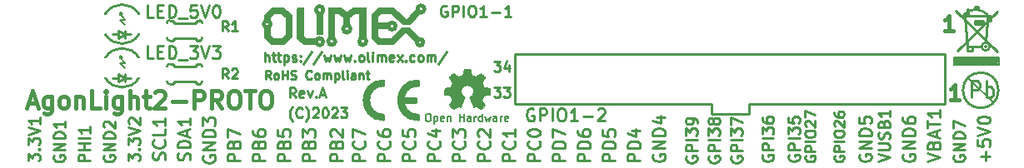
<source format=gbr>
G04 #@! TF.GenerationSoftware,KiCad,Pcbnew,7.0.5-4d25ed1034~172~ubuntu22.04.1*
G04 #@! TF.CreationDate,2023-06-02T09:39:04+03:00*
G04 #@! TF.ProjectId,AgonLight2-PROTO_Rev_A,41676f6e-4c69-4676-9874-322d50524f54,A*
G04 #@! TF.SameCoordinates,Original*
G04 #@! TF.FileFunction,Legend,Top*
G04 #@! TF.FilePolarity,Positive*
%FSLAX46Y46*%
G04 Gerber Fmt 4.6, Leading zero omitted, Abs format (unit mm)*
G04 Created by KiCad (PCBNEW 7.0.5-4d25ed1034~172~ubuntu22.04.1) date 2023-06-02 09:39:04*
%MOMM*%
%LPD*%
G01*
G04 APERTURE LIST*
%ADD10C,0.241300*%
%ADD11C,0.254000*%
%ADD12C,0.222250*%
%ADD13C,0.381000*%
%ADD14C,0.190500*%
%ADD15C,0.200000*%
%ADD16C,0.150000*%
%ADD17C,0.127000*%
%ADD18C,0.700000*%
%ADD19C,0.100000*%
%ADD20C,0.500000*%
%ADD21C,0.400000*%
%ADD22C,0.010000*%
%ADD23C,0.300000*%
G04 APERTURE END LIST*
D10*
X124975559Y-76196329D02*
X124975559Y-75231129D01*
X125389216Y-76196329D02*
X125389216Y-75690748D01*
X125389216Y-75690748D02*
X125343254Y-75598825D01*
X125343254Y-75598825D02*
X125251330Y-75552863D01*
X125251330Y-75552863D02*
X125113445Y-75552863D01*
X125113445Y-75552863D02*
X125021521Y-75598825D01*
X125021521Y-75598825D02*
X124975559Y-75644787D01*
X125710949Y-75552863D02*
X126078645Y-75552863D01*
X125848835Y-75231129D02*
X125848835Y-76058444D01*
X125848835Y-76058444D02*
X125894797Y-76150368D01*
X125894797Y-76150368D02*
X125986721Y-76196329D01*
X125986721Y-76196329D02*
X126078645Y-76196329D01*
X126262492Y-75552863D02*
X126630188Y-75552863D01*
X126400378Y-75231129D02*
X126400378Y-76058444D01*
X126400378Y-76058444D02*
X126446340Y-76150368D01*
X126446340Y-76150368D02*
X126538264Y-76196329D01*
X126538264Y-76196329D02*
X126630188Y-76196329D01*
X126951921Y-75552863D02*
X126951921Y-76518063D01*
X126951921Y-75598825D02*
X127043845Y-75552863D01*
X127043845Y-75552863D02*
X127227692Y-75552863D01*
X127227692Y-75552863D02*
X127319616Y-75598825D01*
X127319616Y-75598825D02*
X127365578Y-75644787D01*
X127365578Y-75644787D02*
X127411540Y-75736710D01*
X127411540Y-75736710D02*
X127411540Y-76012482D01*
X127411540Y-76012482D02*
X127365578Y-76104406D01*
X127365578Y-76104406D02*
X127319616Y-76150368D01*
X127319616Y-76150368D02*
X127227692Y-76196329D01*
X127227692Y-76196329D02*
X127043845Y-76196329D01*
X127043845Y-76196329D02*
X126951921Y-76150368D01*
X127779235Y-76150368D02*
X127871159Y-76196329D01*
X127871159Y-76196329D02*
X128055007Y-76196329D01*
X128055007Y-76196329D02*
X128146930Y-76150368D01*
X128146930Y-76150368D02*
X128192892Y-76058444D01*
X128192892Y-76058444D02*
X128192892Y-76012482D01*
X128192892Y-76012482D02*
X128146930Y-75920558D01*
X128146930Y-75920558D02*
X128055007Y-75874596D01*
X128055007Y-75874596D02*
X127917121Y-75874596D01*
X127917121Y-75874596D02*
X127825197Y-75828634D01*
X127825197Y-75828634D02*
X127779235Y-75736710D01*
X127779235Y-75736710D02*
X127779235Y-75690748D01*
X127779235Y-75690748D02*
X127825197Y-75598825D01*
X127825197Y-75598825D02*
X127917121Y-75552863D01*
X127917121Y-75552863D02*
X128055007Y-75552863D01*
X128055007Y-75552863D02*
X128146930Y-75598825D01*
X128606549Y-76104406D02*
X128652511Y-76150368D01*
X128652511Y-76150368D02*
X128606549Y-76196329D01*
X128606549Y-76196329D02*
X128560587Y-76150368D01*
X128560587Y-76150368D02*
X128606549Y-76104406D01*
X128606549Y-76104406D02*
X128606549Y-76196329D01*
X128606549Y-75598825D02*
X128652511Y-75644787D01*
X128652511Y-75644787D02*
X128606549Y-75690748D01*
X128606549Y-75690748D02*
X128560587Y-75644787D01*
X128560587Y-75644787D02*
X128606549Y-75598825D01*
X128606549Y-75598825D02*
X128606549Y-75690748D01*
X129755597Y-75185168D02*
X128928282Y-76426139D01*
X130766759Y-75185168D02*
X129939444Y-76426139D01*
X130996568Y-75552863D02*
X131180416Y-76196329D01*
X131180416Y-76196329D02*
X131364263Y-75736710D01*
X131364263Y-75736710D02*
X131548111Y-76196329D01*
X131548111Y-76196329D02*
X131731959Y-75552863D01*
X132007730Y-75552863D02*
X132191578Y-76196329D01*
X132191578Y-76196329D02*
X132375425Y-75736710D01*
X132375425Y-75736710D02*
X132559273Y-76196329D01*
X132559273Y-76196329D02*
X132743121Y-75552863D01*
X133018892Y-75552863D02*
X133202740Y-76196329D01*
X133202740Y-76196329D02*
X133386587Y-75736710D01*
X133386587Y-75736710D02*
X133570435Y-76196329D01*
X133570435Y-76196329D02*
X133754283Y-75552863D01*
X134121978Y-76104406D02*
X134167940Y-76150368D01*
X134167940Y-76150368D02*
X134121978Y-76196329D01*
X134121978Y-76196329D02*
X134076016Y-76150368D01*
X134076016Y-76150368D02*
X134121978Y-76104406D01*
X134121978Y-76104406D02*
X134121978Y-76196329D01*
X134719483Y-76196329D02*
X134627559Y-76150368D01*
X134627559Y-76150368D02*
X134581597Y-76104406D01*
X134581597Y-76104406D02*
X134535635Y-76012482D01*
X134535635Y-76012482D02*
X134535635Y-75736710D01*
X134535635Y-75736710D02*
X134581597Y-75644787D01*
X134581597Y-75644787D02*
X134627559Y-75598825D01*
X134627559Y-75598825D02*
X134719483Y-75552863D01*
X134719483Y-75552863D02*
X134857368Y-75552863D01*
X134857368Y-75552863D02*
X134949292Y-75598825D01*
X134949292Y-75598825D02*
X134995254Y-75644787D01*
X134995254Y-75644787D02*
X135041216Y-75736710D01*
X135041216Y-75736710D02*
X135041216Y-76012482D01*
X135041216Y-76012482D02*
X134995254Y-76104406D01*
X134995254Y-76104406D02*
X134949292Y-76150368D01*
X134949292Y-76150368D02*
X134857368Y-76196329D01*
X134857368Y-76196329D02*
X134719483Y-76196329D01*
X135592759Y-76196329D02*
X135500835Y-76150368D01*
X135500835Y-76150368D02*
X135454873Y-76058444D01*
X135454873Y-76058444D02*
X135454873Y-75231129D01*
X135960454Y-76196329D02*
X135960454Y-75552863D01*
X135960454Y-75231129D02*
X135914492Y-75277091D01*
X135914492Y-75277091D02*
X135960454Y-75323053D01*
X135960454Y-75323053D02*
X136006416Y-75277091D01*
X136006416Y-75277091D02*
X135960454Y-75231129D01*
X135960454Y-75231129D02*
X135960454Y-75323053D01*
X136420073Y-76196329D02*
X136420073Y-75552863D01*
X136420073Y-75644787D02*
X136466035Y-75598825D01*
X136466035Y-75598825D02*
X136557959Y-75552863D01*
X136557959Y-75552863D02*
X136695844Y-75552863D01*
X136695844Y-75552863D02*
X136787768Y-75598825D01*
X136787768Y-75598825D02*
X136833730Y-75690748D01*
X136833730Y-75690748D02*
X136833730Y-76196329D01*
X136833730Y-75690748D02*
X136879692Y-75598825D01*
X136879692Y-75598825D02*
X136971616Y-75552863D01*
X136971616Y-75552863D02*
X137109502Y-75552863D01*
X137109502Y-75552863D02*
X137201425Y-75598825D01*
X137201425Y-75598825D02*
X137247387Y-75690748D01*
X137247387Y-75690748D02*
X137247387Y-76196329D01*
X138074701Y-76150368D02*
X137982777Y-76196329D01*
X137982777Y-76196329D02*
X137798930Y-76196329D01*
X137798930Y-76196329D02*
X137707006Y-76150368D01*
X137707006Y-76150368D02*
X137661044Y-76058444D01*
X137661044Y-76058444D02*
X137661044Y-75690748D01*
X137661044Y-75690748D02*
X137707006Y-75598825D01*
X137707006Y-75598825D02*
X137798930Y-75552863D01*
X137798930Y-75552863D02*
X137982777Y-75552863D01*
X137982777Y-75552863D02*
X138074701Y-75598825D01*
X138074701Y-75598825D02*
X138120663Y-75690748D01*
X138120663Y-75690748D02*
X138120663Y-75782672D01*
X138120663Y-75782672D02*
X137661044Y-75874596D01*
X138442396Y-76196329D02*
X138947977Y-75552863D01*
X138442396Y-75552863D02*
X138947977Y-76196329D01*
X139315672Y-76104406D02*
X139361634Y-76150368D01*
X139361634Y-76150368D02*
X139315672Y-76196329D01*
X139315672Y-76196329D02*
X139269710Y-76150368D01*
X139269710Y-76150368D02*
X139315672Y-76104406D01*
X139315672Y-76104406D02*
X139315672Y-76196329D01*
X140188948Y-76150368D02*
X140097024Y-76196329D01*
X140097024Y-76196329D02*
X139913177Y-76196329D01*
X139913177Y-76196329D02*
X139821253Y-76150368D01*
X139821253Y-76150368D02*
X139775291Y-76104406D01*
X139775291Y-76104406D02*
X139729329Y-76012482D01*
X139729329Y-76012482D02*
X139729329Y-75736710D01*
X139729329Y-75736710D02*
X139775291Y-75644787D01*
X139775291Y-75644787D02*
X139821253Y-75598825D01*
X139821253Y-75598825D02*
X139913177Y-75552863D01*
X139913177Y-75552863D02*
X140097024Y-75552863D01*
X140097024Y-75552863D02*
X140188948Y-75598825D01*
X140740491Y-76196329D02*
X140648567Y-76150368D01*
X140648567Y-76150368D02*
X140602605Y-76104406D01*
X140602605Y-76104406D02*
X140556643Y-76012482D01*
X140556643Y-76012482D02*
X140556643Y-75736710D01*
X140556643Y-75736710D02*
X140602605Y-75644787D01*
X140602605Y-75644787D02*
X140648567Y-75598825D01*
X140648567Y-75598825D02*
X140740491Y-75552863D01*
X140740491Y-75552863D02*
X140878376Y-75552863D01*
X140878376Y-75552863D02*
X140970300Y-75598825D01*
X140970300Y-75598825D02*
X141016262Y-75644787D01*
X141016262Y-75644787D02*
X141062224Y-75736710D01*
X141062224Y-75736710D02*
X141062224Y-76012482D01*
X141062224Y-76012482D02*
X141016262Y-76104406D01*
X141016262Y-76104406D02*
X140970300Y-76150368D01*
X140970300Y-76150368D02*
X140878376Y-76196329D01*
X140878376Y-76196329D02*
X140740491Y-76196329D01*
X141475881Y-76196329D02*
X141475881Y-75552863D01*
X141475881Y-75644787D02*
X141521843Y-75598825D01*
X141521843Y-75598825D02*
X141613767Y-75552863D01*
X141613767Y-75552863D02*
X141751652Y-75552863D01*
X141751652Y-75552863D02*
X141843576Y-75598825D01*
X141843576Y-75598825D02*
X141889538Y-75690748D01*
X141889538Y-75690748D02*
X141889538Y-76196329D01*
X141889538Y-75690748D02*
X141935500Y-75598825D01*
X141935500Y-75598825D02*
X142027424Y-75552863D01*
X142027424Y-75552863D02*
X142165310Y-75552863D01*
X142165310Y-75552863D02*
X142257233Y-75598825D01*
X142257233Y-75598825D02*
X142303195Y-75690748D01*
X142303195Y-75690748D02*
X142303195Y-76196329D01*
X143452243Y-75185168D02*
X142624928Y-76426139D01*
D11*
X128116581Y-79872452D02*
X127777914Y-79388643D01*
X127536009Y-79872452D02*
X127536009Y-78856452D01*
X127536009Y-78856452D02*
X127923057Y-78856452D01*
X127923057Y-78856452D02*
X128019819Y-78904833D01*
X128019819Y-78904833D02*
X128068200Y-78953214D01*
X128068200Y-78953214D02*
X128116581Y-79049976D01*
X128116581Y-79049976D02*
X128116581Y-79195119D01*
X128116581Y-79195119D02*
X128068200Y-79291881D01*
X128068200Y-79291881D02*
X128019819Y-79340262D01*
X128019819Y-79340262D02*
X127923057Y-79388643D01*
X127923057Y-79388643D02*
X127536009Y-79388643D01*
X128939057Y-79824072D02*
X128842295Y-79872452D01*
X128842295Y-79872452D02*
X128648771Y-79872452D01*
X128648771Y-79872452D02*
X128552009Y-79824072D01*
X128552009Y-79824072D02*
X128503628Y-79727310D01*
X128503628Y-79727310D02*
X128503628Y-79340262D01*
X128503628Y-79340262D02*
X128552009Y-79243500D01*
X128552009Y-79243500D02*
X128648771Y-79195119D01*
X128648771Y-79195119D02*
X128842295Y-79195119D01*
X128842295Y-79195119D02*
X128939057Y-79243500D01*
X128939057Y-79243500D02*
X128987438Y-79340262D01*
X128987438Y-79340262D02*
X128987438Y-79437024D01*
X128987438Y-79437024D02*
X128503628Y-79533786D01*
X129326104Y-79195119D02*
X129568009Y-79872452D01*
X129568009Y-79872452D02*
X129809914Y-79195119D01*
X130196961Y-79775691D02*
X130245342Y-79824072D01*
X130245342Y-79824072D02*
X130196961Y-79872452D01*
X130196961Y-79872452D02*
X130148580Y-79824072D01*
X130148580Y-79824072D02*
X130196961Y-79775691D01*
X130196961Y-79775691D02*
X130196961Y-79872452D01*
X130632390Y-79582167D02*
X131116200Y-79582167D01*
X130535628Y-79872452D02*
X130874295Y-78856452D01*
X130874295Y-78856452D02*
X131212962Y-79872452D01*
D12*
X125579883Y-77984647D02*
X125283550Y-77561314D01*
X125071883Y-77984647D02*
X125071883Y-77095647D01*
X125071883Y-77095647D02*
X125410550Y-77095647D01*
X125410550Y-77095647D02*
X125495217Y-77137980D01*
X125495217Y-77137980D02*
X125537550Y-77180314D01*
X125537550Y-77180314D02*
X125579883Y-77264980D01*
X125579883Y-77264980D02*
X125579883Y-77391980D01*
X125579883Y-77391980D02*
X125537550Y-77476647D01*
X125537550Y-77476647D02*
X125495217Y-77518980D01*
X125495217Y-77518980D02*
X125410550Y-77561314D01*
X125410550Y-77561314D02*
X125071883Y-77561314D01*
X126087883Y-77984647D02*
X126003217Y-77942314D01*
X126003217Y-77942314D02*
X125960883Y-77899980D01*
X125960883Y-77899980D02*
X125918550Y-77815314D01*
X125918550Y-77815314D02*
X125918550Y-77561314D01*
X125918550Y-77561314D02*
X125960883Y-77476647D01*
X125960883Y-77476647D02*
X126003217Y-77434314D01*
X126003217Y-77434314D02*
X126087883Y-77391980D01*
X126087883Y-77391980D02*
X126214883Y-77391980D01*
X126214883Y-77391980D02*
X126299550Y-77434314D01*
X126299550Y-77434314D02*
X126341883Y-77476647D01*
X126341883Y-77476647D02*
X126384217Y-77561314D01*
X126384217Y-77561314D02*
X126384217Y-77815314D01*
X126384217Y-77815314D02*
X126341883Y-77899980D01*
X126341883Y-77899980D02*
X126299550Y-77942314D01*
X126299550Y-77942314D02*
X126214883Y-77984647D01*
X126214883Y-77984647D02*
X126087883Y-77984647D01*
X126765216Y-77984647D02*
X126765216Y-77095647D01*
X126765216Y-77518980D02*
X127273216Y-77518980D01*
X127273216Y-77984647D02*
X127273216Y-77095647D01*
X127654216Y-77942314D02*
X127781216Y-77984647D01*
X127781216Y-77984647D02*
X127992883Y-77984647D01*
X127992883Y-77984647D02*
X128077549Y-77942314D01*
X128077549Y-77942314D02*
X128119883Y-77899980D01*
X128119883Y-77899980D02*
X128162216Y-77815314D01*
X128162216Y-77815314D02*
X128162216Y-77730647D01*
X128162216Y-77730647D02*
X128119883Y-77645980D01*
X128119883Y-77645980D02*
X128077549Y-77603647D01*
X128077549Y-77603647D02*
X127992883Y-77561314D01*
X127992883Y-77561314D02*
X127823549Y-77518980D01*
X127823549Y-77518980D02*
X127738883Y-77476647D01*
X127738883Y-77476647D02*
X127696549Y-77434314D01*
X127696549Y-77434314D02*
X127654216Y-77349647D01*
X127654216Y-77349647D02*
X127654216Y-77264980D01*
X127654216Y-77264980D02*
X127696549Y-77180314D01*
X127696549Y-77180314D02*
X127738883Y-77137980D01*
X127738883Y-77137980D02*
X127823549Y-77095647D01*
X127823549Y-77095647D02*
X128035216Y-77095647D01*
X128035216Y-77095647D02*
X128162216Y-77137980D01*
X129728549Y-77899980D02*
X129686216Y-77942314D01*
X129686216Y-77942314D02*
X129559216Y-77984647D01*
X129559216Y-77984647D02*
X129474549Y-77984647D01*
X129474549Y-77984647D02*
X129347549Y-77942314D01*
X129347549Y-77942314D02*
X129262883Y-77857647D01*
X129262883Y-77857647D02*
X129220549Y-77772980D01*
X129220549Y-77772980D02*
X129178216Y-77603647D01*
X129178216Y-77603647D02*
X129178216Y-77476647D01*
X129178216Y-77476647D02*
X129220549Y-77307314D01*
X129220549Y-77307314D02*
X129262883Y-77222647D01*
X129262883Y-77222647D02*
X129347549Y-77137980D01*
X129347549Y-77137980D02*
X129474549Y-77095647D01*
X129474549Y-77095647D02*
X129559216Y-77095647D01*
X129559216Y-77095647D02*
X129686216Y-77137980D01*
X129686216Y-77137980D02*
X129728549Y-77180314D01*
X130236549Y-77984647D02*
X130151883Y-77942314D01*
X130151883Y-77942314D02*
X130109549Y-77899980D01*
X130109549Y-77899980D02*
X130067216Y-77815314D01*
X130067216Y-77815314D02*
X130067216Y-77561314D01*
X130067216Y-77561314D02*
X130109549Y-77476647D01*
X130109549Y-77476647D02*
X130151883Y-77434314D01*
X130151883Y-77434314D02*
X130236549Y-77391980D01*
X130236549Y-77391980D02*
X130363549Y-77391980D01*
X130363549Y-77391980D02*
X130448216Y-77434314D01*
X130448216Y-77434314D02*
X130490549Y-77476647D01*
X130490549Y-77476647D02*
X130532883Y-77561314D01*
X130532883Y-77561314D02*
X130532883Y-77815314D01*
X130532883Y-77815314D02*
X130490549Y-77899980D01*
X130490549Y-77899980D02*
X130448216Y-77942314D01*
X130448216Y-77942314D02*
X130363549Y-77984647D01*
X130363549Y-77984647D02*
X130236549Y-77984647D01*
X130913882Y-77984647D02*
X130913882Y-77391980D01*
X130913882Y-77476647D02*
X130956216Y-77434314D01*
X130956216Y-77434314D02*
X131040882Y-77391980D01*
X131040882Y-77391980D02*
X131167882Y-77391980D01*
X131167882Y-77391980D02*
X131252549Y-77434314D01*
X131252549Y-77434314D02*
X131294882Y-77518980D01*
X131294882Y-77518980D02*
X131294882Y-77984647D01*
X131294882Y-77518980D02*
X131337216Y-77434314D01*
X131337216Y-77434314D02*
X131421882Y-77391980D01*
X131421882Y-77391980D02*
X131548882Y-77391980D01*
X131548882Y-77391980D02*
X131633549Y-77434314D01*
X131633549Y-77434314D02*
X131675882Y-77518980D01*
X131675882Y-77518980D02*
X131675882Y-77984647D01*
X132099215Y-77391980D02*
X132099215Y-78280980D01*
X132099215Y-77434314D02*
X132183882Y-77391980D01*
X132183882Y-77391980D02*
X132353215Y-77391980D01*
X132353215Y-77391980D02*
X132437882Y-77434314D01*
X132437882Y-77434314D02*
X132480215Y-77476647D01*
X132480215Y-77476647D02*
X132522549Y-77561314D01*
X132522549Y-77561314D02*
X132522549Y-77815314D01*
X132522549Y-77815314D02*
X132480215Y-77899980D01*
X132480215Y-77899980D02*
X132437882Y-77942314D01*
X132437882Y-77942314D02*
X132353215Y-77984647D01*
X132353215Y-77984647D02*
X132183882Y-77984647D01*
X132183882Y-77984647D02*
X132099215Y-77942314D01*
X133030548Y-77984647D02*
X132945882Y-77942314D01*
X132945882Y-77942314D02*
X132903548Y-77857647D01*
X132903548Y-77857647D02*
X132903548Y-77095647D01*
X133369215Y-77984647D02*
X133369215Y-77391980D01*
X133369215Y-77095647D02*
X133326882Y-77137980D01*
X133326882Y-77137980D02*
X133369215Y-77180314D01*
X133369215Y-77180314D02*
X133411549Y-77137980D01*
X133411549Y-77137980D02*
X133369215Y-77095647D01*
X133369215Y-77095647D02*
X133369215Y-77180314D01*
X134173548Y-77984647D02*
X134173548Y-77518980D01*
X134173548Y-77518980D02*
X134131215Y-77434314D01*
X134131215Y-77434314D02*
X134046548Y-77391980D01*
X134046548Y-77391980D02*
X133877215Y-77391980D01*
X133877215Y-77391980D02*
X133792548Y-77434314D01*
X134173548Y-77942314D02*
X134088882Y-77984647D01*
X134088882Y-77984647D02*
X133877215Y-77984647D01*
X133877215Y-77984647D02*
X133792548Y-77942314D01*
X133792548Y-77942314D02*
X133750215Y-77857647D01*
X133750215Y-77857647D02*
X133750215Y-77772980D01*
X133750215Y-77772980D02*
X133792548Y-77688314D01*
X133792548Y-77688314D02*
X133877215Y-77645980D01*
X133877215Y-77645980D02*
X134088882Y-77645980D01*
X134088882Y-77645980D02*
X134173548Y-77603647D01*
X134596881Y-77391980D02*
X134596881Y-77984647D01*
X134596881Y-77476647D02*
X134639215Y-77434314D01*
X134639215Y-77434314D02*
X134723881Y-77391980D01*
X134723881Y-77391980D02*
X134850881Y-77391980D01*
X134850881Y-77391980D02*
X134935548Y-77434314D01*
X134935548Y-77434314D02*
X134977881Y-77518980D01*
X134977881Y-77518980D02*
X134977881Y-77984647D01*
X135274214Y-77391980D02*
X135612881Y-77391980D01*
X135401214Y-77095647D02*
X135401214Y-77857647D01*
X135401214Y-77857647D02*
X135443548Y-77942314D01*
X135443548Y-77942314D02*
X135528214Y-77984647D01*
X135528214Y-77984647D02*
X135612881Y-77984647D01*
D11*
X127826295Y-82291500D02*
X127777914Y-82243119D01*
X127777914Y-82243119D02*
X127681152Y-82097976D01*
X127681152Y-82097976D02*
X127632771Y-82001214D01*
X127632771Y-82001214D02*
X127584390Y-81856072D01*
X127584390Y-81856072D02*
X127536009Y-81614167D01*
X127536009Y-81614167D02*
X127536009Y-81420643D01*
X127536009Y-81420643D02*
X127584390Y-81178738D01*
X127584390Y-81178738D02*
X127632771Y-81033595D01*
X127632771Y-81033595D02*
X127681152Y-80936833D01*
X127681152Y-80936833D02*
X127777914Y-80791691D01*
X127777914Y-80791691D02*
X127826295Y-80743310D01*
X128793914Y-81807691D02*
X128745533Y-81856072D01*
X128745533Y-81856072D02*
X128600390Y-81904452D01*
X128600390Y-81904452D02*
X128503628Y-81904452D01*
X128503628Y-81904452D02*
X128358485Y-81856072D01*
X128358485Y-81856072D02*
X128261723Y-81759310D01*
X128261723Y-81759310D02*
X128213342Y-81662548D01*
X128213342Y-81662548D02*
X128164961Y-81469024D01*
X128164961Y-81469024D02*
X128164961Y-81323881D01*
X128164961Y-81323881D02*
X128213342Y-81130357D01*
X128213342Y-81130357D02*
X128261723Y-81033595D01*
X128261723Y-81033595D02*
X128358485Y-80936833D01*
X128358485Y-80936833D02*
X128503628Y-80888452D01*
X128503628Y-80888452D02*
X128600390Y-80888452D01*
X128600390Y-80888452D02*
X128745533Y-80936833D01*
X128745533Y-80936833D02*
X128793914Y-80985214D01*
X129132580Y-82291500D02*
X129180961Y-82243119D01*
X129180961Y-82243119D02*
X129277723Y-82097976D01*
X129277723Y-82097976D02*
X129326104Y-82001214D01*
X129326104Y-82001214D02*
X129374485Y-81856072D01*
X129374485Y-81856072D02*
X129422866Y-81614167D01*
X129422866Y-81614167D02*
X129422866Y-81420643D01*
X129422866Y-81420643D02*
X129374485Y-81178738D01*
X129374485Y-81178738D02*
X129326104Y-81033595D01*
X129326104Y-81033595D02*
X129277723Y-80936833D01*
X129277723Y-80936833D02*
X129180961Y-80791691D01*
X129180961Y-80791691D02*
X129132580Y-80743310D01*
X129858294Y-80985214D02*
X129906675Y-80936833D01*
X129906675Y-80936833D02*
X130003437Y-80888452D01*
X130003437Y-80888452D02*
X130245342Y-80888452D01*
X130245342Y-80888452D02*
X130342104Y-80936833D01*
X130342104Y-80936833D02*
X130390485Y-80985214D01*
X130390485Y-80985214D02*
X130438866Y-81081976D01*
X130438866Y-81081976D02*
X130438866Y-81178738D01*
X130438866Y-81178738D02*
X130390485Y-81323881D01*
X130390485Y-81323881D02*
X129809913Y-81904452D01*
X129809913Y-81904452D02*
X130438866Y-81904452D01*
X131067818Y-80888452D02*
X131164580Y-80888452D01*
X131164580Y-80888452D02*
X131261342Y-80936833D01*
X131261342Y-80936833D02*
X131309723Y-80985214D01*
X131309723Y-80985214D02*
X131358104Y-81081976D01*
X131358104Y-81081976D02*
X131406485Y-81275500D01*
X131406485Y-81275500D02*
X131406485Y-81517405D01*
X131406485Y-81517405D02*
X131358104Y-81710929D01*
X131358104Y-81710929D02*
X131309723Y-81807691D01*
X131309723Y-81807691D02*
X131261342Y-81856072D01*
X131261342Y-81856072D02*
X131164580Y-81904452D01*
X131164580Y-81904452D02*
X131067818Y-81904452D01*
X131067818Y-81904452D02*
X130971056Y-81856072D01*
X130971056Y-81856072D02*
X130922675Y-81807691D01*
X130922675Y-81807691D02*
X130874294Y-81710929D01*
X130874294Y-81710929D02*
X130825913Y-81517405D01*
X130825913Y-81517405D02*
X130825913Y-81275500D01*
X130825913Y-81275500D02*
X130874294Y-81081976D01*
X130874294Y-81081976D02*
X130922675Y-80985214D01*
X130922675Y-80985214D02*
X130971056Y-80936833D01*
X130971056Y-80936833D02*
X131067818Y-80888452D01*
X131793532Y-80985214D02*
X131841913Y-80936833D01*
X131841913Y-80936833D02*
X131938675Y-80888452D01*
X131938675Y-80888452D02*
X132180580Y-80888452D01*
X132180580Y-80888452D02*
X132277342Y-80936833D01*
X132277342Y-80936833D02*
X132325723Y-80985214D01*
X132325723Y-80985214D02*
X132374104Y-81081976D01*
X132374104Y-81081976D02*
X132374104Y-81178738D01*
X132374104Y-81178738D02*
X132325723Y-81323881D01*
X132325723Y-81323881D02*
X131745151Y-81904452D01*
X131745151Y-81904452D02*
X132374104Y-81904452D01*
X132712770Y-80888452D02*
X133341723Y-80888452D01*
X133341723Y-80888452D02*
X133003056Y-81275500D01*
X133003056Y-81275500D02*
X133148199Y-81275500D01*
X133148199Y-81275500D02*
X133244961Y-81323881D01*
X133244961Y-81323881D02*
X133293342Y-81372262D01*
X133293342Y-81372262D02*
X133341723Y-81469024D01*
X133341723Y-81469024D02*
X133341723Y-81710929D01*
X133341723Y-81710929D02*
X133293342Y-81807691D01*
X133293342Y-81807691D02*
X133244961Y-81856072D01*
X133244961Y-81856072D02*
X133148199Y-81904452D01*
X133148199Y-81904452D02*
X132857913Y-81904452D01*
X132857913Y-81904452D02*
X132761151Y-81856072D01*
X132761151Y-81856072D02*
X132712770Y-81807691D01*
D13*
X100919323Y-80407595D02*
X101765990Y-80407595D01*
X100749990Y-80915595D02*
X101342657Y-79137595D01*
X101342657Y-79137595D02*
X101935323Y-80915595D01*
X103289990Y-79730262D02*
X103289990Y-81169595D01*
X103289990Y-81169595D02*
X103205323Y-81338929D01*
X103205323Y-81338929D02*
X103120657Y-81423595D01*
X103120657Y-81423595D02*
X102951323Y-81508262D01*
X102951323Y-81508262D02*
X102697323Y-81508262D01*
X102697323Y-81508262D02*
X102527990Y-81423595D01*
X103289990Y-80830929D02*
X103120657Y-80915595D01*
X103120657Y-80915595D02*
X102781990Y-80915595D01*
X102781990Y-80915595D02*
X102612657Y-80830929D01*
X102612657Y-80830929D02*
X102527990Y-80746262D01*
X102527990Y-80746262D02*
X102443323Y-80576929D01*
X102443323Y-80576929D02*
X102443323Y-80068929D01*
X102443323Y-80068929D02*
X102527990Y-79899595D01*
X102527990Y-79899595D02*
X102612657Y-79814929D01*
X102612657Y-79814929D02*
X102781990Y-79730262D01*
X102781990Y-79730262D02*
X103120657Y-79730262D01*
X103120657Y-79730262D02*
X103289990Y-79814929D01*
X104390657Y-80915595D02*
X104221324Y-80830929D01*
X104221324Y-80830929D02*
X104136657Y-80746262D01*
X104136657Y-80746262D02*
X104051990Y-80576929D01*
X104051990Y-80576929D02*
X104051990Y-80068929D01*
X104051990Y-80068929D02*
X104136657Y-79899595D01*
X104136657Y-79899595D02*
X104221324Y-79814929D01*
X104221324Y-79814929D02*
X104390657Y-79730262D01*
X104390657Y-79730262D02*
X104644657Y-79730262D01*
X104644657Y-79730262D02*
X104813990Y-79814929D01*
X104813990Y-79814929D02*
X104898657Y-79899595D01*
X104898657Y-79899595D02*
X104983324Y-80068929D01*
X104983324Y-80068929D02*
X104983324Y-80576929D01*
X104983324Y-80576929D02*
X104898657Y-80746262D01*
X104898657Y-80746262D02*
X104813990Y-80830929D01*
X104813990Y-80830929D02*
X104644657Y-80915595D01*
X104644657Y-80915595D02*
X104390657Y-80915595D01*
X105745324Y-79730262D02*
X105745324Y-80915595D01*
X105745324Y-79899595D02*
X105829991Y-79814929D01*
X105829991Y-79814929D02*
X105999324Y-79730262D01*
X105999324Y-79730262D02*
X106253324Y-79730262D01*
X106253324Y-79730262D02*
X106422657Y-79814929D01*
X106422657Y-79814929D02*
X106507324Y-79984262D01*
X106507324Y-79984262D02*
X106507324Y-80915595D01*
X108200658Y-80915595D02*
X107353991Y-80915595D01*
X107353991Y-80915595D02*
X107353991Y-79137595D01*
X108793324Y-80915595D02*
X108793324Y-79730262D01*
X108793324Y-79137595D02*
X108708657Y-79222262D01*
X108708657Y-79222262D02*
X108793324Y-79306929D01*
X108793324Y-79306929D02*
X108877991Y-79222262D01*
X108877991Y-79222262D02*
X108793324Y-79137595D01*
X108793324Y-79137595D02*
X108793324Y-79306929D01*
X110401991Y-79730262D02*
X110401991Y-81169595D01*
X110401991Y-81169595D02*
X110317324Y-81338929D01*
X110317324Y-81338929D02*
X110232658Y-81423595D01*
X110232658Y-81423595D02*
X110063324Y-81508262D01*
X110063324Y-81508262D02*
X109809324Y-81508262D01*
X109809324Y-81508262D02*
X109639991Y-81423595D01*
X110401991Y-80830929D02*
X110232658Y-80915595D01*
X110232658Y-80915595D02*
X109893991Y-80915595D01*
X109893991Y-80915595D02*
X109724658Y-80830929D01*
X109724658Y-80830929D02*
X109639991Y-80746262D01*
X109639991Y-80746262D02*
X109555324Y-80576929D01*
X109555324Y-80576929D02*
X109555324Y-80068929D01*
X109555324Y-80068929D02*
X109639991Y-79899595D01*
X109639991Y-79899595D02*
X109724658Y-79814929D01*
X109724658Y-79814929D02*
X109893991Y-79730262D01*
X109893991Y-79730262D02*
X110232658Y-79730262D01*
X110232658Y-79730262D02*
X110401991Y-79814929D01*
X111248658Y-80915595D02*
X111248658Y-79137595D01*
X112010658Y-80915595D02*
X112010658Y-79984262D01*
X112010658Y-79984262D02*
X111925991Y-79814929D01*
X111925991Y-79814929D02*
X111756658Y-79730262D01*
X111756658Y-79730262D02*
X111502658Y-79730262D01*
X111502658Y-79730262D02*
X111333325Y-79814929D01*
X111333325Y-79814929D02*
X111248658Y-79899595D01*
X112603325Y-79730262D02*
X113280658Y-79730262D01*
X112857325Y-79137595D02*
X112857325Y-80661595D01*
X112857325Y-80661595D02*
X112941992Y-80830929D01*
X112941992Y-80830929D02*
X113111325Y-80915595D01*
X113111325Y-80915595D02*
X113280658Y-80915595D01*
X113788658Y-79306929D02*
X113873325Y-79222262D01*
X113873325Y-79222262D02*
X114042658Y-79137595D01*
X114042658Y-79137595D02*
X114465992Y-79137595D01*
X114465992Y-79137595D02*
X114635325Y-79222262D01*
X114635325Y-79222262D02*
X114719992Y-79306929D01*
X114719992Y-79306929D02*
X114804658Y-79476262D01*
X114804658Y-79476262D02*
X114804658Y-79645595D01*
X114804658Y-79645595D02*
X114719992Y-79899595D01*
X114719992Y-79899595D02*
X113703992Y-80915595D01*
X113703992Y-80915595D02*
X114804658Y-80915595D01*
X115566658Y-80238262D02*
X116921325Y-80238262D01*
X117767991Y-80915595D02*
X117767991Y-79137595D01*
X117767991Y-79137595D02*
X118445324Y-79137595D01*
X118445324Y-79137595D02*
X118614658Y-79222262D01*
X118614658Y-79222262D02*
X118699324Y-79306929D01*
X118699324Y-79306929D02*
X118783991Y-79476262D01*
X118783991Y-79476262D02*
X118783991Y-79730262D01*
X118783991Y-79730262D02*
X118699324Y-79899595D01*
X118699324Y-79899595D02*
X118614658Y-79984262D01*
X118614658Y-79984262D02*
X118445324Y-80068929D01*
X118445324Y-80068929D02*
X117767991Y-80068929D01*
X120561991Y-80915595D02*
X119969324Y-80068929D01*
X119545991Y-80915595D02*
X119545991Y-79137595D01*
X119545991Y-79137595D02*
X120223324Y-79137595D01*
X120223324Y-79137595D02*
X120392658Y-79222262D01*
X120392658Y-79222262D02*
X120477324Y-79306929D01*
X120477324Y-79306929D02*
X120561991Y-79476262D01*
X120561991Y-79476262D02*
X120561991Y-79730262D01*
X120561991Y-79730262D02*
X120477324Y-79899595D01*
X120477324Y-79899595D02*
X120392658Y-79984262D01*
X120392658Y-79984262D02*
X120223324Y-80068929D01*
X120223324Y-80068929D02*
X119545991Y-80068929D01*
X121662658Y-79137595D02*
X122001324Y-79137595D01*
X122001324Y-79137595D02*
X122170658Y-79222262D01*
X122170658Y-79222262D02*
X122339991Y-79391595D01*
X122339991Y-79391595D02*
X122424658Y-79730262D01*
X122424658Y-79730262D02*
X122424658Y-80322929D01*
X122424658Y-80322929D02*
X122339991Y-80661595D01*
X122339991Y-80661595D02*
X122170658Y-80830929D01*
X122170658Y-80830929D02*
X122001324Y-80915595D01*
X122001324Y-80915595D02*
X121662658Y-80915595D01*
X121662658Y-80915595D02*
X121493324Y-80830929D01*
X121493324Y-80830929D02*
X121323991Y-80661595D01*
X121323991Y-80661595D02*
X121239324Y-80322929D01*
X121239324Y-80322929D02*
X121239324Y-79730262D01*
X121239324Y-79730262D02*
X121323991Y-79391595D01*
X121323991Y-79391595D02*
X121493324Y-79222262D01*
X121493324Y-79222262D02*
X121662658Y-79137595D01*
X122932658Y-79137595D02*
X123948658Y-79137595D01*
X123440658Y-80915595D02*
X123440658Y-79137595D01*
X124879992Y-79137595D02*
X125218658Y-79137595D01*
X125218658Y-79137595D02*
X125387992Y-79222262D01*
X125387992Y-79222262D02*
X125557325Y-79391595D01*
X125557325Y-79391595D02*
X125641992Y-79730262D01*
X125641992Y-79730262D02*
X125641992Y-80322929D01*
X125641992Y-80322929D02*
X125557325Y-80661595D01*
X125557325Y-80661595D02*
X125387992Y-80830929D01*
X125387992Y-80830929D02*
X125218658Y-80915595D01*
X125218658Y-80915595D02*
X124879992Y-80915595D01*
X124879992Y-80915595D02*
X124710658Y-80830929D01*
X124710658Y-80830929D02*
X124541325Y-80661595D01*
X124541325Y-80661595D02*
X124456658Y-80322929D01*
X124456658Y-80322929D02*
X124456658Y-79730262D01*
X124456658Y-79730262D02*
X124541325Y-79391595D01*
X124541325Y-79391595D02*
X124710658Y-79222262D01*
X124710658Y-79222262D02*
X124879992Y-79137595D01*
D11*
X103566994Y-85743142D02*
X103512565Y-85852000D01*
X103512565Y-85852000D02*
X103512565Y-86015285D01*
X103512565Y-86015285D02*
X103566994Y-86178571D01*
X103566994Y-86178571D02*
X103675851Y-86287428D01*
X103675851Y-86287428D02*
X103784708Y-86341857D01*
X103784708Y-86341857D02*
X104002422Y-86396285D01*
X104002422Y-86396285D02*
X104165708Y-86396285D01*
X104165708Y-86396285D02*
X104383422Y-86341857D01*
X104383422Y-86341857D02*
X104492279Y-86287428D01*
X104492279Y-86287428D02*
X104601137Y-86178571D01*
X104601137Y-86178571D02*
X104655565Y-86015285D01*
X104655565Y-86015285D02*
X104655565Y-85906428D01*
X104655565Y-85906428D02*
X104601137Y-85743142D01*
X104601137Y-85743142D02*
X104546708Y-85688714D01*
X104546708Y-85688714D02*
X104165708Y-85688714D01*
X104165708Y-85688714D02*
X104165708Y-85906428D01*
X104655565Y-85198857D02*
X103512565Y-85198857D01*
X103512565Y-85198857D02*
X104655565Y-84545714D01*
X104655565Y-84545714D02*
X103512565Y-84545714D01*
X104655565Y-84001428D02*
X103512565Y-84001428D01*
X103512565Y-84001428D02*
X103512565Y-83729285D01*
X103512565Y-83729285D02*
X103566994Y-83565999D01*
X103566994Y-83565999D02*
X103675851Y-83457142D01*
X103675851Y-83457142D02*
X103784708Y-83402713D01*
X103784708Y-83402713D02*
X104002422Y-83348285D01*
X104002422Y-83348285D02*
X104165708Y-83348285D01*
X104165708Y-83348285D02*
X104383422Y-83402713D01*
X104383422Y-83402713D02*
X104492279Y-83457142D01*
X104492279Y-83457142D02*
X104601137Y-83565999D01*
X104601137Y-83565999D02*
X104655565Y-83729285D01*
X104655565Y-83729285D02*
X104655565Y-84001428D01*
X104655565Y-82259713D02*
X104655565Y-82912856D01*
X104655565Y-82586285D02*
X103512565Y-82586285D01*
X103512565Y-82586285D02*
X103675851Y-82695142D01*
X103675851Y-82695142D02*
X103784708Y-82803999D01*
X103784708Y-82803999D02*
X103839137Y-82912856D01*
X121242667Y-73100812D02*
X120904000Y-72617003D01*
X120662095Y-73100812D02*
X120662095Y-72084812D01*
X120662095Y-72084812D02*
X121049143Y-72084812D01*
X121049143Y-72084812D02*
X121145905Y-72133193D01*
X121145905Y-72133193D02*
X121194286Y-72181574D01*
X121194286Y-72181574D02*
X121242667Y-72278336D01*
X121242667Y-72278336D02*
X121242667Y-72423479D01*
X121242667Y-72423479D02*
X121194286Y-72520241D01*
X121194286Y-72520241D02*
X121145905Y-72568622D01*
X121145905Y-72568622D02*
X121049143Y-72617003D01*
X121049143Y-72617003D02*
X120662095Y-72617003D01*
X122210286Y-73100812D02*
X121629714Y-73100812D01*
X121920000Y-73100812D02*
X121920000Y-72084812D01*
X121920000Y-72084812D02*
X121823238Y-72229955D01*
X121823238Y-72229955D02*
X121726476Y-72326717D01*
X121726476Y-72326717D02*
X121629714Y-72375098D01*
X198210508Y-86311619D02*
X198210508Y-85344000D01*
X198694318Y-85827809D02*
X197726699Y-85827809D01*
X197424318Y-84134476D02*
X197424318Y-84739238D01*
X197424318Y-84739238D02*
X198029080Y-84799714D01*
X198029080Y-84799714D02*
X197968603Y-84739238D01*
X197968603Y-84739238D02*
X197908127Y-84618285D01*
X197908127Y-84618285D02*
X197908127Y-84315904D01*
X197908127Y-84315904D02*
X197968603Y-84194952D01*
X197968603Y-84194952D02*
X198029080Y-84134476D01*
X198029080Y-84134476D02*
X198150032Y-84073999D01*
X198150032Y-84073999D02*
X198452413Y-84073999D01*
X198452413Y-84073999D02*
X198573365Y-84134476D01*
X198573365Y-84134476D02*
X198633842Y-84194952D01*
X198633842Y-84194952D02*
X198694318Y-84315904D01*
X198694318Y-84315904D02*
X198694318Y-84618285D01*
X198694318Y-84618285D02*
X198633842Y-84739238D01*
X198633842Y-84739238D02*
X198573365Y-84799714D01*
X197424318Y-83711142D02*
X198694318Y-83287809D01*
X198694318Y-83287809D02*
X197424318Y-82864475D01*
X197424318Y-82199238D02*
X197424318Y-82078285D01*
X197424318Y-82078285D02*
X197484794Y-81957333D01*
X197484794Y-81957333D02*
X197545270Y-81896857D01*
X197545270Y-81896857D02*
X197666222Y-81836381D01*
X197666222Y-81836381D02*
X197908127Y-81775904D01*
X197908127Y-81775904D02*
X198210508Y-81775904D01*
X198210508Y-81775904D02*
X198452413Y-81836381D01*
X198452413Y-81836381D02*
X198573365Y-81896857D01*
X198573365Y-81896857D02*
X198633842Y-81957333D01*
X198633842Y-81957333D02*
X198694318Y-82078285D01*
X198694318Y-82078285D02*
X198694318Y-82199238D01*
X198694318Y-82199238D02*
X198633842Y-82320190D01*
X198633842Y-82320190D02*
X198573365Y-82380666D01*
X198573365Y-82380666D02*
X198452413Y-82441143D01*
X198452413Y-82441143D02*
X198210508Y-82501619D01*
X198210508Y-82501619D02*
X197908127Y-82501619D01*
X197908127Y-82501619D02*
X197666222Y-82441143D01*
X197666222Y-82441143D02*
X197545270Y-82380666D01*
X197545270Y-82380666D02*
X197484794Y-82320190D01*
X197484794Y-82320190D02*
X197424318Y-82199238D01*
X178242994Y-85706856D02*
X178188565Y-85815714D01*
X178188565Y-85815714D02*
X178188565Y-85978999D01*
X178188565Y-85978999D02*
X178242994Y-86142285D01*
X178242994Y-86142285D02*
X178351851Y-86251142D01*
X178351851Y-86251142D02*
X178460708Y-86305571D01*
X178460708Y-86305571D02*
X178678422Y-86359999D01*
X178678422Y-86359999D02*
X178841708Y-86359999D01*
X178841708Y-86359999D02*
X179059422Y-86305571D01*
X179059422Y-86305571D02*
X179168279Y-86251142D01*
X179168279Y-86251142D02*
X179277137Y-86142285D01*
X179277137Y-86142285D02*
X179331565Y-85978999D01*
X179331565Y-85978999D02*
X179331565Y-85870142D01*
X179331565Y-85870142D02*
X179277137Y-85706856D01*
X179277137Y-85706856D02*
X179222708Y-85652428D01*
X179222708Y-85652428D02*
X178841708Y-85652428D01*
X178841708Y-85652428D02*
X178841708Y-85870142D01*
X179331565Y-85162571D02*
X178188565Y-85162571D01*
X178188565Y-85162571D02*
X178188565Y-84727142D01*
X178188565Y-84727142D02*
X178242994Y-84618285D01*
X178242994Y-84618285D02*
X178297422Y-84563856D01*
X178297422Y-84563856D02*
X178406279Y-84509428D01*
X178406279Y-84509428D02*
X178569565Y-84509428D01*
X178569565Y-84509428D02*
X178678422Y-84563856D01*
X178678422Y-84563856D02*
X178732851Y-84618285D01*
X178732851Y-84618285D02*
X178787279Y-84727142D01*
X178787279Y-84727142D02*
X178787279Y-85162571D01*
X179331565Y-84019571D02*
X178188565Y-84019571D01*
X178188565Y-83584142D02*
X178188565Y-82876570D01*
X178188565Y-82876570D02*
X178623994Y-83257570D01*
X178623994Y-83257570D02*
X178623994Y-83094285D01*
X178623994Y-83094285D02*
X178678422Y-82985428D01*
X178678422Y-82985428D02*
X178732851Y-82930999D01*
X178732851Y-82930999D02*
X178841708Y-82876570D01*
X178841708Y-82876570D02*
X179113851Y-82876570D01*
X179113851Y-82876570D02*
X179222708Y-82930999D01*
X179222708Y-82930999D02*
X179277137Y-82985428D01*
X179277137Y-82985428D02*
X179331565Y-83094285D01*
X179331565Y-83094285D02*
X179331565Y-83420856D01*
X179331565Y-83420856D02*
X179277137Y-83529713D01*
X179277137Y-83529713D02*
X179222708Y-83584142D01*
X178188565Y-81842428D02*
X178188565Y-82386714D01*
X178188565Y-82386714D02*
X178732851Y-82441142D01*
X178732851Y-82441142D02*
X178678422Y-82386714D01*
X178678422Y-82386714D02*
X178623994Y-82277857D01*
X178623994Y-82277857D02*
X178623994Y-82005714D01*
X178623994Y-82005714D02*
X178678422Y-81896857D01*
X178678422Y-81896857D02*
X178732851Y-81842428D01*
X178732851Y-81842428D02*
X178841708Y-81787999D01*
X178841708Y-81787999D02*
X179113851Y-81787999D01*
X179113851Y-81787999D02*
X179222708Y-81842428D01*
X179222708Y-81842428D02*
X179277137Y-81896857D01*
X179277137Y-81896857D02*
X179331565Y-82005714D01*
X179331565Y-82005714D02*
X179331565Y-82277857D01*
X179331565Y-82277857D02*
X179277137Y-82386714D01*
X179277137Y-82386714D02*
X179222708Y-82441142D01*
X163134318Y-86281381D02*
X161864318Y-86281381D01*
X161864318Y-86281381D02*
X161864318Y-85797571D01*
X161864318Y-85797571D02*
X161924794Y-85676619D01*
X161924794Y-85676619D02*
X161985270Y-85616142D01*
X161985270Y-85616142D02*
X162106222Y-85555666D01*
X162106222Y-85555666D02*
X162287651Y-85555666D01*
X162287651Y-85555666D02*
X162408603Y-85616142D01*
X162408603Y-85616142D02*
X162469080Y-85676619D01*
X162469080Y-85676619D02*
X162529556Y-85797571D01*
X162529556Y-85797571D02*
X162529556Y-86281381D01*
X163134318Y-85011381D02*
X161864318Y-85011381D01*
X161864318Y-85011381D02*
X161864318Y-84709000D01*
X161864318Y-84709000D02*
X161924794Y-84527571D01*
X161924794Y-84527571D02*
X162045746Y-84406619D01*
X162045746Y-84406619D02*
X162166699Y-84346142D01*
X162166699Y-84346142D02*
X162408603Y-84285666D01*
X162408603Y-84285666D02*
X162590032Y-84285666D01*
X162590032Y-84285666D02*
X162831937Y-84346142D01*
X162831937Y-84346142D02*
X162952889Y-84406619D01*
X162952889Y-84406619D02*
X163073842Y-84527571D01*
X163073842Y-84527571D02*
X163134318Y-84709000D01*
X163134318Y-84709000D02*
X163134318Y-85011381D01*
X162287651Y-83197095D02*
X163134318Y-83197095D01*
X161803842Y-83499476D02*
X162710984Y-83801857D01*
X162710984Y-83801857D02*
X162710984Y-83015666D01*
X175575994Y-85706856D02*
X175521565Y-85815714D01*
X175521565Y-85815714D02*
X175521565Y-85978999D01*
X175521565Y-85978999D02*
X175575994Y-86142285D01*
X175575994Y-86142285D02*
X175684851Y-86251142D01*
X175684851Y-86251142D02*
X175793708Y-86305571D01*
X175793708Y-86305571D02*
X176011422Y-86359999D01*
X176011422Y-86359999D02*
X176174708Y-86359999D01*
X176174708Y-86359999D02*
X176392422Y-86305571D01*
X176392422Y-86305571D02*
X176501279Y-86251142D01*
X176501279Y-86251142D02*
X176610137Y-86142285D01*
X176610137Y-86142285D02*
X176664565Y-85978999D01*
X176664565Y-85978999D02*
X176664565Y-85870142D01*
X176664565Y-85870142D02*
X176610137Y-85706856D01*
X176610137Y-85706856D02*
X176555708Y-85652428D01*
X176555708Y-85652428D02*
X176174708Y-85652428D01*
X176174708Y-85652428D02*
X176174708Y-85870142D01*
X176664565Y-85162571D02*
X175521565Y-85162571D01*
X175521565Y-85162571D02*
X175521565Y-84727142D01*
X175521565Y-84727142D02*
X175575994Y-84618285D01*
X175575994Y-84618285D02*
X175630422Y-84563856D01*
X175630422Y-84563856D02*
X175739279Y-84509428D01*
X175739279Y-84509428D02*
X175902565Y-84509428D01*
X175902565Y-84509428D02*
X176011422Y-84563856D01*
X176011422Y-84563856D02*
X176065851Y-84618285D01*
X176065851Y-84618285D02*
X176120279Y-84727142D01*
X176120279Y-84727142D02*
X176120279Y-85162571D01*
X176664565Y-84019571D02*
X175521565Y-84019571D01*
X175521565Y-83584142D02*
X175521565Y-82876570D01*
X175521565Y-82876570D02*
X175956994Y-83257570D01*
X175956994Y-83257570D02*
X175956994Y-83094285D01*
X175956994Y-83094285D02*
X176011422Y-82985428D01*
X176011422Y-82985428D02*
X176065851Y-82930999D01*
X176065851Y-82930999D02*
X176174708Y-82876570D01*
X176174708Y-82876570D02*
X176446851Y-82876570D01*
X176446851Y-82876570D02*
X176555708Y-82930999D01*
X176555708Y-82930999D02*
X176610137Y-82985428D01*
X176610137Y-82985428D02*
X176664565Y-83094285D01*
X176664565Y-83094285D02*
X176664565Y-83420856D01*
X176664565Y-83420856D02*
X176610137Y-83529713D01*
X176610137Y-83529713D02*
X176555708Y-83584142D01*
X175521565Y-81896857D02*
X175521565Y-82114571D01*
X175521565Y-82114571D02*
X175575994Y-82223428D01*
X175575994Y-82223428D02*
X175630422Y-82277857D01*
X175630422Y-82277857D02*
X175793708Y-82386714D01*
X175793708Y-82386714D02*
X176011422Y-82441142D01*
X176011422Y-82441142D02*
X176446851Y-82441142D01*
X176446851Y-82441142D02*
X176555708Y-82386714D01*
X176555708Y-82386714D02*
X176610137Y-82332285D01*
X176610137Y-82332285D02*
X176664565Y-82223428D01*
X176664565Y-82223428D02*
X176664565Y-82005714D01*
X176664565Y-82005714D02*
X176610137Y-81896857D01*
X176610137Y-81896857D02*
X176555708Y-81842428D01*
X176555708Y-81842428D02*
X176446851Y-81787999D01*
X176446851Y-81787999D02*
X176174708Y-81787999D01*
X176174708Y-81787999D02*
X176065851Y-81842428D01*
X176065851Y-81842428D02*
X176011422Y-81896857D01*
X176011422Y-81896857D02*
X175956994Y-82005714D01*
X175956994Y-82005714D02*
X175956994Y-82223428D01*
X175956994Y-82223428D02*
X176011422Y-82332285D01*
X176011422Y-82332285D02*
X176065851Y-82386714D01*
X176065851Y-82386714D02*
X176174708Y-82441142D01*
X117353842Y-86220904D02*
X117414318Y-86039475D01*
X117414318Y-86039475D02*
X117414318Y-85737094D01*
X117414318Y-85737094D02*
X117353842Y-85616142D01*
X117353842Y-85616142D02*
X117293365Y-85555666D01*
X117293365Y-85555666D02*
X117172413Y-85495189D01*
X117172413Y-85495189D02*
X117051461Y-85495189D01*
X117051461Y-85495189D02*
X116930508Y-85555666D01*
X116930508Y-85555666D02*
X116870032Y-85616142D01*
X116870032Y-85616142D02*
X116809556Y-85737094D01*
X116809556Y-85737094D02*
X116749080Y-85978999D01*
X116749080Y-85978999D02*
X116688603Y-86099951D01*
X116688603Y-86099951D02*
X116628127Y-86160428D01*
X116628127Y-86160428D02*
X116507175Y-86220904D01*
X116507175Y-86220904D02*
X116386222Y-86220904D01*
X116386222Y-86220904D02*
X116265270Y-86160428D01*
X116265270Y-86160428D02*
X116204794Y-86099951D01*
X116204794Y-86099951D02*
X116144318Y-85978999D01*
X116144318Y-85978999D02*
X116144318Y-85676618D01*
X116144318Y-85676618D02*
X116204794Y-85495189D01*
X117414318Y-84950904D02*
X116144318Y-84950904D01*
X116144318Y-84950904D02*
X116144318Y-84648523D01*
X116144318Y-84648523D02*
X116204794Y-84467094D01*
X116204794Y-84467094D02*
X116325746Y-84346142D01*
X116325746Y-84346142D02*
X116446699Y-84285665D01*
X116446699Y-84285665D02*
X116688603Y-84225189D01*
X116688603Y-84225189D02*
X116870032Y-84225189D01*
X116870032Y-84225189D02*
X117111937Y-84285665D01*
X117111937Y-84285665D02*
X117232889Y-84346142D01*
X117232889Y-84346142D02*
X117353842Y-84467094D01*
X117353842Y-84467094D02*
X117414318Y-84648523D01*
X117414318Y-84648523D02*
X117414318Y-84950904D01*
X117051461Y-83741380D02*
X117051461Y-83136618D01*
X117414318Y-83862332D02*
X116144318Y-83438999D01*
X116144318Y-83438999D02*
X117414318Y-83015665D01*
X117414318Y-81927094D02*
X117414318Y-82652809D01*
X117414318Y-82289952D02*
X116144318Y-82289952D01*
X116144318Y-82289952D02*
X116325746Y-82410904D01*
X116325746Y-82410904D02*
X116446699Y-82531856D01*
X116446699Y-82531856D02*
X116507175Y-82652809D01*
X164464794Y-85646380D02*
X164404318Y-85767333D01*
X164404318Y-85767333D02*
X164404318Y-85948761D01*
X164404318Y-85948761D02*
X164464794Y-86130190D01*
X164464794Y-86130190D02*
X164585746Y-86251142D01*
X164585746Y-86251142D02*
X164706699Y-86311619D01*
X164706699Y-86311619D02*
X164948603Y-86372095D01*
X164948603Y-86372095D02*
X165130032Y-86372095D01*
X165130032Y-86372095D02*
X165371937Y-86311619D01*
X165371937Y-86311619D02*
X165492889Y-86251142D01*
X165492889Y-86251142D02*
X165613842Y-86130190D01*
X165613842Y-86130190D02*
X165674318Y-85948761D01*
X165674318Y-85948761D02*
X165674318Y-85827809D01*
X165674318Y-85827809D02*
X165613842Y-85646380D01*
X165613842Y-85646380D02*
X165553365Y-85585904D01*
X165553365Y-85585904D02*
X165130032Y-85585904D01*
X165130032Y-85585904D02*
X165130032Y-85827809D01*
X165674318Y-85041619D02*
X164404318Y-85041619D01*
X164404318Y-85041619D02*
X165674318Y-84315904D01*
X165674318Y-84315904D02*
X164404318Y-84315904D01*
X165674318Y-83711143D02*
X164404318Y-83711143D01*
X164404318Y-83711143D02*
X164404318Y-83408762D01*
X164404318Y-83408762D02*
X164464794Y-83227333D01*
X164464794Y-83227333D02*
X164585746Y-83106381D01*
X164585746Y-83106381D02*
X164706699Y-83045904D01*
X164706699Y-83045904D02*
X164948603Y-82985428D01*
X164948603Y-82985428D02*
X165130032Y-82985428D01*
X165130032Y-82985428D02*
X165371937Y-83045904D01*
X165371937Y-83045904D02*
X165492889Y-83106381D01*
X165492889Y-83106381D02*
X165613842Y-83227333D01*
X165613842Y-83227333D02*
X165674318Y-83408762D01*
X165674318Y-83408762D02*
X165674318Y-83711143D01*
X164827651Y-81896857D02*
X165674318Y-81896857D01*
X164343842Y-82199238D02*
X165250984Y-82501619D01*
X165250984Y-82501619D02*
X165250984Y-81715428D01*
X196784411Y-79873925D02*
X196784411Y-78173925D01*
X196784411Y-78173925D02*
X197355840Y-78173925D01*
X197355840Y-78173925D02*
X197498697Y-78254877D01*
X197498697Y-78254877D02*
X197570126Y-78335830D01*
X197570126Y-78335830D02*
X197641554Y-78497734D01*
X197641554Y-78497734D02*
X197641554Y-78740592D01*
X197641554Y-78740592D02*
X197570126Y-78902496D01*
X197570126Y-78902496D02*
X197498697Y-78983449D01*
X197498697Y-78983449D02*
X197355840Y-79064401D01*
X197355840Y-79064401D02*
X196784411Y-79064401D01*
X198284411Y-79873925D02*
X198284411Y-78173925D01*
X198284411Y-78821544D02*
X198427269Y-78740592D01*
X198427269Y-78740592D02*
X198712983Y-78740592D01*
X198712983Y-78740592D02*
X198855840Y-78821544D01*
X198855840Y-78821544D02*
X198927269Y-78902496D01*
X198927269Y-78902496D02*
X198998697Y-79064401D01*
X198998697Y-79064401D02*
X198998697Y-79550115D01*
X198998697Y-79550115D02*
X198927269Y-79712020D01*
X198927269Y-79712020D02*
X198855840Y-79792973D01*
X198855840Y-79792973D02*
X198712983Y-79873925D01*
X198712983Y-79873925D02*
X198427269Y-79873925D01*
X198427269Y-79873925D02*
X198284411Y-79792973D01*
X108646994Y-85743142D02*
X108592565Y-85852000D01*
X108592565Y-85852000D02*
X108592565Y-86015285D01*
X108592565Y-86015285D02*
X108646994Y-86178571D01*
X108646994Y-86178571D02*
X108755851Y-86287428D01*
X108755851Y-86287428D02*
X108864708Y-86341857D01*
X108864708Y-86341857D02*
X109082422Y-86396285D01*
X109082422Y-86396285D02*
X109245708Y-86396285D01*
X109245708Y-86396285D02*
X109463422Y-86341857D01*
X109463422Y-86341857D02*
X109572279Y-86287428D01*
X109572279Y-86287428D02*
X109681137Y-86178571D01*
X109681137Y-86178571D02*
X109735565Y-86015285D01*
X109735565Y-86015285D02*
X109735565Y-85906428D01*
X109735565Y-85906428D02*
X109681137Y-85743142D01*
X109681137Y-85743142D02*
X109626708Y-85688714D01*
X109626708Y-85688714D02*
X109245708Y-85688714D01*
X109245708Y-85688714D02*
X109245708Y-85906428D01*
X109735565Y-85198857D02*
X108592565Y-85198857D01*
X108592565Y-85198857D02*
X109735565Y-84545714D01*
X109735565Y-84545714D02*
X108592565Y-84545714D01*
X109735565Y-84001428D02*
X108592565Y-84001428D01*
X108592565Y-84001428D02*
X108592565Y-83729285D01*
X108592565Y-83729285D02*
X108646994Y-83565999D01*
X108646994Y-83565999D02*
X108755851Y-83457142D01*
X108755851Y-83457142D02*
X108864708Y-83402713D01*
X108864708Y-83402713D02*
X109082422Y-83348285D01*
X109082422Y-83348285D02*
X109245708Y-83348285D01*
X109245708Y-83348285D02*
X109463422Y-83402713D01*
X109463422Y-83402713D02*
X109572279Y-83457142D01*
X109572279Y-83457142D02*
X109681137Y-83565999D01*
X109681137Y-83565999D02*
X109735565Y-83729285D01*
X109735565Y-83729285D02*
X109735565Y-84001428D01*
X108701422Y-82912856D02*
X108646994Y-82858428D01*
X108646994Y-82858428D02*
X108592565Y-82749571D01*
X108592565Y-82749571D02*
X108592565Y-82477428D01*
X108592565Y-82477428D02*
X108646994Y-82368571D01*
X108646994Y-82368571D02*
X108701422Y-82314142D01*
X108701422Y-82314142D02*
X108810279Y-82259713D01*
X108810279Y-82259713D02*
X108919137Y-82259713D01*
X108919137Y-82259713D02*
X109082422Y-82314142D01*
X109082422Y-82314142D02*
X109735565Y-82967285D01*
X109735565Y-82967285D02*
X109735565Y-82259713D01*
X189864794Y-85646380D02*
X189804318Y-85767333D01*
X189804318Y-85767333D02*
X189804318Y-85948761D01*
X189804318Y-85948761D02*
X189864794Y-86130190D01*
X189864794Y-86130190D02*
X189985746Y-86251142D01*
X189985746Y-86251142D02*
X190106699Y-86311619D01*
X190106699Y-86311619D02*
X190348603Y-86372095D01*
X190348603Y-86372095D02*
X190530032Y-86372095D01*
X190530032Y-86372095D02*
X190771937Y-86311619D01*
X190771937Y-86311619D02*
X190892889Y-86251142D01*
X190892889Y-86251142D02*
X191013842Y-86130190D01*
X191013842Y-86130190D02*
X191074318Y-85948761D01*
X191074318Y-85948761D02*
X191074318Y-85827809D01*
X191074318Y-85827809D02*
X191013842Y-85646380D01*
X191013842Y-85646380D02*
X190953365Y-85585904D01*
X190953365Y-85585904D02*
X190530032Y-85585904D01*
X190530032Y-85585904D02*
X190530032Y-85827809D01*
X191074318Y-85041619D02*
X189804318Y-85041619D01*
X189804318Y-85041619D02*
X191074318Y-84315904D01*
X191074318Y-84315904D02*
X189804318Y-84315904D01*
X191074318Y-83711143D02*
X189804318Y-83711143D01*
X189804318Y-83711143D02*
X189804318Y-83408762D01*
X189804318Y-83408762D02*
X189864794Y-83227333D01*
X189864794Y-83227333D02*
X189985746Y-83106381D01*
X189985746Y-83106381D02*
X190106699Y-83045904D01*
X190106699Y-83045904D02*
X190348603Y-82985428D01*
X190348603Y-82985428D02*
X190530032Y-82985428D01*
X190530032Y-82985428D02*
X190771937Y-83045904D01*
X190771937Y-83045904D02*
X190892889Y-83106381D01*
X190892889Y-83106381D02*
X191013842Y-83227333D01*
X191013842Y-83227333D02*
X191074318Y-83408762D01*
X191074318Y-83408762D02*
X191074318Y-83711143D01*
X189804318Y-81896857D02*
X189804318Y-82138762D01*
X189804318Y-82138762D02*
X189864794Y-82259714D01*
X189864794Y-82259714D02*
X189925270Y-82320190D01*
X189925270Y-82320190D02*
X190106699Y-82441143D01*
X190106699Y-82441143D02*
X190348603Y-82501619D01*
X190348603Y-82501619D02*
X190832413Y-82501619D01*
X190832413Y-82501619D02*
X190953365Y-82441143D01*
X190953365Y-82441143D02*
X191013842Y-82380666D01*
X191013842Y-82380666D02*
X191074318Y-82259714D01*
X191074318Y-82259714D02*
X191074318Y-82017809D01*
X191074318Y-82017809D02*
X191013842Y-81896857D01*
X191013842Y-81896857D02*
X190953365Y-81836381D01*
X190953365Y-81836381D02*
X190832413Y-81775904D01*
X190832413Y-81775904D02*
X190530032Y-81775904D01*
X190530032Y-81775904D02*
X190409080Y-81836381D01*
X190409080Y-81836381D02*
X190348603Y-81896857D01*
X190348603Y-81896857D02*
X190288127Y-82017809D01*
X190288127Y-82017809D02*
X190288127Y-82259714D01*
X190288127Y-82259714D02*
X190348603Y-82380666D01*
X190348603Y-82380666D02*
X190409080Y-82441143D01*
X190409080Y-82441143D02*
X190530032Y-82501619D01*
X150434318Y-86281381D02*
X149164318Y-86281381D01*
X149164318Y-86281381D02*
X149164318Y-85797571D01*
X149164318Y-85797571D02*
X149224794Y-85676619D01*
X149224794Y-85676619D02*
X149285270Y-85616142D01*
X149285270Y-85616142D02*
X149406222Y-85555666D01*
X149406222Y-85555666D02*
X149587651Y-85555666D01*
X149587651Y-85555666D02*
X149708603Y-85616142D01*
X149708603Y-85616142D02*
X149769080Y-85676619D01*
X149769080Y-85676619D02*
X149829556Y-85797571D01*
X149829556Y-85797571D02*
X149829556Y-86281381D01*
X150313365Y-84285666D02*
X150373842Y-84346142D01*
X150373842Y-84346142D02*
X150434318Y-84527571D01*
X150434318Y-84527571D02*
X150434318Y-84648523D01*
X150434318Y-84648523D02*
X150373842Y-84829952D01*
X150373842Y-84829952D02*
X150252889Y-84950904D01*
X150252889Y-84950904D02*
X150131937Y-85011381D01*
X150131937Y-85011381D02*
X149890032Y-85071857D01*
X149890032Y-85071857D02*
X149708603Y-85071857D01*
X149708603Y-85071857D02*
X149466699Y-85011381D01*
X149466699Y-85011381D02*
X149345746Y-84950904D01*
X149345746Y-84950904D02*
X149224794Y-84829952D01*
X149224794Y-84829952D02*
X149164318Y-84648523D01*
X149164318Y-84648523D02*
X149164318Y-84527571D01*
X149164318Y-84527571D02*
X149224794Y-84346142D01*
X149224794Y-84346142D02*
X149285270Y-84285666D01*
X150434318Y-83076142D02*
X150434318Y-83801857D01*
X150434318Y-83439000D02*
X149164318Y-83439000D01*
X149164318Y-83439000D02*
X149345746Y-83559952D01*
X149345746Y-83559952D02*
X149466699Y-83680904D01*
X149466699Y-83680904D02*
X149527175Y-83801857D01*
X195006994Y-85743142D02*
X194952565Y-85852000D01*
X194952565Y-85852000D02*
X194952565Y-86015285D01*
X194952565Y-86015285D02*
X195006994Y-86178571D01*
X195006994Y-86178571D02*
X195115851Y-86287428D01*
X195115851Y-86287428D02*
X195224708Y-86341857D01*
X195224708Y-86341857D02*
X195442422Y-86396285D01*
X195442422Y-86396285D02*
X195605708Y-86396285D01*
X195605708Y-86396285D02*
X195823422Y-86341857D01*
X195823422Y-86341857D02*
X195932279Y-86287428D01*
X195932279Y-86287428D02*
X196041137Y-86178571D01*
X196041137Y-86178571D02*
X196095565Y-86015285D01*
X196095565Y-86015285D02*
X196095565Y-85906428D01*
X196095565Y-85906428D02*
X196041137Y-85743142D01*
X196041137Y-85743142D02*
X195986708Y-85688714D01*
X195986708Y-85688714D02*
X195605708Y-85688714D01*
X195605708Y-85688714D02*
X195605708Y-85906428D01*
X196095565Y-85198857D02*
X194952565Y-85198857D01*
X194952565Y-85198857D02*
X196095565Y-84545714D01*
X196095565Y-84545714D02*
X194952565Y-84545714D01*
X196095565Y-84001428D02*
X194952565Y-84001428D01*
X194952565Y-84001428D02*
X194952565Y-83729285D01*
X194952565Y-83729285D02*
X195006994Y-83565999D01*
X195006994Y-83565999D02*
X195115851Y-83457142D01*
X195115851Y-83457142D02*
X195224708Y-83402713D01*
X195224708Y-83402713D02*
X195442422Y-83348285D01*
X195442422Y-83348285D02*
X195605708Y-83348285D01*
X195605708Y-83348285D02*
X195823422Y-83402713D01*
X195823422Y-83402713D02*
X195932279Y-83457142D01*
X195932279Y-83457142D02*
X196041137Y-83565999D01*
X196041137Y-83565999D02*
X196095565Y-83729285D01*
X196095565Y-83729285D02*
X196095565Y-84001428D01*
X194952565Y-82967285D02*
X194952565Y-82205285D01*
X194952565Y-82205285D02*
X196095565Y-82695142D01*
X172400994Y-85833856D02*
X172346565Y-85942714D01*
X172346565Y-85942714D02*
X172346565Y-86105999D01*
X172346565Y-86105999D02*
X172400994Y-86269285D01*
X172400994Y-86269285D02*
X172509851Y-86378142D01*
X172509851Y-86378142D02*
X172618708Y-86432571D01*
X172618708Y-86432571D02*
X172836422Y-86486999D01*
X172836422Y-86486999D02*
X172999708Y-86486999D01*
X172999708Y-86486999D02*
X173217422Y-86432571D01*
X173217422Y-86432571D02*
X173326279Y-86378142D01*
X173326279Y-86378142D02*
X173435137Y-86269285D01*
X173435137Y-86269285D02*
X173489565Y-86105999D01*
X173489565Y-86105999D02*
X173489565Y-85997142D01*
X173489565Y-85997142D02*
X173435137Y-85833856D01*
X173435137Y-85833856D02*
X173380708Y-85779428D01*
X173380708Y-85779428D02*
X172999708Y-85779428D01*
X172999708Y-85779428D02*
X172999708Y-85997142D01*
X173489565Y-85289571D02*
X172346565Y-85289571D01*
X172346565Y-85289571D02*
X172346565Y-84854142D01*
X172346565Y-84854142D02*
X172400994Y-84745285D01*
X172400994Y-84745285D02*
X172455422Y-84690856D01*
X172455422Y-84690856D02*
X172564279Y-84636428D01*
X172564279Y-84636428D02*
X172727565Y-84636428D01*
X172727565Y-84636428D02*
X172836422Y-84690856D01*
X172836422Y-84690856D02*
X172890851Y-84745285D01*
X172890851Y-84745285D02*
X172945279Y-84854142D01*
X172945279Y-84854142D02*
X172945279Y-85289571D01*
X173489565Y-84146571D02*
X172346565Y-84146571D01*
X172346565Y-83711142D02*
X172346565Y-83003570D01*
X172346565Y-83003570D02*
X172781994Y-83384570D01*
X172781994Y-83384570D02*
X172781994Y-83221285D01*
X172781994Y-83221285D02*
X172836422Y-83112428D01*
X172836422Y-83112428D02*
X172890851Y-83057999D01*
X172890851Y-83057999D02*
X172999708Y-83003570D01*
X172999708Y-83003570D02*
X173271851Y-83003570D01*
X173271851Y-83003570D02*
X173380708Y-83057999D01*
X173380708Y-83057999D02*
X173435137Y-83112428D01*
X173435137Y-83112428D02*
X173489565Y-83221285D01*
X173489565Y-83221285D02*
X173489565Y-83547856D01*
X173489565Y-83547856D02*
X173435137Y-83656713D01*
X173435137Y-83656713D02*
X173380708Y-83711142D01*
X172346565Y-82622571D02*
X172346565Y-81860571D01*
X172346565Y-81860571D02*
X173489565Y-82350428D01*
X158054318Y-86281381D02*
X156784318Y-86281381D01*
X156784318Y-86281381D02*
X156784318Y-85797571D01*
X156784318Y-85797571D02*
X156844794Y-85676619D01*
X156844794Y-85676619D02*
X156905270Y-85616142D01*
X156905270Y-85616142D02*
X157026222Y-85555666D01*
X157026222Y-85555666D02*
X157207651Y-85555666D01*
X157207651Y-85555666D02*
X157328603Y-85616142D01*
X157328603Y-85616142D02*
X157389080Y-85676619D01*
X157389080Y-85676619D02*
X157449556Y-85797571D01*
X157449556Y-85797571D02*
X157449556Y-86281381D01*
X158054318Y-85011381D02*
X156784318Y-85011381D01*
X156784318Y-85011381D02*
X156784318Y-84709000D01*
X156784318Y-84709000D02*
X156844794Y-84527571D01*
X156844794Y-84527571D02*
X156965746Y-84406619D01*
X156965746Y-84406619D02*
X157086699Y-84346142D01*
X157086699Y-84346142D02*
X157328603Y-84285666D01*
X157328603Y-84285666D02*
X157510032Y-84285666D01*
X157510032Y-84285666D02*
X157751937Y-84346142D01*
X157751937Y-84346142D02*
X157872889Y-84406619D01*
X157872889Y-84406619D02*
X157993842Y-84527571D01*
X157993842Y-84527571D02*
X158054318Y-84709000D01*
X158054318Y-84709000D02*
X158054318Y-85011381D01*
X156784318Y-83197095D02*
X156784318Y-83439000D01*
X156784318Y-83439000D02*
X156844794Y-83559952D01*
X156844794Y-83559952D02*
X156905270Y-83620428D01*
X156905270Y-83620428D02*
X157086699Y-83741381D01*
X157086699Y-83741381D02*
X157328603Y-83801857D01*
X157328603Y-83801857D02*
X157812413Y-83801857D01*
X157812413Y-83801857D02*
X157933365Y-83741381D01*
X157933365Y-83741381D02*
X157993842Y-83680904D01*
X157993842Y-83680904D02*
X158054318Y-83559952D01*
X158054318Y-83559952D02*
X158054318Y-83318047D01*
X158054318Y-83318047D02*
X157993842Y-83197095D01*
X157993842Y-83197095D02*
X157933365Y-83136619D01*
X157933365Y-83136619D02*
X157812413Y-83076142D01*
X157812413Y-83076142D02*
X157510032Y-83076142D01*
X157510032Y-83076142D02*
X157389080Y-83136619D01*
X157389080Y-83136619D02*
X157328603Y-83197095D01*
X157328603Y-83197095D02*
X157268127Y-83318047D01*
X157268127Y-83318047D02*
X157268127Y-83559952D01*
X157268127Y-83559952D02*
X157328603Y-83680904D01*
X157328603Y-83680904D02*
X157389080Y-83741381D01*
X157389080Y-83741381D02*
X157510032Y-83801857D01*
X121242667Y-77926812D02*
X120904000Y-77443003D01*
X120662095Y-77926812D02*
X120662095Y-76910812D01*
X120662095Y-76910812D02*
X121049143Y-76910812D01*
X121049143Y-76910812D02*
X121145905Y-76959193D01*
X121145905Y-76959193D02*
X121194286Y-77007574D01*
X121194286Y-77007574D02*
X121242667Y-77104336D01*
X121242667Y-77104336D02*
X121242667Y-77249479D01*
X121242667Y-77249479D02*
X121194286Y-77346241D01*
X121194286Y-77346241D02*
X121145905Y-77394622D01*
X121145905Y-77394622D02*
X121049143Y-77443003D01*
X121049143Y-77443003D02*
X120662095Y-77443003D01*
X121629714Y-77007574D02*
X121678095Y-76959193D01*
X121678095Y-76959193D02*
X121774857Y-76910812D01*
X121774857Y-76910812D02*
X122016762Y-76910812D01*
X122016762Y-76910812D02*
X122113524Y-76959193D01*
X122113524Y-76959193D02*
X122161905Y-77007574D01*
X122161905Y-77007574D02*
X122210286Y-77104336D01*
X122210286Y-77104336D02*
X122210286Y-77201098D01*
X122210286Y-77201098D02*
X122161905Y-77346241D01*
X122161905Y-77346241D02*
X121581333Y-77926812D01*
X121581333Y-77926812D02*
X122210286Y-77926812D01*
X118744794Y-85773380D02*
X118684318Y-85894333D01*
X118684318Y-85894333D02*
X118684318Y-86075761D01*
X118684318Y-86075761D02*
X118744794Y-86257190D01*
X118744794Y-86257190D02*
X118865746Y-86378142D01*
X118865746Y-86378142D02*
X118986699Y-86438619D01*
X118986699Y-86438619D02*
X119228603Y-86499095D01*
X119228603Y-86499095D02*
X119410032Y-86499095D01*
X119410032Y-86499095D02*
X119651937Y-86438619D01*
X119651937Y-86438619D02*
X119772889Y-86378142D01*
X119772889Y-86378142D02*
X119893842Y-86257190D01*
X119893842Y-86257190D02*
X119954318Y-86075761D01*
X119954318Y-86075761D02*
X119954318Y-85954809D01*
X119954318Y-85954809D02*
X119893842Y-85773380D01*
X119893842Y-85773380D02*
X119833365Y-85712904D01*
X119833365Y-85712904D02*
X119410032Y-85712904D01*
X119410032Y-85712904D02*
X119410032Y-85954809D01*
X119954318Y-85168619D02*
X118684318Y-85168619D01*
X118684318Y-85168619D02*
X119954318Y-84442904D01*
X119954318Y-84442904D02*
X118684318Y-84442904D01*
X119954318Y-83838143D02*
X118684318Y-83838143D01*
X118684318Y-83838143D02*
X118684318Y-83535762D01*
X118684318Y-83535762D02*
X118744794Y-83354333D01*
X118744794Y-83354333D02*
X118865746Y-83233381D01*
X118865746Y-83233381D02*
X118986699Y-83172904D01*
X118986699Y-83172904D02*
X119228603Y-83112428D01*
X119228603Y-83112428D02*
X119410032Y-83112428D01*
X119410032Y-83112428D02*
X119651937Y-83172904D01*
X119651937Y-83172904D02*
X119772889Y-83233381D01*
X119772889Y-83233381D02*
X119893842Y-83354333D01*
X119893842Y-83354333D02*
X119954318Y-83535762D01*
X119954318Y-83535762D02*
X119954318Y-83838143D01*
X118684318Y-82689095D02*
X118684318Y-81902904D01*
X118684318Y-81902904D02*
X119168127Y-82326238D01*
X119168127Y-82326238D02*
X119168127Y-82144809D01*
X119168127Y-82144809D02*
X119228603Y-82023857D01*
X119228603Y-82023857D02*
X119289080Y-81963381D01*
X119289080Y-81963381D02*
X119410032Y-81902904D01*
X119410032Y-81902904D02*
X119712413Y-81902904D01*
X119712413Y-81902904D02*
X119833365Y-81963381D01*
X119833365Y-81963381D02*
X119893842Y-82023857D01*
X119893842Y-82023857D02*
X119954318Y-82144809D01*
X119954318Y-82144809D02*
X119954318Y-82507666D01*
X119954318Y-82507666D02*
X119893842Y-82628619D01*
X119893842Y-82628619D02*
X119833365Y-82689095D01*
X132908318Y-86281381D02*
X131638318Y-86281381D01*
X131638318Y-86281381D02*
X131638318Y-85797571D01*
X131638318Y-85797571D02*
X131698794Y-85676619D01*
X131698794Y-85676619D02*
X131759270Y-85616142D01*
X131759270Y-85616142D02*
X131880222Y-85555666D01*
X131880222Y-85555666D02*
X132061651Y-85555666D01*
X132061651Y-85555666D02*
X132182603Y-85616142D01*
X132182603Y-85616142D02*
X132243080Y-85676619D01*
X132243080Y-85676619D02*
X132303556Y-85797571D01*
X132303556Y-85797571D02*
X132303556Y-86281381D01*
X132243080Y-84588047D02*
X132303556Y-84406619D01*
X132303556Y-84406619D02*
X132364032Y-84346142D01*
X132364032Y-84346142D02*
X132484984Y-84285666D01*
X132484984Y-84285666D02*
X132666413Y-84285666D01*
X132666413Y-84285666D02*
X132787365Y-84346142D01*
X132787365Y-84346142D02*
X132847842Y-84406619D01*
X132847842Y-84406619D02*
X132908318Y-84527571D01*
X132908318Y-84527571D02*
X132908318Y-85011381D01*
X132908318Y-85011381D02*
X131638318Y-85011381D01*
X131638318Y-85011381D02*
X131638318Y-84588047D01*
X131638318Y-84588047D02*
X131698794Y-84467095D01*
X131698794Y-84467095D02*
X131759270Y-84406619D01*
X131759270Y-84406619D02*
X131880222Y-84346142D01*
X131880222Y-84346142D02*
X132001175Y-84346142D01*
X132001175Y-84346142D02*
X132122127Y-84406619D01*
X132122127Y-84406619D02*
X132182603Y-84467095D01*
X132182603Y-84467095D02*
X132243080Y-84588047D01*
X132243080Y-84588047D02*
X132243080Y-85011381D01*
X131759270Y-83801857D02*
X131698794Y-83741381D01*
X131698794Y-83741381D02*
X131638318Y-83620428D01*
X131638318Y-83620428D02*
X131638318Y-83318047D01*
X131638318Y-83318047D02*
X131698794Y-83197095D01*
X131698794Y-83197095D02*
X131759270Y-83136619D01*
X131759270Y-83136619D02*
X131880222Y-83076142D01*
X131880222Y-83076142D02*
X132001175Y-83076142D01*
X132001175Y-83076142D02*
X132182603Y-83136619D01*
X132182603Y-83136619D02*
X132908318Y-83862333D01*
X132908318Y-83862333D02*
X132908318Y-83076142D01*
X122494318Y-86281381D02*
X121224318Y-86281381D01*
X121224318Y-86281381D02*
X121224318Y-85797571D01*
X121224318Y-85797571D02*
X121284794Y-85676619D01*
X121284794Y-85676619D02*
X121345270Y-85616142D01*
X121345270Y-85616142D02*
X121466222Y-85555666D01*
X121466222Y-85555666D02*
X121647651Y-85555666D01*
X121647651Y-85555666D02*
X121768603Y-85616142D01*
X121768603Y-85616142D02*
X121829080Y-85676619D01*
X121829080Y-85676619D02*
X121889556Y-85797571D01*
X121889556Y-85797571D02*
X121889556Y-86281381D01*
X121829080Y-84588047D02*
X121889556Y-84406619D01*
X121889556Y-84406619D02*
X121950032Y-84346142D01*
X121950032Y-84346142D02*
X122070984Y-84285666D01*
X122070984Y-84285666D02*
X122252413Y-84285666D01*
X122252413Y-84285666D02*
X122373365Y-84346142D01*
X122373365Y-84346142D02*
X122433842Y-84406619D01*
X122433842Y-84406619D02*
X122494318Y-84527571D01*
X122494318Y-84527571D02*
X122494318Y-85011381D01*
X122494318Y-85011381D02*
X121224318Y-85011381D01*
X121224318Y-85011381D02*
X121224318Y-84588047D01*
X121224318Y-84588047D02*
X121284794Y-84467095D01*
X121284794Y-84467095D02*
X121345270Y-84406619D01*
X121345270Y-84406619D02*
X121466222Y-84346142D01*
X121466222Y-84346142D02*
X121587175Y-84346142D01*
X121587175Y-84346142D02*
X121708127Y-84406619D01*
X121708127Y-84406619D02*
X121768603Y-84467095D01*
X121768603Y-84467095D02*
X121829080Y-84588047D01*
X121829080Y-84588047D02*
X121829080Y-85011381D01*
X121224318Y-83862333D02*
X121224318Y-83015666D01*
X121224318Y-83015666D02*
X122494318Y-83559952D01*
X155514318Y-86281381D02*
X154244318Y-86281381D01*
X154244318Y-86281381D02*
X154244318Y-85797571D01*
X154244318Y-85797571D02*
X154304794Y-85676619D01*
X154304794Y-85676619D02*
X154365270Y-85616142D01*
X154365270Y-85616142D02*
X154486222Y-85555666D01*
X154486222Y-85555666D02*
X154667651Y-85555666D01*
X154667651Y-85555666D02*
X154788603Y-85616142D01*
X154788603Y-85616142D02*
X154849080Y-85676619D01*
X154849080Y-85676619D02*
X154909556Y-85797571D01*
X154909556Y-85797571D02*
X154909556Y-86281381D01*
X155514318Y-85011381D02*
X154244318Y-85011381D01*
X154244318Y-85011381D02*
X154244318Y-84709000D01*
X154244318Y-84709000D02*
X154304794Y-84527571D01*
X154304794Y-84527571D02*
X154425746Y-84406619D01*
X154425746Y-84406619D02*
X154546699Y-84346142D01*
X154546699Y-84346142D02*
X154788603Y-84285666D01*
X154788603Y-84285666D02*
X154970032Y-84285666D01*
X154970032Y-84285666D02*
X155211937Y-84346142D01*
X155211937Y-84346142D02*
X155332889Y-84406619D01*
X155332889Y-84406619D02*
X155453842Y-84527571D01*
X155453842Y-84527571D02*
X155514318Y-84709000D01*
X155514318Y-84709000D02*
X155514318Y-85011381D01*
X154244318Y-83862333D02*
X154244318Y-83015666D01*
X154244318Y-83015666D02*
X155514318Y-83559952D01*
X135194318Y-86281381D02*
X133924318Y-86281381D01*
X133924318Y-86281381D02*
X133924318Y-85797571D01*
X133924318Y-85797571D02*
X133984794Y-85676619D01*
X133984794Y-85676619D02*
X134045270Y-85616142D01*
X134045270Y-85616142D02*
X134166222Y-85555666D01*
X134166222Y-85555666D02*
X134347651Y-85555666D01*
X134347651Y-85555666D02*
X134468603Y-85616142D01*
X134468603Y-85616142D02*
X134529080Y-85676619D01*
X134529080Y-85676619D02*
X134589556Y-85797571D01*
X134589556Y-85797571D02*
X134589556Y-86281381D01*
X135073365Y-84285666D02*
X135133842Y-84346142D01*
X135133842Y-84346142D02*
X135194318Y-84527571D01*
X135194318Y-84527571D02*
X135194318Y-84648523D01*
X135194318Y-84648523D02*
X135133842Y-84829952D01*
X135133842Y-84829952D02*
X135012889Y-84950904D01*
X135012889Y-84950904D02*
X134891937Y-85011381D01*
X134891937Y-85011381D02*
X134650032Y-85071857D01*
X134650032Y-85071857D02*
X134468603Y-85071857D01*
X134468603Y-85071857D02*
X134226699Y-85011381D01*
X134226699Y-85011381D02*
X134105746Y-84950904D01*
X134105746Y-84950904D02*
X133984794Y-84829952D01*
X133984794Y-84829952D02*
X133924318Y-84648523D01*
X133924318Y-84648523D02*
X133924318Y-84527571D01*
X133924318Y-84527571D02*
X133984794Y-84346142D01*
X133984794Y-84346142D02*
X134045270Y-84285666D01*
X133924318Y-83862333D02*
X133924318Y-83015666D01*
X133924318Y-83015666D02*
X135194318Y-83559952D01*
X192344318Y-86384189D02*
X193614318Y-85960856D01*
X193614318Y-85960856D02*
X192344318Y-85537522D01*
X192949080Y-84690856D02*
X193009556Y-84509428D01*
X193009556Y-84509428D02*
X193070032Y-84448951D01*
X193070032Y-84448951D02*
X193190984Y-84388475D01*
X193190984Y-84388475D02*
X193372413Y-84388475D01*
X193372413Y-84388475D02*
X193493365Y-84448951D01*
X193493365Y-84448951D02*
X193553842Y-84509428D01*
X193553842Y-84509428D02*
X193614318Y-84630380D01*
X193614318Y-84630380D02*
X193614318Y-85114190D01*
X193614318Y-85114190D02*
X192344318Y-85114190D01*
X192344318Y-85114190D02*
X192344318Y-84690856D01*
X192344318Y-84690856D02*
X192404794Y-84569904D01*
X192404794Y-84569904D02*
X192465270Y-84509428D01*
X192465270Y-84509428D02*
X192586222Y-84448951D01*
X192586222Y-84448951D02*
X192707175Y-84448951D01*
X192707175Y-84448951D02*
X192828127Y-84509428D01*
X192828127Y-84509428D02*
X192888603Y-84569904D01*
X192888603Y-84569904D02*
X192949080Y-84690856D01*
X192949080Y-84690856D02*
X192949080Y-85114190D01*
X193251461Y-83904666D02*
X193251461Y-83299904D01*
X193614318Y-84025618D02*
X192344318Y-83602285D01*
X192344318Y-83602285D02*
X193614318Y-83178951D01*
X192344318Y-82937047D02*
X192344318Y-82211333D01*
X193614318Y-82574190D02*
X192344318Y-82574190D01*
X193614318Y-81122761D02*
X193614318Y-81848476D01*
X193614318Y-81485619D02*
X192344318Y-81485619D01*
X192344318Y-81485619D02*
X192525746Y-81606571D01*
X192525746Y-81606571D02*
X192646699Y-81727523D01*
X192646699Y-81727523D02*
X192707175Y-81848476D01*
X187332565Y-86332784D02*
X188475565Y-85951784D01*
X188475565Y-85951784D02*
X187332565Y-85570784D01*
X187332565Y-85189785D02*
X188257851Y-85189785D01*
X188257851Y-85189785D02*
X188366708Y-85135356D01*
X188366708Y-85135356D02*
X188421137Y-85080928D01*
X188421137Y-85080928D02*
X188475565Y-84972070D01*
X188475565Y-84972070D02*
X188475565Y-84754356D01*
X188475565Y-84754356D02*
X188421137Y-84645499D01*
X188421137Y-84645499D02*
X188366708Y-84591070D01*
X188366708Y-84591070D02*
X188257851Y-84536642D01*
X188257851Y-84536642D02*
X187332565Y-84536642D01*
X188421137Y-84046784D02*
X188475565Y-83883499D01*
X188475565Y-83883499D02*
X188475565Y-83611356D01*
X188475565Y-83611356D02*
X188421137Y-83502499D01*
X188421137Y-83502499D02*
X188366708Y-83448070D01*
X188366708Y-83448070D02*
X188257851Y-83393641D01*
X188257851Y-83393641D02*
X188148994Y-83393641D01*
X188148994Y-83393641D02*
X188040137Y-83448070D01*
X188040137Y-83448070D02*
X187985708Y-83502499D01*
X187985708Y-83502499D02*
X187931279Y-83611356D01*
X187931279Y-83611356D02*
X187876851Y-83829070D01*
X187876851Y-83829070D02*
X187822422Y-83937927D01*
X187822422Y-83937927D02*
X187767994Y-83992356D01*
X187767994Y-83992356D02*
X187659137Y-84046784D01*
X187659137Y-84046784D02*
X187550279Y-84046784D01*
X187550279Y-84046784D02*
X187441422Y-83992356D01*
X187441422Y-83992356D02*
X187386994Y-83937927D01*
X187386994Y-83937927D02*
X187332565Y-83829070D01*
X187332565Y-83829070D02*
X187332565Y-83556927D01*
X187332565Y-83556927D02*
X187386994Y-83393641D01*
X187876851Y-82522785D02*
X187931279Y-82359499D01*
X187931279Y-82359499D02*
X187985708Y-82305070D01*
X187985708Y-82305070D02*
X188094565Y-82250642D01*
X188094565Y-82250642D02*
X188257851Y-82250642D01*
X188257851Y-82250642D02*
X188366708Y-82305070D01*
X188366708Y-82305070D02*
X188421137Y-82359499D01*
X188421137Y-82359499D02*
X188475565Y-82468356D01*
X188475565Y-82468356D02*
X188475565Y-82903785D01*
X188475565Y-82903785D02*
X187332565Y-82903785D01*
X187332565Y-82903785D02*
X187332565Y-82522785D01*
X187332565Y-82522785D02*
X187386994Y-82413928D01*
X187386994Y-82413928D02*
X187441422Y-82359499D01*
X187441422Y-82359499D02*
X187550279Y-82305070D01*
X187550279Y-82305070D02*
X187659137Y-82305070D01*
X187659137Y-82305070D02*
X187767994Y-82359499D01*
X187767994Y-82359499D02*
X187822422Y-82413928D01*
X187822422Y-82413928D02*
X187876851Y-82522785D01*
X187876851Y-82522785D02*
X187876851Y-82903785D01*
X188475565Y-81162070D02*
X188475565Y-81815213D01*
X188475565Y-81488642D02*
X187332565Y-81488642D01*
X187332565Y-81488642D02*
X187495851Y-81597499D01*
X187495851Y-81597499D02*
X187604708Y-81706356D01*
X187604708Y-81706356D02*
X187659137Y-81815213D01*
X100972565Y-86305570D02*
X100972565Y-85597998D01*
X100972565Y-85597998D02*
X101407994Y-85978998D01*
X101407994Y-85978998D02*
X101407994Y-85815713D01*
X101407994Y-85815713D02*
X101462422Y-85706856D01*
X101462422Y-85706856D02*
X101516851Y-85652427D01*
X101516851Y-85652427D02*
X101625708Y-85597998D01*
X101625708Y-85597998D02*
X101897851Y-85597998D01*
X101897851Y-85597998D02*
X102006708Y-85652427D01*
X102006708Y-85652427D02*
X102061137Y-85706856D01*
X102061137Y-85706856D02*
X102115565Y-85815713D01*
X102115565Y-85815713D02*
X102115565Y-86142284D01*
X102115565Y-86142284D02*
X102061137Y-86251141D01*
X102061137Y-86251141D02*
X102006708Y-86305570D01*
X102006708Y-85108142D02*
X102061137Y-85053713D01*
X102061137Y-85053713D02*
X102115565Y-85108142D01*
X102115565Y-85108142D02*
X102061137Y-85162570D01*
X102061137Y-85162570D02*
X102006708Y-85108142D01*
X102006708Y-85108142D02*
X102115565Y-85108142D01*
X100972565Y-84672713D02*
X100972565Y-83965141D01*
X100972565Y-83965141D02*
X101407994Y-84346141D01*
X101407994Y-84346141D02*
X101407994Y-84182856D01*
X101407994Y-84182856D02*
X101462422Y-84073999D01*
X101462422Y-84073999D02*
X101516851Y-84019570D01*
X101516851Y-84019570D02*
X101625708Y-83965141D01*
X101625708Y-83965141D02*
X101897851Y-83965141D01*
X101897851Y-83965141D02*
X102006708Y-84019570D01*
X102006708Y-84019570D02*
X102061137Y-84073999D01*
X102061137Y-84073999D02*
X102115565Y-84182856D01*
X102115565Y-84182856D02*
X102115565Y-84509427D01*
X102115565Y-84509427D02*
X102061137Y-84618284D01*
X102061137Y-84618284D02*
X102006708Y-84672713D01*
X100972565Y-83638570D02*
X102115565Y-83257570D01*
X102115565Y-83257570D02*
X100972565Y-82876570D01*
X102115565Y-81896856D02*
X102115565Y-82549999D01*
X102115565Y-82223428D02*
X100972565Y-82223428D01*
X100972565Y-82223428D02*
X101135851Y-82332285D01*
X101135851Y-82332285D02*
X101244708Y-82441142D01*
X101244708Y-82441142D02*
X101299137Y-82549999D01*
X152974318Y-86281381D02*
X151704318Y-86281381D01*
X151704318Y-86281381D02*
X151704318Y-85797571D01*
X151704318Y-85797571D02*
X151764794Y-85676619D01*
X151764794Y-85676619D02*
X151825270Y-85616142D01*
X151825270Y-85616142D02*
X151946222Y-85555666D01*
X151946222Y-85555666D02*
X152127651Y-85555666D01*
X152127651Y-85555666D02*
X152248603Y-85616142D01*
X152248603Y-85616142D02*
X152309080Y-85676619D01*
X152309080Y-85676619D02*
X152369556Y-85797571D01*
X152369556Y-85797571D02*
X152369556Y-86281381D01*
X152853365Y-84285666D02*
X152913842Y-84346142D01*
X152913842Y-84346142D02*
X152974318Y-84527571D01*
X152974318Y-84527571D02*
X152974318Y-84648523D01*
X152974318Y-84648523D02*
X152913842Y-84829952D01*
X152913842Y-84829952D02*
X152792889Y-84950904D01*
X152792889Y-84950904D02*
X152671937Y-85011381D01*
X152671937Y-85011381D02*
X152430032Y-85071857D01*
X152430032Y-85071857D02*
X152248603Y-85071857D01*
X152248603Y-85071857D02*
X152006699Y-85011381D01*
X152006699Y-85011381D02*
X151885746Y-84950904D01*
X151885746Y-84950904D02*
X151764794Y-84829952D01*
X151764794Y-84829952D02*
X151704318Y-84648523D01*
X151704318Y-84648523D02*
X151704318Y-84527571D01*
X151704318Y-84527571D02*
X151764794Y-84346142D01*
X151764794Y-84346142D02*
X151825270Y-84285666D01*
X151704318Y-83499476D02*
X151704318Y-83378523D01*
X151704318Y-83378523D02*
X151764794Y-83257571D01*
X151764794Y-83257571D02*
X151825270Y-83197095D01*
X151825270Y-83197095D02*
X151946222Y-83136619D01*
X151946222Y-83136619D02*
X152188127Y-83076142D01*
X152188127Y-83076142D02*
X152490508Y-83076142D01*
X152490508Y-83076142D02*
X152732413Y-83136619D01*
X152732413Y-83136619D02*
X152853365Y-83197095D01*
X152853365Y-83197095D02*
X152913842Y-83257571D01*
X152913842Y-83257571D02*
X152974318Y-83378523D01*
X152974318Y-83378523D02*
X152974318Y-83499476D01*
X152974318Y-83499476D02*
X152913842Y-83620428D01*
X152913842Y-83620428D02*
X152853365Y-83680904D01*
X152853365Y-83680904D02*
X152732413Y-83741381D01*
X152732413Y-83741381D02*
X152490508Y-83801857D01*
X152490508Y-83801857D02*
X152188127Y-83801857D01*
X152188127Y-83801857D02*
X151946222Y-83741381D01*
X151946222Y-83741381D02*
X151825270Y-83680904D01*
X151825270Y-83680904D02*
X151764794Y-83620428D01*
X151764794Y-83620428D02*
X151704318Y-83499476D01*
X111132565Y-86305570D02*
X111132565Y-85597998D01*
X111132565Y-85597998D02*
X111567994Y-85978998D01*
X111567994Y-85978998D02*
X111567994Y-85815713D01*
X111567994Y-85815713D02*
X111622422Y-85706856D01*
X111622422Y-85706856D02*
X111676851Y-85652427D01*
X111676851Y-85652427D02*
X111785708Y-85597998D01*
X111785708Y-85597998D02*
X112057851Y-85597998D01*
X112057851Y-85597998D02*
X112166708Y-85652427D01*
X112166708Y-85652427D02*
X112221137Y-85706856D01*
X112221137Y-85706856D02*
X112275565Y-85815713D01*
X112275565Y-85815713D02*
X112275565Y-86142284D01*
X112275565Y-86142284D02*
X112221137Y-86251141D01*
X112221137Y-86251141D02*
X112166708Y-86305570D01*
X112166708Y-85108142D02*
X112221137Y-85053713D01*
X112221137Y-85053713D02*
X112275565Y-85108142D01*
X112275565Y-85108142D02*
X112221137Y-85162570D01*
X112221137Y-85162570D02*
X112166708Y-85108142D01*
X112166708Y-85108142D02*
X112275565Y-85108142D01*
X111132565Y-84672713D02*
X111132565Y-83965141D01*
X111132565Y-83965141D02*
X111567994Y-84346141D01*
X111567994Y-84346141D02*
X111567994Y-84182856D01*
X111567994Y-84182856D02*
X111622422Y-84073999D01*
X111622422Y-84073999D02*
X111676851Y-84019570D01*
X111676851Y-84019570D02*
X111785708Y-83965141D01*
X111785708Y-83965141D02*
X112057851Y-83965141D01*
X112057851Y-83965141D02*
X112166708Y-84019570D01*
X112166708Y-84019570D02*
X112221137Y-84073999D01*
X112221137Y-84073999D02*
X112275565Y-84182856D01*
X112275565Y-84182856D02*
X112275565Y-84509427D01*
X112275565Y-84509427D02*
X112221137Y-84618284D01*
X112221137Y-84618284D02*
X112166708Y-84672713D01*
X111132565Y-83638570D02*
X112275565Y-83257570D01*
X112275565Y-83257570D02*
X111132565Y-82876570D01*
X111241422Y-82549999D02*
X111186994Y-82495571D01*
X111186994Y-82495571D02*
X111132565Y-82386714D01*
X111132565Y-82386714D02*
X111132565Y-82114571D01*
X111132565Y-82114571D02*
X111186994Y-82005714D01*
X111186994Y-82005714D02*
X111241422Y-81951285D01*
X111241422Y-81951285D02*
X111350279Y-81896856D01*
X111350279Y-81896856D02*
X111459137Y-81896856D01*
X111459137Y-81896856D02*
X111622422Y-81951285D01*
X111622422Y-81951285D02*
X112275565Y-82604428D01*
X112275565Y-82604428D02*
X112275565Y-81896856D01*
X137734318Y-86281381D02*
X136464318Y-86281381D01*
X136464318Y-86281381D02*
X136464318Y-85797571D01*
X136464318Y-85797571D02*
X136524794Y-85676619D01*
X136524794Y-85676619D02*
X136585270Y-85616142D01*
X136585270Y-85616142D02*
X136706222Y-85555666D01*
X136706222Y-85555666D02*
X136887651Y-85555666D01*
X136887651Y-85555666D02*
X137008603Y-85616142D01*
X137008603Y-85616142D02*
X137069080Y-85676619D01*
X137069080Y-85676619D02*
X137129556Y-85797571D01*
X137129556Y-85797571D02*
X137129556Y-86281381D01*
X137613365Y-84285666D02*
X137673842Y-84346142D01*
X137673842Y-84346142D02*
X137734318Y-84527571D01*
X137734318Y-84527571D02*
X137734318Y-84648523D01*
X137734318Y-84648523D02*
X137673842Y-84829952D01*
X137673842Y-84829952D02*
X137552889Y-84950904D01*
X137552889Y-84950904D02*
X137431937Y-85011381D01*
X137431937Y-85011381D02*
X137190032Y-85071857D01*
X137190032Y-85071857D02*
X137008603Y-85071857D01*
X137008603Y-85071857D02*
X136766699Y-85011381D01*
X136766699Y-85011381D02*
X136645746Y-84950904D01*
X136645746Y-84950904D02*
X136524794Y-84829952D01*
X136524794Y-84829952D02*
X136464318Y-84648523D01*
X136464318Y-84648523D02*
X136464318Y-84527571D01*
X136464318Y-84527571D02*
X136524794Y-84346142D01*
X136524794Y-84346142D02*
X136585270Y-84285666D01*
X136464318Y-83197095D02*
X136464318Y-83439000D01*
X136464318Y-83439000D02*
X136524794Y-83559952D01*
X136524794Y-83559952D02*
X136585270Y-83620428D01*
X136585270Y-83620428D02*
X136766699Y-83741381D01*
X136766699Y-83741381D02*
X137008603Y-83801857D01*
X137008603Y-83801857D02*
X137492413Y-83801857D01*
X137492413Y-83801857D02*
X137613365Y-83741381D01*
X137613365Y-83741381D02*
X137673842Y-83680904D01*
X137673842Y-83680904D02*
X137734318Y-83559952D01*
X137734318Y-83559952D02*
X137734318Y-83318047D01*
X137734318Y-83318047D02*
X137673842Y-83197095D01*
X137673842Y-83197095D02*
X137613365Y-83136619D01*
X137613365Y-83136619D02*
X137492413Y-83076142D01*
X137492413Y-83076142D02*
X137190032Y-83076142D01*
X137190032Y-83076142D02*
X137069080Y-83136619D01*
X137069080Y-83136619D02*
X137008603Y-83197095D01*
X137008603Y-83197095D02*
X136948127Y-83318047D01*
X136948127Y-83318047D02*
X136948127Y-83559952D01*
X136948127Y-83559952D02*
X137008603Y-83680904D01*
X137008603Y-83680904D02*
X137069080Y-83741381D01*
X137069080Y-83741381D02*
X137190032Y-83801857D01*
X143491857Y-70546994D02*
X143383000Y-70492565D01*
X143383000Y-70492565D02*
X143219714Y-70492565D01*
X143219714Y-70492565D02*
X143056428Y-70546994D01*
X143056428Y-70546994D02*
X142947571Y-70655851D01*
X142947571Y-70655851D02*
X142893142Y-70764708D01*
X142893142Y-70764708D02*
X142838714Y-70982422D01*
X142838714Y-70982422D02*
X142838714Y-71145708D01*
X142838714Y-71145708D02*
X142893142Y-71363422D01*
X142893142Y-71363422D02*
X142947571Y-71472279D01*
X142947571Y-71472279D02*
X143056428Y-71581137D01*
X143056428Y-71581137D02*
X143219714Y-71635565D01*
X143219714Y-71635565D02*
X143328571Y-71635565D01*
X143328571Y-71635565D02*
X143491857Y-71581137D01*
X143491857Y-71581137D02*
X143546285Y-71526708D01*
X143546285Y-71526708D02*
X143546285Y-71145708D01*
X143546285Y-71145708D02*
X143328571Y-71145708D01*
X144036142Y-71635565D02*
X144036142Y-70492565D01*
X144036142Y-70492565D02*
X144471571Y-70492565D01*
X144471571Y-70492565D02*
X144580428Y-70546994D01*
X144580428Y-70546994D02*
X144634857Y-70601422D01*
X144634857Y-70601422D02*
X144689285Y-70710279D01*
X144689285Y-70710279D02*
X144689285Y-70873565D01*
X144689285Y-70873565D02*
X144634857Y-70982422D01*
X144634857Y-70982422D02*
X144580428Y-71036851D01*
X144580428Y-71036851D02*
X144471571Y-71091279D01*
X144471571Y-71091279D02*
X144036142Y-71091279D01*
X145179142Y-71635565D02*
X145179142Y-70492565D01*
X145941143Y-70492565D02*
X146158857Y-70492565D01*
X146158857Y-70492565D02*
X146267714Y-70546994D01*
X146267714Y-70546994D02*
X146376571Y-70655851D01*
X146376571Y-70655851D02*
X146431000Y-70873565D01*
X146431000Y-70873565D02*
X146431000Y-71254565D01*
X146431000Y-71254565D02*
X146376571Y-71472279D01*
X146376571Y-71472279D02*
X146267714Y-71581137D01*
X146267714Y-71581137D02*
X146158857Y-71635565D01*
X146158857Y-71635565D02*
X145941143Y-71635565D01*
X145941143Y-71635565D02*
X145832286Y-71581137D01*
X145832286Y-71581137D02*
X145723428Y-71472279D01*
X145723428Y-71472279D02*
X145669000Y-71254565D01*
X145669000Y-71254565D02*
X145669000Y-70873565D01*
X145669000Y-70873565D02*
X145723428Y-70655851D01*
X145723428Y-70655851D02*
X145832286Y-70546994D01*
X145832286Y-70546994D02*
X145941143Y-70492565D01*
X147519572Y-71635565D02*
X146866429Y-71635565D01*
X147193000Y-71635565D02*
X147193000Y-70492565D01*
X147193000Y-70492565D02*
X147084143Y-70655851D01*
X147084143Y-70655851D02*
X146975286Y-70764708D01*
X146975286Y-70764708D02*
X146866429Y-70819137D01*
X148009428Y-71200137D02*
X148880286Y-71200137D01*
X150023286Y-71635565D02*
X149370143Y-71635565D01*
X149696714Y-71635565D02*
X149696714Y-70492565D01*
X149696714Y-70492565D02*
X149587857Y-70655851D01*
X149587857Y-70655851D02*
X149479000Y-70764708D01*
X149479000Y-70764708D02*
X149370143Y-70819137D01*
D13*
X194959799Y-73072679D02*
X194088942Y-73072679D01*
X194524371Y-73072679D02*
X194524371Y-71548679D01*
X194524371Y-71548679D02*
X194379228Y-71766393D01*
X194379228Y-71766393D02*
X194234085Y-71911536D01*
X194234085Y-71911536D02*
X194088942Y-71984108D01*
D11*
X160594318Y-86281381D02*
X159324318Y-86281381D01*
X159324318Y-86281381D02*
X159324318Y-85797571D01*
X159324318Y-85797571D02*
X159384794Y-85676619D01*
X159384794Y-85676619D02*
X159445270Y-85616142D01*
X159445270Y-85616142D02*
X159566222Y-85555666D01*
X159566222Y-85555666D02*
X159747651Y-85555666D01*
X159747651Y-85555666D02*
X159868603Y-85616142D01*
X159868603Y-85616142D02*
X159929080Y-85676619D01*
X159929080Y-85676619D02*
X159989556Y-85797571D01*
X159989556Y-85797571D02*
X159989556Y-86281381D01*
X160594318Y-85011381D02*
X159324318Y-85011381D01*
X159324318Y-85011381D02*
X159324318Y-84709000D01*
X159324318Y-84709000D02*
X159384794Y-84527571D01*
X159384794Y-84527571D02*
X159505746Y-84406619D01*
X159505746Y-84406619D02*
X159626699Y-84346142D01*
X159626699Y-84346142D02*
X159868603Y-84285666D01*
X159868603Y-84285666D02*
X160050032Y-84285666D01*
X160050032Y-84285666D02*
X160291937Y-84346142D01*
X160291937Y-84346142D02*
X160412889Y-84406619D01*
X160412889Y-84406619D02*
X160533842Y-84527571D01*
X160533842Y-84527571D02*
X160594318Y-84709000D01*
X160594318Y-84709000D02*
X160594318Y-85011381D01*
X159324318Y-83136619D02*
X159324318Y-83741381D01*
X159324318Y-83741381D02*
X159929080Y-83801857D01*
X159929080Y-83801857D02*
X159868603Y-83741381D01*
X159868603Y-83741381D02*
X159808127Y-83620428D01*
X159808127Y-83620428D02*
X159808127Y-83318047D01*
X159808127Y-83318047D02*
X159868603Y-83197095D01*
X159868603Y-83197095D02*
X159929080Y-83136619D01*
X159929080Y-83136619D02*
X160050032Y-83076142D01*
X160050032Y-83076142D02*
X160352413Y-83076142D01*
X160352413Y-83076142D02*
X160473365Y-83136619D01*
X160473365Y-83136619D02*
X160533842Y-83197095D01*
X160533842Y-83197095D02*
X160594318Y-83318047D01*
X160594318Y-83318047D02*
X160594318Y-83620428D01*
X160594318Y-83620428D02*
X160533842Y-83741381D01*
X160533842Y-83741381D02*
X160473365Y-83801857D01*
X130114318Y-86281381D02*
X128844318Y-86281381D01*
X128844318Y-86281381D02*
X128844318Y-85797571D01*
X128844318Y-85797571D02*
X128904794Y-85676619D01*
X128904794Y-85676619D02*
X128965270Y-85616142D01*
X128965270Y-85616142D02*
X129086222Y-85555666D01*
X129086222Y-85555666D02*
X129267651Y-85555666D01*
X129267651Y-85555666D02*
X129388603Y-85616142D01*
X129388603Y-85616142D02*
X129449080Y-85676619D01*
X129449080Y-85676619D02*
X129509556Y-85797571D01*
X129509556Y-85797571D02*
X129509556Y-86281381D01*
X129449080Y-84588047D02*
X129509556Y-84406619D01*
X129509556Y-84406619D02*
X129570032Y-84346142D01*
X129570032Y-84346142D02*
X129690984Y-84285666D01*
X129690984Y-84285666D02*
X129872413Y-84285666D01*
X129872413Y-84285666D02*
X129993365Y-84346142D01*
X129993365Y-84346142D02*
X130053842Y-84406619D01*
X130053842Y-84406619D02*
X130114318Y-84527571D01*
X130114318Y-84527571D02*
X130114318Y-85011381D01*
X130114318Y-85011381D02*
X128844318Y-85011381D01*
X128844318Y-85011381D02*
X128844318Y-84588047D01*
X128844318Y-84588047D02*
X128904794Y-84467095D01*
X128904794Y-84467095D02*
X128965270Y-84406619D01*
X128965270Y-84406619D02*
X129086222Y-84346142D01*
X129086222Y-84346142D02*
X129207175Y-84346142D01*
X129207175Y-84346142D02*
X129328127Y-84406619D01*
X129328127Y-84406619D02*
X129388603Y-84467095D01*
X129388603Y-84467095D02*
X129449080Y-84588047D01*
X129449080Y-84588047D02*
X129449080Y-85011381D01*
X128844318Y-83862333D02*
X128844318Y-83076142D01*
X128844318Y-83076142D02*
X129328127Y-83499476D01*
X129328127Y-83499476D02*
X129328127Y-83318047D01*
X129328127Y-83318047D02*
X129388603Y-83197095D01*
X129388603Y-83197095D02*
X129449080Y-83136619D01*
X129449080Y-83136619D02*
X129570032Y-83076142D01*
X129570032Y-83076142D02*
X129872413Y-83076142D01*
X129872413Y-83076142D02*
X129993365Y-83136619D01*
X129993365Y-83136619D02*
X130053842Y-83197095D01*
X130053842Y-83197095D02*
X130114318Y-83318047D01*
X130114318Y-83318047D02*
X130114318Y-83680904D01*
X130114318Y-83680904D02*
X130053842Y-83801857D01*
X130053842Y-83801857D02*
X129993365Y-83862333D01*
X182877193Y-85803618D02*
X182828812Y-85900380D01*
X182828812Y-85900380D02*
X182828812Y-86045523D01*
X182828812Y-86045523D02*
X182877193Y-86190666D01*
X182877193Y-86190666D02*
X182973955Y-86287428D01*
X182973955Y-86287428D02*
X183070717Y-86335809D01*
X183070717Y-86335809D02*
X183264241Y-86384190D01*
X183264241Y-86384190D02*
X183409384Y-86384190D01*
X183409384Y-86384190D02*
X183602908Y-86335809D01*
X183602908Y-86335809D02*
X183699670Y-86287428D01*
X183699670Y-86287428D02*
X183796432Y-86190666D01*
X183796432Y-86190666D02*
X183844812Y-86045523D01*
X183844812Y-86045523D02*
X183844812Y-85948761D01*
X183844812Y-85948761D02*
X183796432Y-85803618D01*
X183796432Y-85803618D02*
X183748051Y-85755237D01*
X183748051Y-85755237D02*
X183409384Y-85755237D01*
X183409384Y-85755237D02*
X183409384Y-85948761D01*
X183844812Y-85319809D02*
X182828812Y-85319809D01*
X182828812Y-85319809D02*
X182828812Y-84932761D01*
X182828812Y-84932761D02*
X182877193Y-84835999D01*
X182877193Y-84835999D02*
X182925574Y-84787618D01*
X182925574Y-84787618D02*
X183022336Y-84739237D01*
X183022336Y-84739237D02*
X183167479Y-84739237D01*
X183167479Y-84739237D02*
X183264241Y-84787618D01*
X183264241Y-84787618D02*
X183312622Y-84835999D01*
X183312622Y-84835999D02*
X183361003Y-84932761D01*
X183361003Y-84932761D02*
X183361003Y-85319809D01*
X183844812Y-84303809D02*
X182828812Y-84303809D01*
X182828812Y-83626475D02*
X182828812Y-83432951D01*
X182828812Y-83432951D02*
X182877193Y-83336189D01*
X182877193Y-83336189D02*
X182973955Y-83239427D01*
X182973955Y-83239427D02*
X183167479Y-83191046D01*
X183167479Y-83191046D02*
X183506146Y-83191046D01*
X183506146Y-83191046D02*
X183699670Y-83239427D01*
X183699670Y-83239427D02*
X183796432Y-83336189D01*
X183796432Y-83336189D02*
X183844812Y-83432951D01*
X183844812Y-83432951D02*
X183844812Y-83626475D01*
X183844812Y-83626475D02*
X183796432Y-83723237D01*
X183796432Y-83723237D02*
X183699670Y-83819999D01*
X183699670Y-83819999D02*
X183506146Y-83868380D01*
X183506146Y-83868380D02*
X183167479Y-83868380D01*
X183167479Y-83868380D02*
X182973955Y-83819999D01*
X182973955Y-83819999D02*
X182877193Y-83723237D01*
X182877193Y-83723237D02*
X182828812Y-83626475D01*
X182925574Y-82803999D02*
X182877193Y-82755618D01*
X182877193Y-82755618D02*
X182828812Y-82658856D01*
X182828812Y-82658856D02*
X182828812Y-82416951D01*
X182828812Y-82416951D02*
X182877193Y-82320189D01*
X182877193Y-82320189D02*
X182925574Y-82271808D01*
X182925574Y-82271808D02*
X183022336Y-82223427D01*
X183022336Y-82223427D02*
X183119098Y-82223427D01*
X183119098Y-82223427D02*
X183264241Y-82271808D01*
X183264241Y-82271808D02*
X183844812Y-82852380D01*
X183844812Y-82852380D02*
X183844812Y-82223427D01*
X182828812Y-81352570D02*
X182828812Y-81546094D01*
X182828812Y-81546094D02*
X182877193Y-81642856D01*
X182877193Y-81642856D02*
X182925574Y-81691237D01*
X182925574Y-81691237D02*
X183070717Y-81787999D01*
X183070717Y-81787999D02*
X183264241Y-81836380D01*
X183264241Y-81836380D02*
X183651289Y-81836380D01*
X183651289Y-81836380D02*
X183748051Y-81787999D01*
X183748051Y-81787999D02*
X183796432Y-81739618D01*
X183796432Y-81739618D02*
X183844812Y-81642856D01*
X183844812Y-81642856D02*
X183844812Y-81449332D01*
X183844812Y-81449332D02*
X183796432Y-81352570D01*
X183796432Y-81352570D02*
X183748051Y-81304189D01*
X183748051Y-81304189D02*
X183651289Y-81255808D01*
X183651289Y-81255808D02*
X183409384Y-81255808D01*
X183409384Y-81255808D02*
X183312622Y-81304189D01*
X183312622Y-81304189D02*
X183264241Y-81352570D01*
X183264241Y-81352570D02*
X183215860Y-81449332D01*
X183215860Y-81449332D02*
X183215860Y-81642856D01*
X183215860Y-81642856D02*
X183264241Y-81739618D01*
X183264241Y-81739618D02*
X183312622Y-81787999D01*
X183312622Y-81787999D02*
X183409384Y-81836380D01*
X147894318Y-86281381D02*
X146624318Y-86281381D01*
X146624318Y-86281381D02*
X146624318Y-85797571D01*
X146624318Y-85797571D02*
X146684794Y-85676619D01*
X146684794Y-85676619D02*
X146745270Y-85616142D01*
X146745270Y-85616142D02*
X146866222Y-85555666D01*
X146866222Y-85555666D02*
X147047651Y-85555666D01*
X147047651Y-85555666D02*
X147168603Y-85616142D01*
X147168603Y-85616142D02*
X147229080Y-85676619D01*
X147229080Y-85676619D02*
X147289556Y-85797571D01*
X147289556Y-85797571D02*
X147289556Y-86281381D01*
X147773365Y-84285666D02*
X147833842Y-84346142D01*
X147833842Y-84346142D02*
X147894318Y-84527571D01*
X147894318Y-84527571D02*
X147894318Y-84648523D01*
X147894318Y-84648523D02*
X147833842Y-84829952D01*
X147833842Y-84829952D02*
X147712889Y-84950904D01*
X147712889Y-84950904D02*
X147591937Y-85011381D01*
X147591937Y-85011381D02*
X147350032Y-85071857D01*
X147350032Y-85071857D02*
X147168603Y-85071857D01*
X147168603Y-85071857D02*
X146926699Y-85011381D01*
X146926699Y-85011381D02*
X146805746Y-84950904D01*
X146805746Y-84950904D02*
X146684794Y-84829952D01*
X146684794Y-84829952D02*
X146624318Y-84648523D01*
X146624318Y-84648523D02*
X146624318Y-84527571D01*
X146624318Y-84527571D02*
X146684794Y-84346142D01*
X146684794Y-84346142D02*
X146745270Y-84285666D01*
X146745270Y-83801857D02*
X146684794Y-83741381D01*
X146684794Y-83741381D02*
X146624318Y-83620428D01*
X146624318Y-83620428D02*
X146624318Y-83318047D01*
X146624318Y-83318047D02*
X146684794Y-83197095D01*
X146684794Y-83197095D02*
X146745270Y-83136619D01*
X146745270Y-83136619D02*
X146866222Y-83076142D01*
X146866222Y-83076142D02*
X146987175Y-83076142D01*
X146987175Y-83076142D02*
X147168603Y-83136619D01*
X147168603Y-83136619D02*
X147894318Y-83862333D01*
X147894318Y-83862333D02*
X147894318Y-83076142D01*
X113658952Y-71694318D02*
X113054190Y-71694318D01*
X113054190Y-71694318D02*
X113054190Y-70424318D01*
X114082285Y-71029080D02*
X114505619Y-71029080D01*
X114687047Y-71694318D02*
X114082285Y-71694318D01*
X114082285Y-71694318D02*
X114082285Y-70424318D01*
X114082285Y-70424318D02*
X114687047Y-70424318D01*
X115231333Y-71694318D02*
X115231333Y-70424318D01*
X115231333Y-70424318D02*
X115533714Y-70424318D01*
X115533714Y-70424318D02*
X115715143Y-70484794D01*
X115715143Y-70484794D02*
X115836095Y-70605746D01*
X115836095Y-70605746D02*
X115896572Y-70726699D01*
X115896572Y-70726699D02*
X115957048Y-70968603D01*
X115957048Y-70968603D02*
X115957048Y-71150032D01*
X115957048Y-71150032D02*
X115896572Y-71391937D01*
X115896572Y-71391937D02*
X115836095Y-71512889D01*
X115836095Y-71512889D02*
X115715143Y-71633842D01*
X115715143Y-71633842D02*
X115533714Y-71694318D01*
X115533714Y-71694318D02*
X115231333Y-71694318D01*
X116198953Y-71815270D02*
X117166572Y-71815270D01*
X118073714Y-70424318D02*
X117468952Y-70424318D01*
X117468952Y-70424318D02*
X117408476Y-71029080D01*
X117408476Y-71029080D02*
X117468952Y-70968603D01*
X117468952Y-70968603D02*
X117589905Y-70908127D01*
X117589905Y-70908127D02*
X117892286Y-70908127D01*
X117892286Y-70908127D02*
X118013238Y-70968603D01*
X118013238Y-70968603D02*
X118073714Y-71029080D01*
X118073714Y-71029080D02*
X118134191Y-71150032D01*
X118134191Y-71150032D02*
X118134191Y-71452413D01*
X118134191Y-71452413D02*
X118073714Y-71573365D01*
X118073714Y-71573365D02*
X118013238Y-71633842D01*
X118013238Y-71633842D02*
X117892286Y-71694318D01*
X117892286Y-71694318D02*
X117589905Y-71694318D01*
X117589905Y-71694318D02*
X117468952Y-71633842D01*
X117468952Y-71633842D02*
X117408476Y-71573365D01*
X118497048Y-70424318D02*
X118920381Y-71694318D01*
X118920381Y-71694318D02*
X119343715Y-70424318D01*
X120008952Y-70424318D02*
X120129905Y-70424318D01*
X120129905Y-70424318D02*
X120250857Y-70484794D01*
X120250857Y-70484794D02*
X120311333Y-70545270D01*
X120311333Y-70545270D02*
X120371809Y-70666222D01*
X120371809Y-70666222D02*
X120432286Y-70908127D01*
X120432286Y-70908127D02*
X120432286Y-71210508D01*
X120432286Y-71210508D02*
X120371809Y-71452413D01*
X120371809Y-71452413D02*
X120311333Y-71573365D01*
X120311333Y-71573365D02*
X120250857Y-71633842D01*
X120250857Y-71633842D02*
X120129905Y-71694318D01*
X120129905Y-71694318D02*
X120008952Y-71694318D01*
X120008952Y-71694318D02*
X119888000Y-71633842D01*
X119888000Y-71633842D02*
X119827524Y-71573365D01*
X119827524Y-71573365D02*
X119767047Y-71452413D01*
X119767047Y-71452413D02*
X119706571Y-71210508D01*
X119706571Y-71210508D02*
X119706571Y-70908127D01*
X119706571Y-70908127D02*
X119767047Y-70666222D01*
X119767047Y-70666222D02*
X119827524Y-70545270D01*
X119827524Y-70545270D02*
X119888000Y-70484794D01*
X119888000Y-70484794D02*
X120008952Y-70424318D01*
D14*
X141532427Y-81521295D02*
X141677570Y-81521295D01*
X141677570Y-81521295D02*
X141750141Y-81557581D01*
X141750141Y-81557581D02*
X141822713Y-81630152D01*
X141822713Y-81630152D02*
X141858998Y-81775295D01*
X141858998Y-81775295D02*
X141858998Y-82029295D01*
X141858998Y-82029295D02*
X141822713Y-82174438D01*
X141822713Y-82174438D02*
X141750141Y-82247010D01*
X141750141Y-82247010D02*
X141677570Y-82283295D01*
X141677570Y-82283295D02*
X141532427Y-82283295D01*
X141532427Y-82283295D02*
X141459856Y-82247010D01*
X141459856Y-82247010D02*
X141387284Y-82174438D01*
X141387284Y-82174438D02*
X141350998Y-82029295D01*
X141350998Y-82029295D02*
X141350998Y-81775295D01*
X141350998Y-81775295D02*
X141387284Y-81630152D01*
X141387284Y-81630152D02*
X141459856Y-81557581D01*
X141459856Y-81557581D02*
X141532427Y-81521295D01*
X142185570Y-81775295D02*
X142185570Y-82537295D01*
X142185570Y-81811581D02*
X142258142Y-81775295D01*
X142258142Y-81775295D02*
X142403284Y-81775295D01*
X142403284Y-81775295D02*
X142475856Y-81811581D01*
X142475856Y-81811581D02*
X142512142Y-81847867D01*
X142512142Y-81847867D02*
X142548427Y-81920438D01*
X142548427Y-81920438D02*
X142548427Y-82138152D01*
X142548427Y-82138152D02*
X142512142Y-82210724D01*
X142512142Y-82210724D02*
X142475856Y-82247010D01*
X142475856Y-82247010D02*
X142403284Y-82283295D01*
X142403284Y-82283295D02*
X142258142Y-82283295D01*
X142258142Y-82283295D02*
X142185570Y-82247010D01*
X143165285Y-82247010D02*
X143092713Y-82283295D01*
X143092713Y-82283295D02*
X142947571Y-82283295D01*
X142947571Y-82283295D02*
X142874999Y-82247010D01*
X142874999Y-82247010D02*
X142838713Y-82174438D01*
X142838713Y-82174438D02*
X142838713Y-81884152D01*
X142838713Y-81884152D02*
X142874999Y-81811581D01*
X142874999Y-81811581D02*
X142947571Y-81775295D01*
X142947571Y-81775295D02*
X143092713Y-81775295D01*
X143092713Y-81775295D02*
X143165285Y-81811581D01*
X143165285Y-81811581D02*
X143201571Y-81884152D01*
X143201571Y-81884152D02*
X143201571Y-81956724D01*
X143201571Y-81956724D02*
X142838713Y-82029295D01*
X143528142Y-81775295D02*
X143528142Y-82283295D01*
X143528142Y-81847867D02*
X143564428Y-81811581D01*
X143564428Y-81811581D02*
X143636999Y-81775295D01*
X143636999Y-81775295D02*
X143745856Y-81775295D01*
X143745856Y-81775295D02*
X143818428Y-81811581D01*
X143818428Y-81811581D02*
X143854714Y-81884152D01*
X143854714Y-81884152D02*
X143854714Y-82283295D01*
X144798142Y-82283295D02*
X144798142Y-81521295D01*
X144798142Y-81884152D02*
X145233571Y-81884152D01*
X145233571Y-82283295D02*
X145233571Y-81521295D01*
X145923000Y-82283295D02*
X145923000Y-81884152D01*
X145923000Y-81884152D02*
X145886714Y-81811581D01*
X145886714Y-81811581D02*
X145814142Y-81775295D01*
X145814142Y-81775295D02*
X145669000Y-81775295D01*
X145669000Y-81775295D02*
X145596428Y-81811581D01*
X145923000Y-82247010D02*
X145850428Y-82283295D01*
X145850428Y-82283295D02*
X145669000Y-82283295D01*
X145669000Y-82283295D02*
X145596428Y-82247010D01*
X145596428Y-82247010D02*
X145560142Y-82174438D01*
X145560142Y-82174438D02*
X145560142Y-82101867D01*
X145560142Y-82101867D02*
X145596428Y-82029295D01*
X145596428Y-82029295D02*
X145669000Y-81993010D01*
X145669000Y-81993010D02*
X145850428Y-81993010D01*
X145850428Y-81993010D02*
X145923000Y-81956724D01*
X146285857Y-82283295D02*
X146285857Y-81775295D01*
X146285857Y-81920438D02*
X146322143Y-81847867D01*
X146322143Y-81847867D02*
X146358429Y-81811581D01*
X146358429Y-81811581D02*
X146431000Y-81775295D01*
X146431000Y-81775295D02*
X146503571Y-81775295D01*
X147084143Y-82283295D02*
X147084143Y-81521295D01*
X147084143Y-82247010D02*
X147011571Y-82283295D01*
X147011571Y-82283295D02*
X146866428Y-82283295D01*
X146866428Y-82283295D02*
X146793857Y-82247010D01*
X146793857Y-82247010D02*
X146757571Y-82210724D01*
X146757571Y-82210724D02*
X146721285Y-82138152D01*
X146721285Y-82138152D02*
X146721285Y-81920438D01*
X146721285Y-81920438D02*
X146757571Y-81847867D01*
X146757571Y-81847867D02*
X146793857Y-81811581D01*
X146793857Y-81811581D02*
X146866428Y-81775295D01*
X146866428Y-81775295D02*
X147011571Y-81775295D01*
X147011571Y-81775295D02*
X147084143Y-81811581D01*
X147374429Y-81775295D02*
X147519572Y-82283295D01*
X147519572Y-82283295D02*
X147664714Y-81920438D01*
X147664714Y-81920438D02*
X147809857Y-82283295D01*
X147809857Y-82283295D02*
X147955000Y-81775295D01*
X148571858Y-82283295D02*
X148571858Y-81884152D01*
X148571858Y-81884152D02*
X148535572Y-81811581D01*
X148535572Y-81811581D02*
X148463000Y-81775295D01*
X148463000Y-81775295D02*
X148317858Y-81775295D01*
X148317858Y-81775295D02*
X148245286Y-81811581D01*
X148571858Y-82247010D02*
X148499286Y-82283295D01*
X148499286Y-82283295D02*
X148317858Y-82283295D01*
X148317858Y-82283295D02*
X148245286Y-82247010D01*
X148245286Y-82247010D02*
X148209000Y-82174438D01*
X148209000Y-82174438D02*
X148209000Y-82101867D01*
X148209000Y-82101867D02*
X148245286Y-82029295D01*
X148245286Y-82029295D02*
X148317858Y-81993010D01*
X148317858Y-81993010D02*
X148499286Y-81993010D01*
X148499286Y-81993010D02*
X148571858Y-81956724D01*
X148934715Y-82283295D02*
X148934715Y-81775295D01*
X148934715Y-81920438D02*
X148971001Y-81847867D01*
X148971001Y-81847867D02*
X149007287Y-81811581D01*
X149007287Y-81811581D02*
X149079858Y-81775295D01*
X149079858Y-81775295D02*
X149152429Y-81775295D01*
X149696715Y-82247010D02*
X149624143Y-82283295D01*
X149624143Y-82283295D02*
X149479001Y-82283295D01*
X149479001Y-82283295D02*
X149406429Y-82247010D01*
X149406429Y-82247010D02*
X149370143Y-82174438D01*
X149370143Y-82174438D02*
X149370143Y-81884152D01*
X149370143Y-81884152D02*
X149406429Y-81811581D01*
X149406429Y-81811581D02*
X149479001Y-81775295D01*
X149479001Y-81775295D02*
X149624143Y-81775295D01*
X149624143Y-81775295D02*
X149696715Y-81811581D01*
X149696715Y-81811581D02*
X149733001Y-81884152D01*
X149733001Y-81884152D02*
X149733001Y-81956724D01*
X149733001Y-81956724D02*
X149370143Y-82029295D01*
D11*
X142814318Y-86281381D02*
X141544318Y-86281381D01*
X141544318Y-86281381D02*
X141544318Y-85797571D01*
X141544318Y-85797571D02*
X141604794Y-85676619D01*
X141604794Y-85676619D02*
X141665270Y-85616142D01*
X141665270Y-85616142D02*
X141786222Y-85555666D01*
X141786222Y-85555666D02*
X141967651Y-85555666D01*
X141967651Y-85555666D02*
X142088603Y-85616142D01*
X142088603Y-85616142D02*
X142149080Y-85676619D01*
X142149080Y-85676619D02*
X142209556Y-85797571D01*
X142209556Y-85797571D02*
X142209556Y-86281381D01*
X142693365Y-84285666D02*
X142753842Y-84346142D01*
X142753842Y-84346142D02*
X142814318Y-84527571D01*
X142814318Y-84527571D02*
X142814318Y-84648523D01*
X142814318Y-84648523D02*
X142753842Y-84829952D01*
X142753842Y-84829952D02*
X142632889Y-84950904D01*
X142632889Y-84950904D02*
X142511937Y-85011381D01*
X142511937Y-85011381D02*
X142270032Y-85071857D01*
X142270032Y-85071857D02*
X142088603Y-85071857D01*
X142088603Y-85071857D02*
X141846699Y-85011381D01*
X141846699Y-85011381D02*
X141725746Y-84950904D01*
X141725746Y-84950904D02*
X141604794Y-84829952D01*
X141604794Y-84829952D02*
X141544318Y-84648523D01*
X141544318Y-84648523D02*
X141544318Y-84527571D01*
X141544318Y-84527571D02*
X141604794Y-84346142D01*
X141604794Y-84346142D02*
X141665270Y-84285666D01*
X141967651Y-83197095D02*
X142814318Y-83197095D01*
X141483842Y-83499476D02*
X142390984Y-83801857D01*
X142390984Y-83801857D02*
X142390984Y-83015666D01*
X167828994Y-85833856D02*
X167774565Y-85942714D01*
X167774565Y-85942714D02*
X167774565Y-86105999D01*
X167774565Y-86105999D02*
X167828994Y-86269285D01*
X167828994Y-86269285D02*
X167937851Y-86378142D01*
X167937851Y-86378142D02*
X168046708Y-86432571D01*
X168046708Y-86432571D02*
X168264422Y-86486999D01*
X168264422Y-86486999D02*
X168427708Y-86486999D01*
X168427708Y-86486999D02*
X168645422Y-86432571D01*
X168645422Y-86432571D02*
X168754279Y-86378142D01*
X168754279Y-86378142D02*
X168863137Y-86269285D01*
X168863137Y-86269285D02*
X168917565Y-86105999D01*
X168917565Y-86105999D02*
X168917565Y-85997142D01*
X168917565Y-85997142D02*
X168863137Y-85833856D01*
X168863137Y-85833856D02*
X168808708Y-85779428D01*
X168808708Y-85779428D02*
X168427708Y-85779428D01*
X168427708Y-85779428D02*
X168427708Y-85997142D01*
X168917565Y-85289571D02*
X167774565Y-85289571D01*
X167774565Y-85289571D02*
X167774565Y-84854142D01*
X167774565Y-84854142D02*
X167828994Y-84745285D01*
X167828994Y-84745285D02*
X167883422Y-84690856D01*
X167883422Y-84690856D02*
X167992279Y-84636428D01*
X167992279Y-84636428D02*
X168155565Y-84636428D01*
X168155565Y-84636428D02*
X168264422Y-84690856D01*
X168264422Y-84690856D02*
X168318851Y-84745285D01*
X168318851Y-84745285D02*
X168373279Y-84854142D01*
X168373279Y-84854142D02*
X168373279Y-85289571D01*
X168917565Y-84146571D02*
X167774565Y-84146571D01*
X167774565Y-83711142D02*
X167774565Y-83003570D01*
X167774565Y-83003570D02*
X168209994Y-83384570D01*
X168209994Y-83384570D02*
X168209994Y-83221285D01*
X168209994Y-83221285D02*
X168264422Y-83112428D01*
X168264422Y-83112428D02*
X168318851Y-83057999D01*
X168318851Y-83057999D02*
X168427708Y-83003570D01*
X168427708Y-83003570D02*
X168699851Y-83003570D01*
X168699851Y-83003570D02*
X168808708Y-83057999D01*
X168808708Y-83057999D02*
X168863137Y-83112428D01*
X168863137Y-83112428D02*
X168917565Y-83221285D01*
X168917565Y-83221285D02*
X168917565Y-83547856D01*
X168917565Y-83547856D02*
X168863137Y-83656713D01*
X168863137Y-83656713D02*
X168808708Y-83711142D01*
X168917565Y-82459285D02*
X168917565Y-82241571D01*
X168917565Y-82241571D02*
X168863137Y-82132714D01*
X168863137Y-82132714D02*
X168808708Y-82078285D01*
X168808708Y-82078285D02*
X168645422Y-81969428D01*
X168645422Y-81969428D02*
X168427708Y-81914999D01*
X168427708Y-81914999D02*
X167992279Y-81914999D01*
X167992279Y-81914999D02*
X167883422Y-81969428D01*
X167883422Y-81969428D02*
X167828994Y-82023857D01*
X167828994Y-82023857D02*
X167774565Y-82132714D01*
X167774565Y-82132714D02*
X167774565Y-82350428D01*
X167774565Y-82350428D02*
X167828994Y-82459285D01*
X167828994Y-82459285D02*
X167883422Y-82513714D01*
X167883422Y-82513714D02*
X167992279Y-82568142D01*
X167992279Y-82568142D02*
X168264422Y-82568142D01*
X168264422Y-82568142D02*
X168373279Y-82513714D01*
X168373279Y-82513714D02*
X168427708Y-82459285D01*
X168427708Y-82459285D02*
X168482137Y-82350428D01*
X168482137Y-82350428D02*
X168482137Y-82132714D01*
X168482137Y-82132714D02*
X168427708Y-82023857D01*
X168427708Y-82023857D02*
X168373279Y-81969428D01*
X168373279Y-81969428D02*
X168264422Y-81914999D01*
X125034318Y-86281381D02*
X123764318Y-86281381D01*
X123764318Y-86281381D02*
X123764318Y-85797571D01*
X123764318Y-85797571D02*
X123824794Y-85676619D01*
X123824794Y-85676619D02*
X123885270Y-85616142D01*
X123885270Y-85616142D02*
X124006222Y-85555666D01*
X124006222Y-85555666D02*
X124187651Y-85555666D01*
X124187651Y-85555666D02*
X124308603Y-85616142D01*
X124308603Y-85616142D02*
X124369080Y-85676619D01*
X124369080Y-85676619D02*
X124429556Y-85797571D01*
X124429556Y-85797571D02*
X124429556Y-86281381D01*
X124369080Y-84588047D02*
X124429556Y-84406619D01*
X124429556Y-84406619D02*
X124490032Y-84346142D01*
X124490032Y-84346142D02*
X124610984Y-84285666D01*
X124610984Y-84285666D02*
X124792413Y-84285666D01*
X124792413Y-84285666D02*
X124913365Y-84346142D01*
X124913365Y-84346142D02*
X124973842Y-84406619D01*
X124973842Y-84406619D02*
X125034318Y-84527571D01*
X125034318Y-84527571D02*
X125034318Y-85011381D01*
X125034318Y-85011381D02*
X123764318Y-85011381D01*
X123764318Y-85011381D02*
X123764318Y-84588047D01*
X123764318Y-84588047D02*
X123824794Y-84467095D01*
X123824794Y-84467095D02*
X123885270Y-84406619D01*
X123885270Y-84406619D02*
X124006222Y-84346142D01*
X124006222Y-84346142D02*
X124127175Y-84346142D01*
X124127175Y-84346142D02*
X124248127Y-84406619D01*
X124248127Y-84406619D02*
X124308603Y-84467095D01*
X124308603Y-84467095D02*
X124369080Y-84588047D01*
X124369080Y-84588047D02*
X124369080Y-85011381D01*
X123764318Y-83197095D02*
X123764318Y-83439000D01*
X123764318Y-83439000D02*
X123824794Y-83559952D01*
X123824794Y-83559952D02*
X123885270Y-83620428D01*
X123885270Y-83620428D02*
X124066699Y-83741381D01*
X124066699Y-83741381D02*
X124308603Y-83801857D01*
X124308603Y-83801857D02*
X124792413Y-83801857D01*
X124792413Y-83801857D02*
X124913365Y-83741381D01*
X124913365Y-83741381D02*
X124973842Y-83680904D01*
X124973842Y-83680904D02*
X125034318Y-83559952D01*
X125034318Y-83559952D02*
X125034318Y-83318047D01*
X125034318Y-83318047D02*
X124973842Y-83197095D01*
X124973842Y-83197095D02*
X124913365Y-83136619D01*
X124913365Y-83136619D02*
X124792413Y-83076142D01*
X124792413Y-83076142D02*
X124490032Y-83076142D01*
X124490032Y-83076142D02*
X124369080Y-83136619D01*
X124369080Y-83136619D02*
X124308603Y-83197095D01*
X124308603Y-83197095D02*
X124248127Y-83318047D01*
X124248127Y-83318047D02*
X124248127Y-83559952D01*
X124248127Y-83559952D02*
X124308603Y-83680904D01*
X124308603Y-83680904D02*
X124369080Y-83741381D01*
X124369080Y-83741381D02*
X124490032Y-83801857D01*
X114813842Y-86190666D02*
X114874318Y-86009237D01*
X114874318Y-86009237D02*
X114874318Y-85706856D01*
X114874318Y-85706856D02*
X114813842Y-85585904D01*
X114813842Y-85585904D02*
X114753365Y-85525428D01*
X114753365Y-85525428D02*
X114632413Y-85464951D01*
X114632413Y-85464951D02*
X114511461Y-85464951D01*
X114511461Y-85464951D02*
X114390508Y-85525428D01*
X114390508Y-85525428D02*
X114330032Y-85585904D01*
X114330032Y-85585904D02*
X114269556Y-85706856D01*
X114269556Y-85706856D02*
X114209080Y-85948761D01*
X114209080Y-85948761D02*
X114148603Y-86069713D01*
X114148603Y-86069713D02*
X114088127Y-86130190D01*
X114088127Y-86130190D02*
X113967175Y-86190666D01*
X113967175Y-86190666D02*
X113846222Y-86190666D01*
X113846222Y-86190666D02*
X113725270Y-86130190D01*
X113725270Y-86130190D02*
X113664794Y-86069713D01*
X113664794Y-86069713D02*
X113604318Y-85948761D01*
X113604318Y-85948761D02*
X113604318Y-85646380D01*
X113604318Y-85646380D02*
X113664794Y-85464951D01*
X114753365Y-84194951D02*
X114813842Y-84255427D01*
X114813842Y-84255427D02*
X114874318Y-84436856D01*
X114874318Y-84436856D02*
X114874318Y-84557808D01*
X114874318Y-84557808D02*
X114813842Y-84739237D01*
X114813842Y-84739237D02*
X114692889Y-84860189D01*
X114692889Y-84860189D02*
X114571937Y-84920666D01*
X114571937Y-84920666D02*
X114330032Y-84981142D01*
X114330032Y-84981142D02*
X114148603Y-84981142D01*
X114148603Y-84981142D02*
X113906699Y-84920666D01*
X113906699Y-84920666D02*
X113785746Y-84860189D01*
X113785746Y-84860189D02*
X113664794Y-84739237D01*
X113664794Y-84739237D02*
X113604318Y-84557808D01*
X113604318Y-84557808D02*
X113604318Y-84436856D01*
X113604318Y-84436856D02*
X113664794Y-84255427D01*
X113664794Y-84255427D02*
X113725270Y-84194951D01*
X114874318Y-83045904D02*
X114874318Y-83650666D01*
X114874318Y-83650666D02*
X113604318Y-83650666D01*
X114874318Y-81957332D02*
X114874318Y-82683047D01*
X114874318Y-82320190D02*
X113604318Y-82320190D01*
X113604318Y-82320190D02*
X113785746Y-82441142D01*
X113785746Y-82441142D02*
X113906699Y-82562094D01*
X113906699Y-82562094D02*
X113967175Y-82683047D01*
X113658952Y-75885318D02*
X113054190Y-75885318D01*
X113054190Y-75885318D02*
X113054190Y-74615318D01*
X114082285Y-75220080D02*
X114505619Y-75220080D01*
X114687047Y-75885318D02*
X114082285Y-75885318D01*
X114082285Y-75885318D02*
X114082285Y-74615318D01*
X114082285Y-74615318D02*
X114687047Y-74615318D01*
X115231333Y-75885318D02*
X115231333Y-74615318D01*
X115231333Y-74615318D02*
X115533714Y-74615318D01*
X115533714Y-74615318D02*
X115715143Y-74675794D01*
X115715143Y-74675794D02*
X115836095Y-74796746D01*
X115836095Y-74796746D02*
X115896572Y-74917699D01*
X115896572Y-74917699D02*
X115957048Y-75159603D01*
X115957048Y-75159603D02*
X115957048Y-75341032D01*
X115957048Y-75341032D02*
X115896572Y-75582937D01*
X115896572Y-75582937D02*
X115836095Y-75703889D01*
X115836095Y-75703889D02*
X115715143Y-75824842D01*
X115715143Y-75824842D02*
X115533714Y-75885318D01*
X115533714Y-75885318D02*
X115231333Y-75885318D01*
X116198953Y-76006270D02*
X117166572Y-76006270D01*
X117348000Y-74615318D02*
X118134191Y-74615318D01*
X118134191Y-74615318D02*
X117710857Y-75099127D01*
X117710857Y-75099127D02*
X117892286Y-75099127D01*
X117892286Y-75099127D02*
X118013238Y-75159603D01*
X118013238Y-75159603D02*
X118073714Y-75220080D01*
X118073714Y-75220080D02*
X118134191Y-75341032D01*
X118134191Y-75341032D02*
X118134191Y-75643413D01*
X118134191Y-75643413D02*
X118073714Y-75764365D01*
X118073714Y-75764365D02*
X118013238Y-75824842D01*
X118013238Y-75824842D02*
X117892286Y-75885318D01*
X117892286Y-75885318D02*
X117529429Y-75885318D01*
X117529429Y-75885318D02*
X117408476Y-75824842D01*
X117408476Y-75824842D02*
X117348000Y-75764365D01*
X118497048Y-74615318D02*
X118920381Y-75885318D01*
X118920381Y-75885318D02*
X119343715Y-74615318D01*
X119646095Y-74615318D02*
X120432286Y-74615318D01*
X120432286Y-74615318D02*
X120008952Y-75099127D01*
X120008952Y-75099127D02*
X120190381Y-75099127D01*
X120190381Y-75099127D02*
X120311333Y-75159603D01*
X120311333Y-75159603D02*
X120371809Y-75220080D01*
X120371809Y-75220080D02*
X120432286Y-75341032D01*
X120432286Y-75341032D02*
X120432286Y-75643413D01*
X120432286Y-75643413D02*
X120371809Y-75764365D01*
X120371809Y-75764365D02*
X120311333Y-75824842D01*
X120311333Y-75824842D02*
X120190381Y-75885318D01*
X120190381Y-75885318D02*
X119827524Y-75885318D01*
X119827524Y-75885318D02*
X119706571Y-75824842D01*
X119706571Y-75824842D02*
X119646095Y-75764365D01*
X179956193Y-85803618D02*
X179907812Y-85900380D01*
X179907812Y-85900380D02*
X179907812Y-86045523D01*
X179907812Y-86045523D02*
X179956193Y-86190666D01*
X179956193Y-86190666D02*
X180052955Y-86287428D01*
X180052955Y-86287428D02*
X180149717Y-86335809D01*
X180149717Y-86335809D02*
X180343241Y-86384190D01*
X180343241Y-86384190D02*
X180488384Y-86384190D01*
X180488384Y-86384190D02*
X180681908Y-86335809D01*
X180681908Y-86335809D02*
X180778670Y-86287428D01*
X180778670Y-86287428D02*
X180875432Y-86190666D01*
X180875432Y-86190666D02*
X180923812Y-86045523D01*
X180923812Y-86045523D02*
X180923812Y-85948761D01*
X180923812Y-85948761D02*
X180875432Y-85803618D01*
X180875432Y-85803618D02*
X180827051Y-85755237D01*
X180827051Y-85755237D02*
X180488384Y-85755237D01*
X180488384Y-85755237D02*
X180488384Y-85948761D01*
X180923812Y-85319809D02*
X179907812Y-85319809D01*
X179907812Y-85319809D02*
X179907812Y-84932761D01*
X179907812Y-84932761D02*
X179956193Y-84835999D01*
X179956193Y-84835999D02*
X180004574Y-84787618D01*
X180004574Y-84787618D02*
X180101336Y-84739237D01*
X180101336Y-84739237D02*
X180246479Y-84739237D01*
X180246479Y-84739237D02*
X180343241Y-84787618D01*
X180343241Y-84787618D02*
X180391622Y-84835999D01*
X180391622Y-84835999D02*
X180440003Y-84932761D01*
X180440003Y-84932761D02*
X180440003Y-85319809D01*
X180923812Y-84303809D02*
X179907812Y-84303809D01*
X179907812Y-83626475D02*
X179907812Y-83432951D01*
X179907812Y-83432951D02*
X179956193Y-83336189D01*
X179956193Y-83336189D02*
X180052955Y-83239427D01*
X180052955Y-83239427D02*
X180246479Y-83191046D01*
X180246479Y-83191046D02*
X180585146Y-83191046D01*
X180585146Y-83191046D02*
X180778670Y-83239427D01*
X180778670Y-83239427D02*
X180875432Y-83336189D01*
X180875432Y-83336189D02*
X180923812Y-83432951D01*
X180923812Y-83432951D02*
X180923812Y-83626475D01*
X180923812Y-83626475D02*
X180875432Y-83723237D01*
X180875432Y-83723237D02*
X180778670Y-83819999D01*
X180778670Y-83819999D02*
X180585146Y-83868380D01*
X180585146Y-83868380D02*
X180246479Y-83868380D01*
X180246479Y-83868380D02*
X180052955Y-83819999D01*
X180052955Y-83819999D02*
X179956193Y-83723237D01*
X179956193Y-83723237D02*
X179907812Y-83626475D01*
X180004574Y-82803999D02*
X179956193Y-82755618D01*
X179956193Y-82755618D02*
X179907812Y-82658856D01*
X179907812Y-82658856D02*
X179907812Y-82416951D01*
X179907812Y-82416951D02*
X179956193Y-82320189D01*
X179956193Y-82320189D02*
X180004574Y-82271808D01*
X180004574Y-82271808D02*
X180101336Y-82223427D01*
X180101336Y-82223427D02*
X180198098Y-82223427D01*
X180198098Y-82223427D02*
X180343241Y-82271808D01*
X180343241Y-82271808D02*
X180923812Y-82852380D01*
X180923812Y-82852380D02*
X180923812Y-82223427D01*
X179907812Y-81884761D02*
X179907812Y-81207427D01*
X179907812Y-81207427D02*
X180923812Y-81642856D01*
X127574318Y-86281381D02*
X126304318Y-86281381D01*
X126304318Y-86281381D02*
X126304318Y-85797571D01*
X126304318Y-85797571D02*
X126364794Y-85676619D01*
X126364794Y-85676619D02*
X126425270Y-85616142D01*
X126425270Y-85616142D02*
X126546222Y-85555666D01*
X126546222Y-85555666D02*
X126727651Y-85555666D01*
X126727651Y-85555666D02*
X126848603Y-85616142D01*
X126848603Y-85616142D02*
X126909080Y-85676619D01*
X126909080Y-85676619D02*
X126969556Y-85797571D01*
X126969556Y-85797571D02*
X126969556Y-86281381D01*
X126909080Y-84588047D02*
X126969556Y-84406619D01*
X126969556Y-84406619D02*
X127030032Y-84346142D01*
X127030032Y-84346142D02*
X127150984Y-84285666D01*
X127150984Y-84285666D02*
X127332413Y-84285666D01*
X127332413Y-84285666D02*
X127453365Y-84346142D01*
X127453365Y-84346142D02*
X127513842Y-84406619D01*
X127513842Y-84406619D02*
X127574318Y-84527571D01*
X127574318Y-84527571D02*
X127574318Y-85011381D01*
X127574318Y-85011381D02*
X126304318Y-85011381D01*
X126304318Y-85011381D02*
X126304318Y-84588047D01*
X126304318Y-84588047D02*
X126364794Y-84467095D01*
X126364794Y-84467095D02*
X126425270Y-84406619D01*
X126425270Y-84406619D02*
X126546222Y-84346142D01*
X126546222Y-84346142D02*
X126667175Y-84346142D01*
X126667175Y-84346142D02*
X126788127Y-84406619D01*
X126788127Y-84406619D02*
X126848603Y-84467095D01*
X126848603Y-84467095D02*
X126909080Y-84588047D01*
X126909080Y-84588047D02*
X126909080Y-85011381D01*
X126304318Y-83136619D02*
X126304318Y-83741381D01*
X126304318Y-83741381D02*
X126909080Y-83801857D01*
X126909080Y-83801857D02*
X126848603Y-83741381D01*
X126848603Y-83741381D02*
X126788127Y-83620428D01*
X126788127Y-83620428D02*
X126788127Y-83318047D01*
X126788127Y-83318047D02*
X126848603Y-83197095D01*
X126848603Y-83197095D02*
X126909080Y-83136619D01*
X126909080Y-83136619D02*
X127030032Y-83076142D01*
X127030032Y-83076142D02*
X127332413Y-83076142D01*
X127332413Y-83076142D02*
X127453365Y-83136619D01*
X127453365Y-83136619D02*
X127513842Y-83197095D01*
X127513842Y-83197095D02*
X127574318Y-83318047D01*
X127574318Y-83318047D02*
X127574318Y-83620428D01*
X127574318Y-83620428D02*
X127513842Y-83741381D01*
X127513842Y-83741381D02*
X127453365Y-83801857D01*
X152309286Y-81025794D02*
X152188333Y-80965318D01*
X152188333Y-80965318D02*
X152006905Y-80965318D01*
X152006905Y-80965318D02*
X151825476Y-81025794D01*
X151825476Y-81025794D02*
X151704524Y-81146746D01*
X151704524Y-81146746D02*
X151644047Y-81267699D01*
X151644047Y-81267699D02*
X151583571Y-81509603D01*
X151583571Y-81509603D02*
X151583571Y-81691032D01*
X151583571Y-81691032D02*
X151644047Y-81932937D01*
X151644047Y-81932937D02*
X151704524Y-82053889D01*
X151704524Y-82053889D02*
X151825476Y-82174842D01*
X151825476Y-82174842D02*
X152006905Y-82235318D01*
X152006905Y-82235318D02*
X152127857Y-82235318D01*
X152127857Y-82235318D02*
X152309286Y-82174842D01*
X152309286Y-82174842D02*
X152369762Y-82114365D01*
X152369762Y-82114365D02*
X152369762Y-81691032D01*
X152369762Y-81691032D02*
X152127857Y-81691032D01*
X152914047Y-82235318D02*
X152914047Y-80965318D01*
X152914047Y-80965318D02*
X153397857Y-80965318D01*
X153397857Y-80965318D02*
X153518809Y-81025794D01*
X153518809Y-81025794D02*
X153579286Y-81086270D01*
X153579286Y-81086270D02*
X153639762Y-81207222D01*
X153639762Y-81207222D02*
X153639762Y-81388651D01*
X153639762Y-81388651D02*
X153579286Y-81509603D01*
X153579286Y-81509603D02*
X153518809Y-81570080D01*
X153518809Y-81570080D02*
X153397857Y-81630556D01*
X153397857Y-81630556D02*
X152914047Y-81630556D01*
X154184047Y-82235318D02*
X154184047Y-80965318D01*
X155030714Y-80965318D02*
X155272619Y-80965318D01*
X155272619Y-80965318D02*
X155393571Y-81025794D01*
X155393571Y-81025794D02*
X155514524Y-81146746D01*
X155514524Y-81146746D02*
X155575000Y-81388651D01*
X155575000Y-81388651D02*
X155575000Y-81811984D01*
X155575000Y-81811984D02*
X155514524Y-82053889D01*
X155514524Y-82053889D02*
X155393571Y-82174842D01*
X155393571Y-82174842D02*
X155272619Y-82235318D01*
X155272619Y-82235318D02*
X155030714Y-82235318D01*
X155030714Y-82235318D02*
X154909762Y-82174842D01*
X154909762Y-82174842D02*
X154788809Y-82053889D01*
X154788809Y-82053889D02*
X154728333Y-81811984D01*
X154728333Y-81811984D02*
X154728333Y-81388651D01*
X154728333Y-81388651D02*
X154788809Y-81146746D01*
X154788809Y-81146746D02*
X154909762Y-81025794D01*
X154909762Y-81025794D02*
X155030714Y-80965318D01*
X156784524Y-82235318D02*
X156058809Y-82235318D01*
X156421666Y-82235318D02*
X156421666Y-80965318D01*
X156421666Y-80965318D02*
X156300714Y-81146746D01*
X156300714Y-81146746D02*
X156179762Y-81267699D01*
X156179762Y-81267699D02*
X156058809Y-81328175D01*
X157328809Y-81751508D02*
X158296429Y-81751508D01*
X158840714Y-81086270D02*
X158901190Y-81025794D01*
X158901190Y-81025794D02*
X159022143Y-80965318D01*
X159022143Y-80965318D02*
X159324524Y-80965318D01*
X159324524Y-80965318D02*
X159445476Y-81025794D01*
X159445476Y-81025794D02*
X159505952Y-81086270D01*
X159505952Y-81086270D02*
X159566429Y-81207222D01*
X159566429Y-81207222D02*
X159566429Y-81328175D01*
X159566429Y-81328175D02*
X159505952Y-81509603D01*
X159505952Y-81509603D02*
X158780238Y-82235318D01*
X158780238Y-82235318D02*
X159566429Y-82235318D01*
D13*
X195545428Y-80060219D02*
X194674571Y-80060219D01*
X195110000Y-80060219D02*
X195110000Y-78536219D01*
X195110000Y-78536219D02*
X194964857Y-78753933D01*
X194964857Y-78753933D02*
X194819714Y-78899076D01*
X194819714Y-78899076D02*
X194674571Y-78971648D01*
D11*
X148275523Y-76170812D02*
X148904476Y-76170812D01*
X148904476Y-76170812D02*
X148565809Y-76557860D01*
X148565809Y-76557860D02*
X148710952Y-76557860D01*
X148710952Y-76557860D02*
X148807714Y-76606241D01*
X148807714Y-76606241D02*
X148856095Y-76654622D01*
X148856095Y-76654622D02*
X148904476Y-76751384D01*
X148904476Y-76751384D02*
X148904476Y-76993289D01*
X148904476Y-76993289D02*
X148856095Y-77090051D01*
X148856095Y-77090051D02*
X148807714Y-77138432D01*
X148807714Y-77138432D02*
X148710952Y-77186812D01*
X148710952Y-77186812D02*
X148420666Y-77186812D01*
X148420666Y-77186812D02*
X148323904Y-77138432D01*
X148323904Y-77138432D02*
X148275523Y-77090051D01*
X149775333Y-76509479D02*
X149775333Y-77186812D01*
X149533428Y-76122432D02*
X149291523Y-76848146D01*
X149291523Y-76848146D02*
X149920476Y-76848146D01*
X148275523Y-78815812D02*
X148904476Y-78815812D01*
X148904476Y-78815812D02*
X148565809Y-79202860D01*
X148565809Y-79202860D02*
X148710952Y-79202860D01*
X148710952Y-79202860D02*
X148807714Y-79251241D01*
X148807714Y-79251241D02*
X148856095Y-79299622D01*
X148856095Y-79299622D02*
X148904476Y-79396384D01*
X148904476Y-79396384D02*
X148904476Y-79638289D01*
X148904476Y-79638289D02*
X148856095Y-79735051D01*
X148856095Y-79735051D02*
X148807714Y-79783432D01*
X148807714Y-79783432D02*
X148710952Y-79831812D01*
X148710952Y-79831812D02*
X148420666Y-79831812D01*
X148420666Y-79831812D02*
X148323904Y-79783432D01*
X148323904Y-79783432D02*
X148275523Y-79735051D01*
X149243142Y-78815812D02*
X149872095Y-78815812D01*
X149872095Y-78815812D02*
X149533428Y-79202860D01*
X149533428Y-79202860D02*
X149678571Y-79202860D01*
X149678571Y-79202860D02*
X149775333Y-79251241D01*
X149775333Y-79251241D02*
X149823714Y-79299622D01*
X149823714Y-79299622D02*
X149872095Y-79396384D01*
X149872095Y-79396384D02*
X149872095Y-79638289D01*
X149872095Y-79638289D02*
X149823714Y-79735051D01*
X149823714Y-79735051D02*
X149775333Y-79783432D01*
X149775333Y-79783432D02*
X149678571Y-79831812D01*
X149678571Y-79831812D02*
X149388285Y-79831812D01*
X149388285Y-79831812D02*
X149291523Y-79783432D01*
X149291523Y-79783432D02*
X149243142Y-79735051D01*
X185419794Y-85646380D02*
X185359318Y-85767333D01*
X185359318Y-85767333D02*
X185359318Y-85948761D01*
X185359318Y-85948761D02*
X185419794Y-86130190D01*
X185419794Y-86130190D02*
X185540746Y-86251142D01*
X185540746Y-86251142D02*
X185661699Y-86311619D01*
X185661699Y-86311619D02*
X185903603Y-86372095D01*
X185903603Y-86372095D02*
X186085032Y-86372095D01*
X186085032Y-86372095D02*
X186326937Y-86311619D01*
X186326937Y-86311619D02*
X186447889Y-86251142D01*
X186447889Y-86251142D02*
X186568842Y-86130190D01*
X186568842Y-86130190D02*
X186629318Y-85948761D01*
X186629318Y-85948761D02*
X186629318Y-85827809D01*
X186629318Y-85827809D02*
X186568842Y-85646380D01*
X186568842Y-85646380D02*
X186508365Y-85585904D01*
X186508365Y-85585904D02*
X186085032Y-85585904D01*
X186085032Y-85585904D02*
X186085032Y-85827809D01*
X186629318Y-85041619D02*
X185359318Y-85041619D01*
X185359318Y-85041619D02*
X186629318Y-84315904D01*
X186629318Y-84315904D02*
X185359318Y-84315904D01*
X186629318Y-83711143D02*
X185359318Y-83711143D01*
X185359318Y-83711143D02*
X185359318Y-83408762D01*
X185359318Y-83408762D02*
X185419794Y-83227333D01*
X185419794Y-83227333D02*
X185540746Y-83106381D01*
X185540746Y-83106381D02*
X185661699Y-83045904D01*
X185661699Y-83045904D02*
X185903603Y-82985428D01*
X185903603Y-82985428D02*
X186085032Y-82985428D01*
X186085032Y-82985428D02*
X186326937Y-83045904D01*
X186326937Y-83045904D02*
X186447889Y-83106381D01*
X186447889Y-83106381D02*
X186568842Y-83227333D01*
X186568842Y-83227333D02*
X186629318Y-83408762D01*
X186629318Y-83408762D02*
X186629318Y-83711143D01*
X185359318Y-81836381D02*
X185359318Y-82441143D01*
X185359318Y-82441143D02*
X185964080Y-82501619D01*
X185964080Y-82501619D02*
X185903603Y-82441143D01*
X185903603Y-82441143D02*
X185843127Y-82320190D01*
X185843127Y-82320190D02*
X185843127Y-82017809D01*
X185843127Y-82017809D02*
X185903603Y-81896857D01*
X185903603Y-81896857D02*
X185964080Y-81836381D01*
X185964080Y-81836381D02*
X186085032Y-81775904D01*
X186085032Y-81775904D02*
X186387413Y-81775904D01*
X186387413Y-81775904D02*
X186508365Y-81836381D01*
X186508365Y-81836381D02*
X186568842Y-81896857D01*
X186568842Y-81896857D02*
X186629318Y-82017809D01*
X186629318Y-82017809D02*
X186629318Y-82320190D01*
X186629318Y-82320190D02*
X186568842Y-82441143D01*
X186568842Y-82441143D02*
X186508365Y-82501619D01*
X140274318Y-86281381D02*
X139004318Y-86281381D01*
X139004318Y-86281381D02*
X139004318Y-85797571D01*
X139004318Y-85797571D02*
X139064794Y-85676619D01*
X139064794Y-85676619D02*
X139125270Y-85616142D01*
X139125270Y-85616142D02*
X139246222Y-85555666D01*
X139246222Y-85555666D02*
X139427651Y-85555666D01*
X139427651Y-85555666D02*
X139548603Y-85616142D01*
X139548603Y-85616142D02*
X139609080Y-85676619D01*
X139609080Y-85676619D02*
X139669556Y-85797571D01*
X139669556Y-85797571D02*
X139669556Y-86281381D01*
X140153365Y-84285666D02*
X140213842Y-84346142D01*
X140213842Y-84346142D02*
X140274318Y-84527571D01*
X140274318Y-84527571D02*
X140274318Y-84648523D01*
X140274318Y-84648523D02*
X140213842Y-84829952D01*
X140213842Y-84829952D02*
X140092889Y-84950904D01*
X140092889Y-84950904D02*
X139971937Y-85011381D01*
X139971937Y-85011381D02*
X139730032Y-85071857D01*
X139730032Y-85071857D02*
X139548603Y-85071857D01*
X139548603Y-85071857D02*
X139306699Y-85011381D01*
X139306699Y-85011381D02*
X139185746Y-84950904D01*
X139185746Y-84950904D02*
X139064794Y-84829952D01*
X139064794Y-84829952D02*
X139004318Y-84648523D01*
X139004318Y-84648523D02*
X139004318Y-84527571D01*
X139004318Y-84527571D02*
X139064794Y-84346142D01*
X139064794Y-84346142D02*
X139125270Y-84285666D01*
X139004318Y-83136619D02*
X139004318Y-83741381D01*
X139004318Y-83741381D02*
X139609080Y-83801857D01*
X139609080Y-83801857D02*
X139548603Y-83741381D01*
X139548603Y-83741381D02*
X139488127Y-83620428D01*
X139488127Y-83620428D02*
X139488127Y-83318047D01*
X139488127Y-83318047D02*
X139548603Y-83197095D01*
X139548603Y-83197095D02*
X139609080Y-83136619D01*
X139609080Y-83136619D02*
X139730032Y-83076142D01*
X139730032Y-83076142D02*
X140032413Y-83076142D01*
X140032413Y-83076142D02*
X140153365Y-83136619D01*
X140153365Y-83136619D02*
X140213842Y-83197095D01*
X140213842Y-83197095D02*
X140274318Y-83318047D01*
X140274318Y-83318047D02*
X140274318Y-83620428D01*
X140274318Y-83620428D02*
X140213842Y-83741381D01*
X140213842Y-83741381D02*
X140153365Y-83801857D01*
X145354318Y-86281381D02*
X144084318Y-86281381D01*
X144084318Y-86281381D02*
X144084318Y-85797571D01*
X144084318Y-85797571D02*
X144144794Y-85676619D01*
X144144794Y-85676619D02*
X144205270Y-85616142D01*
X144205270Y-85616142D02*
X144326222Y-85555666D01*
X144326222Y-85555666D02*
X144507651Y-85555666D01*
X144507651Y-85555666D02*
X144628603Y-85616142D01*
X144628603Y-85616142D02*
X144689080Y-85676619D01*
X144689080Y-85676619D02*
X144749556Y-85797571D01*
X144749556Y-85797571D02*
X144749556Y-86281381D01*
X145233365Y-84285666D02*
X145293842Y-84346142D01*
X145293842Y-84346142D02*
X145354318Y-84527571D01*
X145354318Y-84527571D02*
X145354318Y-84648523D01*
X145354318Y-84648523D02*
X145293842Y-84829952D01*
X145293842Y-84829952D02*
X145172889Y-84950904D01*
X145172889Y-84950904D02*
X145051937Y-85011381D01*
X145051937Y-85011381D02*
X144810032Y-85071857D01*
X144810032Y-85071857D02*
X144628603Y-85071857D01*
X144628603Y-85071857D02*
X144386699Y-85011381D01*
X144386699Y-85011381D02*
X144265746Y-84950904D01*
X144265746Y-84950904D02*
X144144794Y-84829952D01*
X144144794Y-84829952D02*
X144084318Y-84648523D01*
X144084318Y-84648523D02*
X144084318Y-84527571D01*
X144084318Y-84527571D02*
X144144794Y-84346142D01*
X144144794Y-84346142D02*
X144205270Y-84285666D01*
X144084318Y-83862333D02*
X144084318Y-83076142D01*
X144084318Y-83076142D02*
X144568127Y-83499476D01*
X144568127Y-83499476D02*
X144568127Y-83318047D01*
X144568127Y-83318047D02*
X144628603Y-83197095D01*
X144628603Y-83197095D02*
X144689080Y-83136619D01*
X144689080Y-83136619D02*
X144810032Y-83076142D01*
X144810032Y-83076142D02*
X145112413Y-83076142D01*
X145112413Y-83076142D02*
X145233365Y-83136619D01*
X145233365Y-83136619D02*
X145293842Y-83197095D01*
X145293842Y-83197095D02*
X145354318Y-83318047D01*
X145354318Y-83318047D02*
X145354318Y-83680904D01*
X145354318Y-83680904D02*
X145293842Y-83801857D01*
X145293842Y-83801857D02*
X145233365Y-83862333D01*
X170114994Y-85833856D02*
X170060565Y-85942714D01*
X170060565Y-85942714D02*
X170060565Y-86105999D01*
X170060565Y-86105999D02*
X170114994Y-86269285D01*
X170114994Y-86269285D02*
X170223851Y-86378142D01*
X170223851Y-86378142D02*
X170332708Y-86432571D01*
X170332708Y-86432571D02*
X170550422Y-86486999D01*
X170550422Y-86486999D02*
X170713708Y-86486999D01*
X170713708Y-86486999D02*
X170931422Y-86432571D01*
X170931422Y-86432571D02*
X171040279Y-86378142D01*
X171040279Y-86378142D02*
X171149137Y-86269285D01*
X171149137Y-86269285D02*
X171203565Y-86105999D01*
X171203565Y-86105999D02*
X171203565Y-85997142D01*
X171203565Y-85997142D02*
X171149137Y-85833856D01*
X171149137Y-85833856D02*
X171094708Y-85779428D01*
X171094708Y-85779428D02*
X170713708Y-85779428D01*
X170713708Y-85779428D02*
X170713708Y-85997142D01*
X171203565Y-85289571D02*
X170060565Y-85289571D01*
X170060565Y-85289571D02*
X170060565Y-84854142D01*
X170060565Y-84854142D02*
X170114994Y-84745285D01*
X170114994Y-84745285D02*
X170169422Y-84690856D01*
X170169422Y-84690856D02*
X170278279Y-84636428D01*
X170278279Y-84636428D02*
X170441565Y-84636428D01*
X170441565Y-84636428D02*
X170550422Y-84690856D01*
X170550422Y-84690856D02*
X170604851Y-84745285D01*
X170604851Y-84745285D02*
X170659279Y-84854142D01*
X170659279Y-84854142D02*
X170659279Y-85289571D01*
X171203565Y-84146571D02*
X170060565Y-84146571D01*
X170060565Y-83711142D02*
X170060565Y-83003570D01*
X170060565Y-83003570D02*
X170495994Y-83384570D01*
X170495994Y-83384570D02*
X170495994Y-83221285D01*
X170495994Y-83221285D02*
X170550422Y-83112428D01*
X170550422Y-83112428D02*
X170604851Y-83057999D01*
X170604851Y-83057999D02*
X170713708Y-83003570D01*
X170713708Y-83003570D02*
X170985851Y-83003570D01*
X170985851Y-83003570D02*
X171094708Y-83057999D01*
X171094708Y-83057999D02*
X171149137Y-83112428D01*
X171149137Y-83112428D02*
X171203565Y-83221285D01*
X171203565Y-83221285D02*
X171203565Y-83547856D01*
X171203565Y-83547856D02*
X171149137Y-83656713D01*
X171149137Y-83656713D02*
X171094708Y-83711142D01*
X170550422Y-82350428D02*
X170495994Y-82459285D01*
X170495994Y-82459285D02*
X170441565Y-82513714D01*
X170441565Y-82513714D02*
X170332708Y-82568142D01*
X170332708Y-82568142D02*
X170278279Y-82568142D01*
X170278279Y-82568142D02*
X170169422Y-82513714D01*
X170169422Y-82513714D02*
X170114994Y-82459285D01*
X170114994Y-82459285D02*
X170060565Y-82350428D01*
X170060565Y-82350428D02*
X170060565Y-82132714D01*
X170060565Y-82132714D02*
X170114994Y-82023857D01*
X170114994Y-82023857D02*
X170169422Y-81969428D01*
X170169422Y-81969428D02*
X170278279Y-81914999D01*
X170278279Y-81914999D02*
X170332708Y-81914999D01*
X170332708Y-81914999D02*
X170441565Y-81969428D01*
X170441565Y-81969428D02*
X170495994Y-82023857D01*
X170495994Y-82023857D02*
X170550422Y-82132714D01*
X170550422Y-82132714D02*
X170550422Y-82350428D01*
X170550422Y-82350428D02*
X170604851Y-82459285D01*
X170604851Y-82459285D02*
X170659279Y-82513714D01*
X170659279Y-82513714D02*
X170768137Y-82568142D01*
X170768137Y-82568142D02*
X170985851Y-82568142D01*
X170985851Y-82568142D02*
X171094708Y-82513714D01*
X171094708Y-82513714D02*
X171149137Y-82459285D01*
X171149137Y-82459285D02*
X171203565Y-82350428D01*
X171203565Y-82350428D02*
X171203565Y-82132714D01*
X171203565Y-82132714D02*
X171149137Y-82023857D01*
X171149137Y-82023857D02*
X171094708Y-81969428D01*
X171094708Y-81969428D02*
X170985851Y-81914999D01*
X170985851Y-81914999D02*
X170768137Y-81914999D01*
X170768137Y-81914999D02*
X170659279Y-81969428D01*
X170659279Y-81969428D02*
X170604851Y-82023857D01*
X170604851Y-82023857D02*
X170550422Y-82132714D01*
X107195565Y-86296500D02*
X106052565Y-86296500D01*
X106052565Y-86296500D02*
X106052565Y-85861071D01*
X106052565Y-85861071D02*
X106106994Y-85752214D01*
X106106994Y-85752214D02*
X106161422Y-85697785D01*
X106161422Y-85697785D02*
X106270279Y-85643357D01*
X106270279Y-85643357D02*
X106433565Y-85643357D01*
X106433565Y-85643357D02*
X106542422Y-85697785D01*
X106542422Y-85697785D02*
X106596851Y-85752214D01*
X106596851Y-85752214D02*
X106651279Y-85861071D01*
X106651279Y-85861071D02*
X106651279Y-86296500D01*
X107195565Y-85153500D02*
X106052565Y-85153500D01*
X106596851Y-85153500D02*
X106596851Y-84500357D01*
X107195565Y-84500357D02*
X106052565Y-84500357D01*
X107195565Y-83956071D02*
X106052565Y-83956071D01*
X107195565Y-82813070D02*
X107195565Y-83466213D01*
X107195565Y-83139642D02*
X106052565Y-83139642D01*
X106052565Y-83139642D02*
X106215851Y-83248499D01*
X106215851Y-83248499D02*
X106324708Y-83357356D01*
X106324708Y-83357356D02*
X106379137Y-83466213D01*
X115570000Y-72009000D02*
X115316000Y-72009000D01*
X115570000Y-72009000D02*
X115824000Y-72263000D01*
X115570000Y-74041000D02*
X115316000Y-74041000D01*
X115824000Y-72263000D02*
X117856000Y-72263000D01*
X115824000Y-73787000D02*
X115570000Y-74041000D01*
X115824000Y-73787000D02*
X117856000Y-73787000D01*
X117856000Y-73787000D02*
X118110000Y-74041000D01*
X118110000Y-72009000D02*
X117856000Y-72263000D01*
X118110000Y-72009000D02*
X118364000Y-72009000D01*
X118110000Y-74041000D02*
X118364000Y-74041000D01*
X115316000Y-72009000D02*
G75*
G03*
X115062000Y-72263000I0J-254000D01*
G01*
X115062000Y-73787000D02*
G75*
G03*
X115316000Y-74041000I254000J0D01*
G01*
X118618000Y-72263000D02*
G75*
G03*
X118364000Y-72009000I-254000J0D01*
G01*
X118364000Y-74041000D02*
G75*
G03*
X118618000Y-73787000I0J254000D01*
G01*
D15*
X196578220Y-77957680D02*
X199011540Y-80378300D01*
D11*
X199541237Y-79121000D02*
G75*
G03*
X199541237Y-79121000I-1802237J0D01*
G01*
D16*
X194993000Y-75769000D02*
X199565000Y-75769000D01*
X194993000Y-76531000D02*
X194993000Y-75769000D01*
X195043800Y-75921400D02*
X199514200Y-75921400D01*
X195043800Y-75972200D02*
X199463400Y-75972200D01*
X195043800Y-76124600D02*
X199514200Y-76124600D01*
X195043800Y-76429400D02*
X199463400Y-76429400D01*
D11*
X195199000Y-70993000D02*
X199390000Y-75184000D01*
X195326000Y-75057000D02*
X199390000Y-71120000D01*
X195834000Y-71501000D02*
X198755000Y-71501000D01*
X196342000Y-70866000D02*
X196469000Y-70866000D01*
X196342000Y-71374000D02*
X196342000Y-70866000D01*
X196342000Y-74676000D02*
X196088000Y-71628000D01*
X196342000Y-74676000D02*
X196342000Y-75057000D01*
X196342000Y-74676000D02*
X197739000Y-74676000D01*
X196342000Y-75057000D02*
X196850000Y-75057000D01*
X196469000Y-70866000D02*
X196469000Y-71374000D01*
X196850000Y-75057000D02*
X196850000Y-74803000D01*
X197104000Y-70612000D02*
X197104000Y-70739000D01*
X197104000Y-70739000D02*
X197485000Y-70739000D01*
X197104000Y-72009000D02*
X197993000Y-72009000D01*
X197104000Y-72390000D02*
X197104000Y-72009000D01*
X197231000Y-72136000D02*
X197866000Y-72136000D01*
X197485000Y-70612000D02*
X197104000Y-70612000D01*
X197485000Y-70739000D02*
X197485000Y-70612000D01*
X197993000Y-72009000D02*
X197993000Y-72390000D01*
X197993000Y-72390000D02*
X197104000Y-72390000D01*
X198247000Y-74168000D02*
X198374000Y-72136000D01*
X198374000Y-71501000D02*
X198374000Y-72009000D01*
X198374000Y-72009000D02*
X198755000Y-72009000D01*
X198501000Y-71501000D02*
X198628000Y-71882000D01*
X198501000Y-71628000D02*
X198501000Y-71755000D01*
X198501000Y-71628000D02*
X198501000Y-71755000D01*
X198501000Y-71628000D02*
X198628000Y-71628000D01*
X198501000Y-72009000D02*
X198501000Y-71628000D01*
X198628000Y-71628000D02*
X198628000Y-72009000D01*
X198755000Y-72009000D02*
X198755000Y-71501000D01*
D16*
X199463400Y-76327800D02*
X195094600Y-76327800D01*
X199514200Y-75819800D02*
X195094600Y-75819800D01*
X199514200Y-76073800D02*
X195094600Y-76073800D01*
X199514200Y-76226200D02*
X195094600Y-76226200D01*
X199565000Y-75769000D02*
X199565000Y-76531000D01*
X199565000Y-76531000D02*
X194993000Y-76531000D01*
D11*
X198374000Y-71374000D02*
G75*
G03*
X196088000Y-71374000I-1143000J-1143000D01*
G01*
D17*
X198374000Y-74676000D02*
G75*
G03*
X198374000Y-74676000I-127000J0D01*
G01*
D11*
X198648609Y-74676000D02*
G75*
G03*
X198648609Y-74676000I-401609J0D01*
G01*
X115570000Y-76454000D02*
X115316000Y-76454000D01*
X115570000Y-76454000D02*
X115824000Y-76708000D01*
X115570000Y-78486000D02*
X115316000Y-78486000D01*
X115824000Y-76708000D02*
X117856000Y-76708000D01*
X115824000Y-78232000D02*
X115570000Y-78486000D01*
X115824000Y-78232000D02*
X117856000Y-78232000D01*
X117856000Y-78232000D02*
X118110000Y-78486000D01*
X118110000Y-76454000D02*
X117856000Y-76708000D01*
X118110000Y-76454000D02*
X118364000Y-76454000D01*
X118110000Y-78486000D02*
X118364000Y-78486000D01*
X115316000Y-76454000D02*
G75*
G03*
X115062000Y-76708000I0J-254000D01*
G01*
X115062000Y-78232000D02*
G75*
G03*
X115316000Y-78486000I254000J0D01*
G01*
X118618000Y-76708000D02*
G75*
G03*
X118364000Y-76454000I-254000J0D01*
G01*
X118364000Y-78486000D02*
G75*
G03*
X118618000Y-78232000I0J254000D01*
G01*
D18*
X125222000Y-71615300D02*
X125730000Y-71107300D01*
X125222000Y-71666100D02*
X125222000Y-71907400D01*
X125222000Y-73634600D02*
X125806200Y-74206100D01*
X125234700Y-73647300D02*
X125234700Y-72885300D01*
X125793500Y-74206100D02*
X126834900Y-74206100D01*
X126822200Y-71018400D02*
X125818900Y-71018400D01*
X126822200Y-71031100D02*
X127457200Y-71640700D01*
X127431800Y-73596500D02*
X126873000Y-74180700D01*
X127444500Y-71628000D02*
X127444500Y-73558400D01*
D19*
X128295400Y-70675500D02*
X128295400Y-73825100D01*
X128308100Y-70675500D02*
X128295400Y-70675500D01*
X128320800Y-70675500D02*
X128308100Y-70675500D01*
X128435100Y-70764400D02*
X128371600Y-70751700D01*
X128600200Y-70675500D02*
X128320800Y-70675500D01*
D18*
X128600200Y-73748900D02*
X128600200Y-71018400D01*
D19*
X128612900Y-70675500D02*
X128917700Y-70675500D01*
X128739900Y-70751700D02*
X128854200Y-70751700D01*
X128917700Y-70675500D02*
X128917700Y-73710800D01*
D18*
X129057400Y-74193400D02*
X128600200Y-73736200D01*
X130043200Y-74193400D02*
X129057400Y-74193400D01*
D19*
X130238500Y-71361300D02*
X130238500Y-73380600D01*
X130238500Y-73380600D02*
X130848100Y-73380600D01*
X130378200Y-73317100D02*
X130314700Y-73317100D01*
D18*
X130556000Y-71475600D02*
X130556000Y-73075800D01*
D19*
X130721100Y-73317100D02*
X130810000Y-73317100D01*
X130848100Y-73380600D02*
X130873500Y-73380600D01*
X130873500Y-73380600D02*
X130873500Y-71361300D01*
X131457700Y-70726300D02*
X132702300Y-70726300D01*
X131457700Y-73723500D02*
X131457700Y-70739000D01*
X131610100Y-70789800D02*
X131533900Y-70789800D01*
D18*
X131775200Y-71043800D02*
X132613400Y-71043800D01*
X131775200Y-73634600D02*
X131775200Y-71043800D01*
X132613400Y-71043800D02*
X133223000Y-71551800D01*
D19*
X132702300Y-70726300D02*
X133286500Y-71208900D01*
D18*
X133324600Y-72339200D02*
X133324600Y-71628000D01*
X133400800Y-71551800D02*
X134035800Y-71043800D01*
D19*
X133946900Y-70726300D02*
X133324600Y-71221600D01*
X133972300Y-70726300D02*
X133946900Y-70726300D01*
D18*
X134035800Y-71043800D02*
X134924800Y-71043800D01*
X134937500Y-71031100D02*
X134937500Y-73634600D01*
D19*
X135115300Y-70802500D02*
X135216900Y-70802500D01*
X135267700Y-70726300D02*
X133972300Y-70726300D01*
X135267700Y-70739000D02*
X135267700Y-70726300D01*
X135267700Y-73748900D02*
X135267700Y-70739000D01*
D18*
X136194800Y-71501000D02*
X136677400Y-70993000D01*
X136194800Y-71526400D02*
X136194800Y-73761600D01*
X136194800Y-73761600D02*
X136626600Y-74193400D01*
X136626600Y-74193400D02*
X137947400Y-74193400D01*
D19*
X136639300Y-70688200D02*
X138010900Y-70688200D01*
D18*
X136725500Y-71018400D02*
X137947400Y-71018400D01*
X137414000Y-72593200D02*
X136194800Y-72593200D01*
X137947400Y-71018400D02*
X139039600Y-72085200D01*
X137947400Y-74193400D02*
X139090400Y-73075800D01*
D19*
X138010900Y-70688200D02*
X138061700Y-70688200D01*
X138061700Y-70688200D02*
X139319000Y-71932800D01*
D20*
X139065000Y-72199500D02*
X139623800Y-72199500D01*
X139090400Y-72974200D02*
X139623800Y-72974200D01*
D18*
X140436600Y-73888600D02*
X139598400Y-73075800D01*
X140487400Y-71208900D02*
X139623800Y-72102600D01*
D21*
X125572147Y-72390000D02*
G75*
G03*
X125572147Y-72390000I-337447J0D01*
G01*
X130922324Y-74168000D02*
G75*
G03*
X130922324Y-74168000I-366324J0D01*
G01*
X130942218Y-70942200D02*
G75*
G03*
X130942218Y-70942200I-373518J0D01*
G01*
X132147559Y-74142600D02*
G75*
G03*
X132147559Y-74142600I-359659J0D01*
G01*
X133695518Y-72872600D02*
G75*
G03*
X133695518Y-72872600I-370918J0D01*
G01*
X135300729Y-74155300D02*
G75*
G03*
X135300729Y-74155300I-363229J0D01*
G01*
X138281659Y-72593200D02*
G75*
G03*
X138281659Y-72593200I-359659J0D01*
G01*
X141096266Y-74244200D02*
G75*
G03*
X141096266Y-74244200I-329466J0D01*
G01*
X141215135Y-70853300D02*
G75*
G03*
X141215135Y-70853300I-359435J0D01*
G01*
D11*
X111379000Y-73406000D02*
X110744000Y-73406000D01*
X110744000Y-73406000D02*
X110109000Y-73787000D01*
X110744000Y-73025000D02*
X110744000Y-73787000D01*
D17*
X110744000Y-72433000D02*
X110236000Y-71925000D01*
X110744000Y-71925000D02*
X110236000Y-71290000D01*
X110490000Y-71290000D02*
X110236000Y-71163000D01*
X110236000Y-71925000D02*
X110744000Y-71925000D01*
X110236000Y-71417000D02*
X110490000Y-71290000D01*
X110236000Y-71290000D02*
X110236000Y-71417000D01*
X110236000Y-71290000D02*
X110236000Y-71163000D01*
X110236000Y-71163000D02*
X110363000Y-71290000D01*
D11*
X110109000Y-73787000D02*
X110109000Y-73025000D01*
X110109000Y-73406000D02*
X109474000Y-73406000D01*
X110109000Y-73025000D02*
X110744000Y-73406000D01*
X108790000Y-73440000D02*
G75*
G03*
X112190000Y-73440000I1700000J1050000D01*
G01*
X112190000Y-71340000D02*
G75*
G03*
X108790000Y-71340000I-1700000J-1050000D01*
G01*
D22*
X145645910Y-76933034D02*
X145724454Y-76933464D01*
X145781298Y-76934628D01*
X145820105Y-76936893D01*
X145844538Y-76940626D01*
X145858262Y-76946192D01*
X145864940Y-76953959D01*
X145868236Y-76964291D01*
X145868556Y-76965629D01*
X145873562Y-76989765D01*
X145882829Y-77037387D01*
X145895392Y-77103427D01*
X145910287Y-77182814D01*
X145926551Y-77270482D01*
X145927119Y-77273561D01*
X145943410Y-77359475D01*
X145958652Y-77435382D01*
X145971861Y-77496731D01*
X145982054Y-77538968D01*
X145988248Y-77557541D01*
X145988543Y-77557870D01*
X146006788Y-77566939D01*
X146044405Y-77582053D01*
X146093271Y-77599948D01*
X146093543Y-77600044D01*
X146155093Y-77623179D01*
X146227657Y-77652651D01*
X146296057Y-77682283D01*
X146299294Y-77683748D01*
X146410702Y-77734312D01*
X146657399Y-77565846D01*
X146733077Y-77514489D01*
X146801631Y-77468575D01*
X146859088Y-77430716D01*
X146901476Y-77403523D01*
X146924825Y-77389607D01*
X146927042Y-77388575D01*
X146944010Y-77393170D01*
X146975701Y-77415341D01*
X147023352Y-77456133D01*
X147088198Y-77516591D01*
X147154397Y-77580913D01*
X147218214Y-77644298D01*
X147275329Y-77702137D01*
X147322305Y-77750861D01*
X147355703Y-77786896D01*
X147372085Y-77806670D01*
X147372694Y-77807688D01*
X147374505Y-77821258D01*
X147367683Y-77843419D01*
X147350540Y-77877164D01*
X147321393Y-77925486D01*
X147278555Y-77991378D01*
X147221448Y-78076203D01*
X147170766Y-78150863D01*
X147125461Y-78217826D01*
X147088150Y-78273202D01*
X147061452Y-78313106D01*
X147047985Y-78333648D01*
X147047137Y-78335042D01*
X147048781Y-78354724D01*
X147061245Y-78392979D01*
X147082048Y-78442575D01*
X147089462Y-78458414D01*
X147121814Y-78528976D01*
X147156328Y-78609039D01*
X147184365Y-78678315D01*
X147204568Y-78729731D01*
X147220615Y-78768805D01*
X147229888Y-78789227D01*
X147231041Y-78790800D01*
X147248096Y-78793407D01*
X147288298Y-78800549D01*
X147346302Y-78811209D01*
X147416763Y-78824371D01*
X147494335Y-78839019D01*
X147573672Y-78854135D01*
X147649431Y-78868704D01*
X147716264Y-78881708D01*
X147768828Y-78892131D01*
X147801776Y-78898956D01*
X147809857Y-78900885D01*
X147818205Y-78905648D01*
X147824506Y-78916404D01*
X147829045Y-78936784D01*
X147832104Y-78970420D01*
X147833967Y-79020941D01*
X147834918Y-79091978D01*
X147835240Y-79187162D01*
X147835257Y-79226178D01*
X147835257Y-79543485D01*
X147759057Y-79558525D01*
X147716663Y-79566681D01*
X147653400Y-79578585D01*
X147576962Y-79592802D01*
X147495043Y-79607896D01*
X147472400Y-79612041D01*
X147396806Y-79626739D01*
X147330953Y-79641191D01*
X147280366Y-79654061D01*
X147250574Y-79664008D01*
X147245612Y-79666973D01*
X147233426Y-79687969D01*
X147215953Y-79728653D01*
X147196577Y-79781008D01*
X147192734Y-79792286D01*
X147167339Y-79862209D01*
X147135817Y-79941104D01*
X147104969Y-80011952D01*
X147104817Y-80012281D01*
X147053447Y-80123419D01*
X147222399Y-80371939D01*
X147391352Y-80620458D01*
X147174429Y-80837744D01*
X147108819Y-80902412D01*
X147048979Y-80959419D01*
X146998267Y-81005719D01*
X146960046Y-81038270D01*
X146937675Y-81054029D01*
X146934466Y-81055029D01*
X146915626Y-81047155D01*
X146877180Y-81025264D01*
X146823330Y-80991953D01*
X146758276Y-80949817D01*
X146687940Y-80902629D01*
X146616555Y-80854496D01*
X146552908Y-80812614D01*
X146501041Y-80779557D01*
X146464995Y-80757904D01*
X146448867Y-80750229D01*
X146429189Y-80756723D01*
X146391875Y-80773836D01*
X146344621Y-80798012D01*
X146339612Y-80800699D01*
X146275977Y-80832613D01*
X146232341Y-80848265D01*
X146205202Y-80848431D01*
X146191057Y-80833890D01*
X146190975Y-80833686D01*
X146183905Y-80816465D01*
X146167042Y-80775585D01*
X146141695Y-80714211D01*
X146109171Y-80635505D01*
X146070778Y-80542633D01*
X146027822Y-80438758D01*
X145986222Y-80338188D01*
X145940504Y-80227202D01*
X145898526Y-80124389D01*
X145861548Y-80032901D01*
X145830827Y-79955887D01*
X145807622Y-79896501D01*
X145793190Y-79857895D01*
X145788743Y-79843486D01*
X145799896Y-79826958D01*
X145829069Y-79800616D01*
X145867971Y-79771573D01*
X145978757Y-79679725D01*
X146065351Y-79574445D01*
X146126716Y-79457952D01*
X146161815Y-79332462D01*
X146169608Y-79200193D01*
X146163943Y-79139143D01*
X146133078Y-79012481D01*
X146079920Y-78900627D01*
X146007767Y-78804687D01*
X145919917Y-78725762D01*
X145819665Y-78664956D01*
X145710310Y-78623373D01*
X145595147Y-78602114D01*
X145477475Y-78602285D01*
X145360590Y-78624987D01*
X145247789Y-78671324D01*
X145142369Y-78742399D01*
X145098368Y-78782597D01*
X145013979Y-78885815D01*
X144955222Y-78998611D01*
X144921704Y-79117696D01*
X144913035Y-79239781D01*
X144928823Y-79361579D01*
X144968678Y-79479802D01*
X145032207Y-79591161D01*
X145119021Y-79692370D01*
X145216029Y-79771573D01*
X145256437Y-79801848D01*
X145284982Y-79827905D01*
X145295257Y-79843511D01*
X145289877Y-79860529D01*
X145274575Y-79901186D01*
X145250612Y-79962328D01*
X145219244Y-80040805D01*
X145181732Y-80133466D01*
X145139333Y-80237158D01*
X145097663Y-80338212D01*
X145051690Y-80449293D01*
X145009107Y-80552227D01*
X144971221Y-80643851D01*
X144939340Y-80721002D01*
X144914771Y-80780517D01*
X144898820Y-80819230D01*
X144892910Y-80833686D01*
X144878948Y-80848371D01*
X144851940Y-80848328D01*
X144808413Y-80832785D01*
X144744890Y-80800970D01*
X144744388Y-80800699D01*
X144696560Y-80776009D01*
X144657897Y-80758024D01*
X144636095Y-80750300D01*
X144635133Y-80750229D01*
X144618721Y-80758064D01*
X144582487Y-80779851D01*
X144530474Y-80813014D01*
X144466725Y-80854977D01*
X144396060Y-80902629D01*
X144324116Y-80950877D01*
X144259274Y-80992837D01*
X144205735Y-81025913D01*
X144167697Y-81047507D01*
X144149533Y-81055029D01*
X144132808Y-81045143D01*
X144099180Y-81017512D01*
X144052010Y-80975181D01*
X143994658Y-80921191D01*
X143930484Y-80858585D01*
X143909497Y-80837669D01*
X143692499Y-80620309D01*
X143857668Y-80377906D01*
X143907864Y-80303467D01*
X143951919Y-80236658D01*
X143987362Y-80181351D01*
X144011719Y-80141415D01*
X144022522Y-80120722D01*
X144022838Y-80119249D01*
X144017143Y-80099744D01*
X144001826Y-80060508D01*
X143979537Y-80008116D01*
X143963893Y-79973041D01*
X143934641Y-79905887D01*
X143907094Y-79838044D01*
X143885737Y-79780720D01*
X143879935Y-79763258D01*
X143863452Y-79716624D01*
X143847340Y-79680591D01*
X143838490Y-79666973D01*
X143818960Y-79658638D01*
X143776334Y-79646823D01*
X143716145Y-79632867D01*
X143643922Y-79618108D01*
X143611600Y-79612041D01*
X143529522Y-79596959D01*
X143450795Y-79582355D01*
X143383109Y-79569666D01*
X143334160Y-79560328D01*
X143324943Y-79558525D01*
X143248743Y-79543485D01*
X143248743Y-79226178D01*
X143248914Y-79121840D01*
X143249616Y-79042899D01*
X143251134Y-78985724D01*
X143253749Y-78946685D01*
X143257746Y-78922151D01*
X143263409Y-78908491D01*
X143271020Y-78902075D01*
X143274143Y-78900885D01*
X143292978Y-78896666D01*
X143334588Y-78888248D01*
X143393630Y-78876647D01*
X143464757Y-78862881D01*
X143542625Y-78847966D01*
X143621887Y-78832918D01*
X143697198Y-78818755D01*
X143763213Y-78806492D01*
X143814587Y-78797147D01*
X143845975Y-78791736D01*
X143852959Y-78790800D01*
X143859285Y-78778282D01*
X143873290Y-78744932D01*
X143892355Y-78697063D01*
X143899634Y-78678315D01*
X143928996Y-78605881D01*
X143963571Y-78525856D01*
X143994537Y-78458414D01*
X144017323Y-78406845D01*
X144032482Y-78364471D01*
X144037542Y-78338520D01*
X144036736Y-78335042D01*
X144026041Y-78318622D01*
X144001620Y-78282103D01*
X143966095Y-78229373D01*
X143922087Y-78164321D01*
X143872217Y-78090837D01*
X143862356Y-78076331D01*
X143804492Y-77990390D01*
X143761956Y-77924947D01*
X143733054Y-77876990D01*
X143716090Y-77843506D01*
X143709367Y-77821481D01*
X143711190Y-77807903D01*
X143711236Y-77807817D01*
X143725586Y-77789983D01*
X143757323Y-77755503D01*
X143803010Y-77707954D01*
X143859204Y-77650908D01*
X143922468Y-77587941D01*
X143929602Y-77580913D01*
X144009330Y-77503706D01*
X144070857Y-77447016D01*
X144115421Y-77409796D01*
X144144257Y-77391001D01*
X144156958Y-77388575D01*
X144175494Y-77399157D01*
X144213961Y-77423602D01*
X144268386Y-77459298D01*
X144334798Y-77503633D01*
X144409225Y-77553997D01*
X144426601Y-77565846D01*
X144673297Y-77734312D01*
X144784706Y-77683748D01*
X144852457Y-77654281D01*
X144925183Y-77624645D01*
X144987703Y-77601016D01*
X144990457Y-77600044D01*
X145039360Y-77582143D01*
X145077057Y-77567006D01*
X145095425Y-77557896D01*
X145095456Y-77557870D01*
X145101285Y-77541403D01*
X145111192Y-77500905D01*
X145124195Y-77440928D01*
X145139309Y-77366026D01*
X145155552Y-77280750D01*
X145156881Y-77273561D01*
X145173175Y-77185700D01*
X145188133Y-77105946D01*
X145200791Y-77039367D01*
X145210186Y-76991033D01*
X145215354Y-76966011D01*
X145215444Y-76965629D01*
X145218589Y-76954985D01*
X145224704Y-76946948D01*
X145237453Y-76941153D01*
X145260500Y-76937233D01*
X145297509Y-76934821D01*
X145352144Y-76933551D01*
X145428067Y-76933057D01*
X145528944Y-76932972D01*
X145542000Y-76932972D01*
X145645910Y-76933034D01*
G36*
X145645910Y-76933034D02*
G01*
X145724454Y-76933464D01*
X145781298Y-76934628D01*
X145820105Y-76936893D01*
X145844538Y-76940626D01*
X145858262Y-76946192D01*
X145864940Y-76953959D01*
X145868236Y-76964291D01*
X145868556Y-76965629D01*
X145873562Y-76989765D01*
X145882829Y-77037387D01*
X145895392Y-77103427D01*
X145910287Y-77182814D01*
X145926551Y-77270482D01*
X145927119Y-77273561D01*
X145943410Y-77359475D01*
X145958652Y-77435382D01*
X145971861Y-77496731D01*
X145982054Y-77538968D01*
X145988248Y-77557541D01*
X145988543Y-77557870D01*
X146006788Y-77566939D01*
X146044405Y-77582053D01*
X146093271Y-77599948D01*
X146093543Y-77600044D01*
X146155093Y-77623179D01*
X146227657Y-77652651D01*
X146296057Y-77682283D01*
X146299294Y-77683748D01*
X146410702Y-77734312D01*
X146657399Y-77565846D01*
X146733077Y-77514489D01*
X146801631Y-77468575D01*
X146859088Y-77430716D01*
X146901476Y-77403523D01*
X146924825Y-77389607D01*
X146927042Y-77388575D01*
X146944010Y-77393170D01*
X146975701Y-77415341D01*
X147023352Y-77456133D01*
X147088198Y-77516591D01*
X147154397Y-77580913D01*
X147218214Y-77644298D01*
X147275329Y-77702137D01*
X147322305Y-77750861D01*
X147355703Y-77786896D01*
X147372085Y-77806670D01*
X147372694Y-77807688D01*
X147374505Y-77821258D01*
X147367683Y-77843419D01*
X147350540Y-77877164D01*
X147321393Y-77925486D01*
X147278555Y-77991378D01*
X147221448Y-78076203D01*
X147170766Y-78150863D01*
X147125461Y-78217826D01*
X147088150Y-78273202D01*
X147061452Y-78313106D01*
X147047985Y-78333648D01*
X147047137Y-78335042D01*
X147048781Y-78354724D01*
X147061245Y-78392979D01*
X147082048Y-78442575D01*
X147089462Y-78458414D01*
X147121814Y-78528976D01*
X147156328Y-78609039D01*
X147184365Y-78678315D01*
X147204568Y-78729731D01*
X147220615Y-78768805D01*
X147229888Y-78789227D01*
X147231041Y-78790800D01*
X147248096Y-78793407D01*
X147288298Y-78800549D01*
X147346302Y-78811209D01*
X147416763Y-78824371D01*
X147494335Y-78839019D01*
X147573672Y-78854135D01*
X147649431Y-78868704D01*
X147716264Y-78881708D01*
X147768828Y-78892131D01*
X147801776Y-78898956D01*
X147809857Y-78900885D01*
X147818205Y-78905648D01*
X147824506Y-78916404D01*
X147829045Y-78936784D01*
X147832104Y-78970420D01*
X147833967Y-79020941D01*
X147834918Y-79091978D01*
X147835240Y-79187162D01*
X147835257Y-79226178D01*
X147835257Y-79543485D01*
X147759057Y-79558525D01*
X147716663Y-79566681D01*
X147653400Y-79578585D01*
X147576962Y-79592802D01*
X147495043Y-79607896D01*
X147472400Y-79612041D01*
X147396806Y-79626739D01*
X147330953Y-79641191D01*
X147280366Y-79654061D01*
X147250574Y-79664008D01*
X147245612Y-79666973D01*
X147233426Y-79687969D01*
X147215953Y-79728653D01*
X147196577Y-79781008D01*
X147192734Y-79792286D01*
X147167339Y-79862209D01*
X147135817Y-79941104D01*
X147104969Y-80011952D01*
X147104817Y-80012281D01*
X147053447Y-80123419D01*
X147222399Y-80371939D01*
X147391352Y-80620458D01*
X147174429Y-80837744D01*
X147108819Y-80902412D01*
X147048979Y-80959419D01*
X146998267Y-81005719D01*
X146960046Y-81038270D01*
X146937675Y-81054029D01*
X146934466Y-81055029D01*
X146915626Y-81047155D01*
X146877180Y-81025264D01*
X146823330Y-80991953D01*
X146758276Y-80949817D01*
X146687940Y-80902629D01*
X146616555Y-80854496D01*
X146552908Y-80812614D01*
X146501041Y-80779557D01*
X146464995Y-80757904D01*
X146448867Y-80750229D01*
X146429189Y-80756723D01*
X146391875Y-80773836D01*
X146344621Y-80798012D01*
X146339612Y-80800699D01*
X146275977Y-80832613D01*
X146232341Y-80848265D01*
X146205202Y-80848431D01*
X146191057Y-80833890D01*
X146190975Y-80833686D01*
X146183905Y-80816465D01*
X146167042Y-80775585D01*
X146141695Y-80714211D01*
X146109171Y-80635505D01*
X146070778Y-80542633D01*
X146027822Y-80438758D01*
X145986222Y-80338188D01*
X145940504Y-80227202D01*
X145898526Y-80124389D01*
X145861548Y-80032901D01*
X145830827Y-79955887D01*
X145807622Y-79896501D01*
X145793190Y-79857895D01*
X145788743Y-79843486D01*
X145799896Y-79826958D01*
X145829069Y-79800616D01*
X145867971Y-79771573D01*
X145978757Y-79679725D01*
X146065351Y-79574445D01*
X146126716Y-79457952D01*
X146161815Y-79332462D01*
X146169608Y-79200193D01*
X146163943Y-79139143D01*
X146133078Y-79012481D01*
X146079920Y-78900627D01*
X146007767Y-78804687D01*
X145919917Y-78725762D01*
X145819665Y-78664956D01*
X145710310Y-78623373D01*
X145595147Y-78602114D01*
X145477475Y-78602285D01*
X145360590Y-78624987D01*
X145247789Y-78671324D01*
X145142369Y-78742399D01*
X145098368Y-78782597D01*
X145013979Y-78885815D01*
X144955222Y-78998611D01*
X144921704Y-79117696D01*
X144913035Y-79239781D01*
X144928823Y-79361579D01*
X144968678Y-79479802D01*
X145032207Y-79591161D01*
X145119021Y-79692370D01*
X145216029Y-79771573D01*
X145256437Y-79801848D01*
X145284982Y-79827905D01*
X145295257Y-79843511D01*
X145289877Y-79860529D01*
X145274575Y-79901186D01*
X145250612Y-79962328D01*
X145219244Y-80040805D01*
X145181732Y-80133466D01*
X145139333Y-80237158D01*
X145097663Y-80338212D01*
X145051690Y-80449293D01*
X145009107Y-80552227D01*
X144971221Y-80643851D01*
X144939340Y-80721002D01*
X144914771Y-80780517D01*
X144898820Y-80819230D01*
X144892910Y-80833686D01*
X144878948Y-80848371D01*
X144851940Y-80848328D01*
X144808413Y-80832785D01*
X144744890Y-80800970D01*
X144744388Y-80800699D01*
X144696560Y-80776009D01*
X144657897Y-80758024D01*
X144636095Y-80750300D01*
X144635133Y-80750229D01*
X144618721Y-80758064D01*
X144582487Y-80779851D01*
X144530474Y-80813014D01*
X144466725Y-80854977D01*
X144396060Y-80902629D01*
X144324116Y-80950877D01*
X144259274Y-80992837D01*
X144205735Y-81025913D01*
X144167697Y-81047507D01*
X144149533Y-81055029D01*
X144132808Y-81045143D01*
X144099180Y-81017512D01*
X144052010Y-80975181D01*
X143994658Y-80921191D01*
X143930484Y-80858585D01*
X143909497Y-80837669D01*
X143692499Y-80620309D01*
X143857668Y-80377906D01*
X143907864Y-80303467D01*
X143951919Y-80236658D01*
X143987362Y-80181351D01*
X144011719Y-80141415D01*
X144022522Y-80120722D01*
X144022838Y-80119249D01*
X144017143Y-80099744D01*
X144001826Y-80060508D01*
X143979537Y-80008116D01*
X143963893Y-79973041D01*
X143934641Y-79905887D01*
X143907094Y-79838044D01*
X143885737Y-79780720D01*
X143879935Y-79763258D01*
X143863452Y-79716624D01*
X143847340Y-79680591D01*
X143838490Y-79666973D01*
X143818960Y-79658638D01*
X143776334Y-79646823D01*
X143716145Y-79632867D01*
X143643922Y-79618108D01*
X143611600Y-79612041D01*
X143529522Y-79596959D01*
X143450795Y-79582355D01*
X143383109Y-79569666D01*
X143334160Y-79560328D01*
X143324943Y-79558525D01*
X143248743Y-79543485D01*
X143248743Y-79226178D01*
X143248914Y-79121840D01*
X143249616Y-79042899D01*
X143251134Y-78985724D01*
X143253749Y-78946685D01*
X143257746Y-78922151D01*
X143263409Y-78908491D01*
X143271020Y-78902075D01*
X143274143Y-78900885D01*
X143292978Y-78896666D01*
X143334588Y-78888248D01*
X143393630Y-78876647D01*
X143464757Y-78862881D01*
X143542625Y-78847966D01*
X143621887Y-78832918D01*
X143697198Y-78818755D01*
X143763213Y-78806492D01*
X143814587Y-78797147D01*
X143845975Y-78791736D01*
X143852959Y-78790800D01*
X143859285Y-78778282D01*
X143873290Y-78744932D01*
X143892355Y-78697063D01*
X143899634Y-78678315D01*
X143928996Y-78605881D01*
X143963571Y-78525856D01*
X143994537Y-78458414D01*
X144017323Y-78406845D01*
X144032482Y-78364471D01*
X144037542Y-78338520D01*
X144036736Y-78335042D01*
X144026041Y-78318622D01*
X144001620Y-78282103D01*
X143966095Y-78229373D01*
X143922087Y-78164321D01*
X143872217Y-78090837D01*
X143862356Y-78076331D01*
X143804492Y-77990390D01*
X143761956Y-77924947D01*
X143733054Y-77876990D01*
X143716090Y-77843506D01*
X143709367Y-77821481D01*
X143711190Y-77807903D01*
X143711236Y-77807817D01*
X143725586Y-77789983D01*
X143757323Y-77755503D01*
X143803010Y-77707954D01*
X143859204Y-77650908D01*
X143922468Y-77587941D01*
X143929602Y-77580913D01*
X144009330Y-77503706D01*
X144070857Y-77447016D01*
X144115421Y-77409796D01*
X144144257Y-77391001D01*
X144156958Y-77388575D01*
X144175494Y-77399157D01*
X144213961Y-77423602D01*
X144268386Y-77459298D01*
X144334798Y-77503633D01*
X144409225Y-77553997D01*
X144426601Y-77565846D01*
X144673297Y-77734312D01*
X144784706Y-77683748D01*
X144852457Y-77654281D01*
X144925183Y-77624645D01*
X144987703Y-77601016D01*
X144990457Y-77600044D01*
X145039360Y-77582143D01*
X145077057Y-77567006D01*
X145095425Y-77557896D01*
X145095456Y-77557870D01*
X145101285Y-77541403D01*
X145111192Y-77500905D01*
X145124195Y-77440928D01*
X145139309Y-77366026D01*
X145155552Y-77280750D01*
X145156881Y-77273561D01*
X145173175Y-77185700D01*
X145188133Y-77105946D01*
X145200791Y-77039367D01*
X145210186Y-76991033D01*
X145215354Y-76966011D01*
X145215444Y-76965629D01*
X145218589Y-76954985D01*
X145224704Y-76946948D01*
X145237453Y-76941153D01*
X145260500Y-76937233D01*
X145297509Y-76934821D01*
X145352144Y-76933551D01*
X145428067Y-76933057D01*
X145528944Y-76932972D01*
X145542000Y-76932972D01*
X145645910Y-76933034D01*
G37*
D11*
X111379000Y-77851000D02*
X110744000Y-77851000D01*
X110744000Y-77851000D02*
X110109000Y-78232000D01*
X110744000Y-77470000D02*
X110744000Y-78232000D01*
D17*
X110744000Y-76878000D02*
X110236000Y-76370000D01*
X110744000Y-76370000D02*
X110236000Y-75735000D01*
X110490000Y-75735000D02*
X110236000Y-75608000D01*
X110236000Y-76370000D02*
X110744000Y-76370000D01*
X110236000Y-75862000D02*
X110490000Y-75735000D01*
X110236000Y-75735000D02*
X110236000Y-75862000D01*
X110236000Y-75735000D02*
X110236000Y-75608000D01*
X110236000Y-75608000D02*
X110363000Y-75735000D01*
D11*
X110109000Y-78232000D02*
X110109000Y-77470000D01*
X110109000Y-77851000D02*
X109474000Y-77851000D01*
X110109000Y-77470000D02*
X110744000Y-77851000D01*
X108790000Y-77885000D02*
G75*
G03*
X112190000Y-77885000I1700000J1050000D01*
G01*
X112190000Y-75785000D02*
G75*
G03*
X108790000Y-75785000I-1700000J-1050000D01*
G01*
X194094000Y-80540000D02*
X194094000Y-75460000D01*
X194094000Y-80540000D02*
X174155000Y-80540000D01*
X194094000Y-75460000D02*
X150406000Y-75460000D01*
X174155000Y-81556000D02*
X170345000Y-81556000D01*
X174155000Y-80540000D02*
X174155000Y-81556000D01*
X170345000Y-81556000D02*
X170345000Y-80540000D01*
X170345000Y-80540000D02*
X150406000Y-80540000D01*
X150406000Y-80540000D02*
X150406000Y-75460000D01*
X137061000Y-78137000D02*
X137061000Y-78637000D01*
X137061000Y-81637000D02*
X137061000Y-82137000D01*
X139061000Y-79887000D02*
X140311000Y-79887000D01*
X140311000Y-79887000D02*
X140311000Y-80387000D01*
X140311000Y-80137000D02*
X139061000Y-80137000D01*
X140311000Y-80387000D02*
X139061000Y-80387000D01*
X140561000Y-78137000D02*
X140561000Y-78637000D01*
X140561000Y-81637000D02*
X140561000Y-82137000D01*
D23*
X137011000Y-78387000D02*
G75*
G03*
X137011020Y-81887001I49997J-1750000D01*
G01*
D11*
X137061000Y-78637000D02*
G75*
G03*
X137061000Y-81637000I0J-1500000D01*
G01*
X137061000Y-78137000D02*
G75*
G03*
X137061000Y-82137000I0J-2000000D01*
G01*
D23*
X140511000Y-78387000D02*
G75*
G03*
X140511020Y-81887000I50000J-1750000D01*
G01*
D11*
X140561000Y-78637000D02*
G75*
G03*
X140561000Y-81637000I0J-1500000D01*
G01*
X140561000Y-78137000D02*
G75*
G03*
X140561000Y-82137000I0J-2000000D01*
G01*
M02*

</source>
